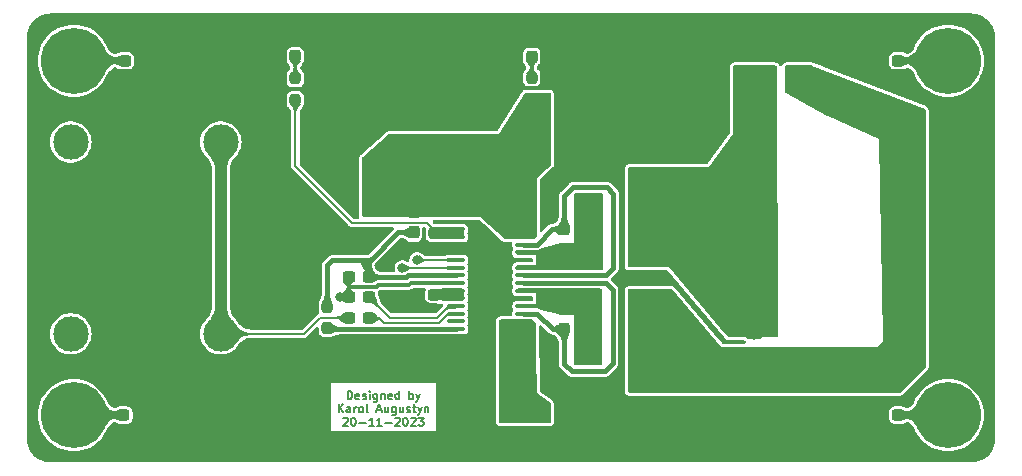
<source format=gtl>
G04 #@! TF.GenerationSoftware,KiCad,Pcbnew,7.0.2*
G04 #@! TF.CreationDate,2023-11-21T13:08:24+01:00*
G04 #@! TF.ProjectId,ZDG_ELEKTRONIKA_D-class_AMP,5a44475f-454c-4454-9b54-524f4e494b41,rev?*
G04 #@! TF.SameCoordinates,Original*
G04 #@! TF.FileFunction,Copper,L1,Top*
G04 #@! TF.FilePolarity,Positive*
%FSLAX46Y46*%
G04 Gerber Fmt 4.6, Leading zero omitted, Abs format (unit mm)*
G04 Created by KiCad (PCBNEW 7.0.2) date 2023-11-21 13:08:24*
%MOMM*%
%LPD*%
G01*
G04 APERTURE LIST*
G04 Aperture macros list*
%AMRoundRect*
0 Rectangle with rounded corners*
0 $1 Rounding radius*
0 $2 $3 $4 $5 $6 $7 $8 $9 X,Y pos of 4 corners*
0 Add a 4 corners polygon primitive as box body*
4,1,4,$2,$3,$4,$5,$6,$7,$8,$9,$2,$3,0*
0 Add four circle primitives for the rounded corners*
1,1,$1+$1,$2,$3*
1,1,$1+$1,$4,$5*
1,1,$1+$1,$6,$7*
1,1,$1+$1,$8,$9*
0 Add four rect primitives between the rounded corners*
20,1,$1+$1,$2,$3,$4,$5,0*
20,1,$1+$1,$4,$5,$6,$7,0*
20,1,$1+$1,$6,$7,$8,$9,0*
20,1,$1+$1,$8,$9,$2,$3,0*%
%AMOutline4P*
0 Free polygon, 4 corners , with rotation*
0 The origin of the aperture is its center*
0 number of corners: always 4*
0 $1 to $8 corner X, Y*
0 $9 Rotation angle, in degrees counterclockwise*
0 create outline with 4 corners*
4,1,4,$1,$2,$3,$4,$5,$6,$7,$8,$1,$2,$9*%
G04 Aperture macros list end*
%ADD10C,0.175000*%
G04 #@! TA.AperFunction,NonConductor*
%ADD11C,0.175000*%
G04 #@! TD*
G04 #@! TA.AperFunction,ComponentPad*
%ADD12C,5.600000*%
G04 #@! TD*
G04 #@! TA.AperFunction,SMDPad,CuDef*
%ADD13RoundRect,0.250000X-1.050000X-0.550000X1.050000X-0.550000X1.050000X0.550000X-1.050000X0.550000X0*%
G04 #@! TD*
G04 #@! TA.AperFunction,ComponentPad*
%ADD14R,4.600000X2.000000*%
G04 #@! TD*
G04 #@! TA.AperFunction,ComponentPad*
%ADD15O,4.200000X2.000000*%
G04 #@! TD*
G04 #@! TA.AperFunction,ComponentPad*
%ADD16O,2.000000X4.200000*%
G04 #@! TD*
G04 #@! TA.AperFunction,ComponentPad*
%ADD17C,3.000000*%
G04 #@! TD*
G04 #@! TA.AperFunction,SMDPad,CuDef*
%ADD18RoundRect,0.475000X-0.475000X-2.075000X0.475000X-2.075000X0.475000X2.075000X-0.475000X2.075000X0*%
G04 #@! TD*
G04 #@! TA.AperFunction,SMDPad,CuDef*
%ADD19Outline4P,-1.800000X-1.150000X1.800000X-0.550000X1.800000X0.550000X-1.800000X1.150000X270.000000*%
G04 #@! TD*
G04 #@! TA.AperFunction,SMDPad,CuDef*
%ADD20Outline4P,-1.800000X-1.150000X1.800000X-0.550000X1.800000X0.550000X-1.800000X1.150000X90.000000*%
G04 #@! TD*
G04 #@! TA.AperFunction,SMDPad,CuDef*
%ADD21RoundRect,0.237500X0.300000X0.237500X-0.300000X0.237500X-0.300000X-0.237500X0.300000X-0.237500X0*%
G04 #@! TD*
G04 #@! TA.AperFunction,SMDPad,CuDef*
%ADD22RoundRect,0.237500X-0.237500X0.300000X-0.237500X-0.300000X0.237500X-0.300000X0.237500X0.300000X0*%
G04 #@! TD*
G04 #@! TA.AperFunction,SMDPad,CuDef*
%ADD23RoundRect,0.237500X-0.237500X0.250000X-0.237500X-0.250000X0.237500X-0.250000X0.237500X0.250000X0*%
G04 #@! TD*
G04 #@! TA.AperFunction,ComponentPad*
%ADD24C,2.000000*%
G04 #@! TD*
G04 #@! TA.AperFunction,SMDPad,CuDef*
%ADD25RoundRect,0.237500X-0.300000X-0.237500X0.300000X-0.237500X0.300000X0.237500X-0.300000X0.237500X0*%
G04 #@! TD*
G04 #@! TA.AperFunction,SMDPad,CuDef*
%ADD26RoundRect,0.237500X-0.237500X0.287500X-0.237500X-0.287500X0.237500X-0.287500X0.237500X0.287500X0*%
G04 #@! TD*
G04 #@! TA.AperFunction,SMDPad,CuDef*
%ADD27RoundRect,0.237500X0.237500X-0.300000X0.237500X0.300000X-0.237500X0.300000X-0.237500X-0.300000X0*%
G04 #@! TD*
G04 #@! TA.AperFunction,SMDPad,CuDef*
%ADD28RoundRect,0.100000X-0.637500X-0.100000X0.637500X-0.100000X0.637500X0.100000X-0.637500X0.100000X0*%
G04 #@! TD*
G04 #@! TA.AperFunction,SMDPad,CuDef*
%ADD29R,2.850000X5.400000*%
G04 #@! TD*
G04 #@! TA.AperFunction,ViaPad*
%ADD30C,0.800000*%
G04 #@! TD*
G04 #@! TA.AperFunction,Conductor*
%ADD31C,0.400000*%
G04 #@! TD*
G04 #@! TA.AperFunction,Conductor*
%ADD32C,0.500000*%
G04 #@! TD*
G04 #@! TA.AperFunction,Conductor*
%ADD33C,0.300000*%
G04 #@! TD*
G04 #@! TA.AperFunction,Conductor*
%ADD34C,0.200000*%
G04 #@! TD*
G04 #@! TA.AperFunction,Conductor*
%ADD35C,1.000000*%
G04 #@! TD*
G04 APERTURE END LIST*
D10*
D11*
X27166667Y-32646333D02*
X27166667Y-31946333D01*
X27166667Y-31946333D02*
X27333334Y-31946333D01*
X27333334Y-31946333D02*
X27433334Y-31979666D01*
X27433334Y-31979666D02*
X27500001Y-32046333D01*
X27500001Y-32046333D02*
X27533334Y-32113000D01*
X27533334Y-32113000D02*
X27566667Y-32246333D01*
X27566667Y-32246333D02*
X27566667Y-32346333D01*
X27566667Y-32346333D02*
X27533334Y-32479666D01*
X27533334Y-32479666D02*
X27500001Y-32546333D01*
X27500001Y-32546333D02*
X27433334Y-32613000D01*
X27433334Y-32613000D02*
X27333334Y-32646333D01*
X27333334Y-32646333D02*
X27166667Y-32646333D01*
X28133334Y-32613000D02*
X28066667Y-32646333D01*
X28066667Y-32646333D02*
X27933334Y-32646333D01*
X27933334Y-32646333D02*
X27866667Y-32613000D01*
X27866667Y-32613000D02*
X27833334Y-32546333D01*
X27833334Y-32546333D02*
X27833334Y-32279666D01*
X27833334Y-32279666D02*
X27866667Y-32213000D01*
X27866667Y-32213000D02*
X27933334Y-32179666D01*
X27933334Y-32179666D02*
X28066667Y-32179666D01*
X28066667Y-32179666D02*
X28133334Y-32213000D01*
X28133334Y-32213000D02*
X28166667Y-32279666D01*
X28166667Y-32279666D02*
X28166667Y-32346333D01*
X28166667Y-32346333D02*
X27833334Y-32413000D01*
X28433334Y-32613000D02*
X28500001Y-32646333D01*
X28500001Y-32646333D02*
X28633334Y-32646333D01*
X28633334Y-32646333D02*
X28700001Y-32613000D01*
X28700001Y-32613000D02*
X28733334Y-32546333D01*
X28733334Y-32546333D02*
X28733334Y-32513000D01*
X28733334Y-32513000D02*
X28700001Y-32446333D01*
X28700001Y-32446333D02*
X28633334Y-32413000D01*
X28633334Y-32413000D02*
X28533334Y-32413000D01*
X28533334Y-32413000D02*
X28466667Y-32379666D01*
X28466667Y-32379666D02*
X28433334Y-32313000D01*
X28433334Y-32313000D02*
X28433334Y-32279666D01*
X28433334Y-32279666D02*
X28466667Y-32213000D01*
X28466667Y-32213000D02*
X28533334Y-32179666D01*
X28533334Y-32179666D02*
X28633334Y-32179666D01*
X28633334Y-32179666D02*
X28700001Y-32213000D01*
X29033334Y-32646333D02*
X29033334Y-32179666D01*
X29033334Y-31946333D02*
X29000001Y-31979666D01*
X29000001Y-31979666D02*
X29033334Y-32013000D01*
X29033334Y-32013000D02*
X29066668Y-31979666D01*
X29066668Y-31979666D02*
X29033334Y-31946333D01*
X29033334Y-31946333D02*
X29033334Y-32013000D01*
X29666667Y-32179666D02*
X29666667Y-32746333D01*
X29666667Y-32746333D02*
X29633334Y-32813000D01*
X29633334Y-32813000D02*
X29600001Y-32846333D01*
X29600001Y-32846333D02*
X29533334Y-32879666D01*
X29533334Y-32879666D02*
X29433334Y-32879666D01*
X29433334Y-32879666D02*
X29366667Y-32846333D01*
X29666667Y-32613000D02*
X29600001Y-32646333D01*
X29600001Y-32646333D02*
X29466667Y-32646333D01*
X29466667Y-32646333D02*
X29400001Y-32613000D01*
X29400001Y-32613000D02*
X29366667Y-32579666D01*
X29366667Y-32579666D02*
X29333334Y-32513000D01*
X29333334Y-32513000D02*
X29333334Y-32313000D01*
X29333334Y-32313000D02*
X29366667Y-32246333D01*
X29366667Y-32246333D02*
X29400001Y-32213000D01*
X29400001Y-32213000D02*
X29466667Y-32179666D01*
X29466667Y-32179666D02*
X29600001Y-32179666D01*
X29600001Y-32179666D02*
X29666667Y-32213000D01*
X30000000Y-32179666D02*
X30000000Y-32646333D01*
X30000000Y-32246333D02*
X30033334Y-32213000D01*
X30033334Y-32213000D02*
X30100000Y-32179666D01*
X30100000Y-32179666D02*
X30200000Y-32179666D01*
X30200000Y-32179666D02*
X30266667Y-32213000D01*
X30266667Y-32213000D02*
X30300000Y-32279666D01*
X30300000Y-32279666D02*
X30300000Y-32646333D01*
X30900000Y-32613000D02*
X30833333Y-32646333D01*
X30833333Y-32646333D02*
X30700000Y-32646333D01*
X30700000Y-32646333D02*
X30633333Y-32613000D01*
X30633333Y-32613000D02*
X30600000Y-32546333D01*
X30600000Y-32546333D02*
X30600000Y-32279666D01*
X30600000Y-32279666D02*
X30633333Y-32213000D01*
X30633333Y-32213000D02*
X30700000Y-32179666D01*
X30700000Y-32179666D02*
X30833333Y-32179666D01*
X30833333Y-32179666D02*
X30900000Y-32213000D01*
X30900000Y-32213000D02*
X30933333Y-32279666D01*
X30933333Y-32279666D02*
X30933333Y-32346333D01*
X30933333Y-32346333D02*
X30600000Y-32413000D01*
X31533333Y-32646333D02*
X31533333Y-31946333D01*
X31533333Y-32613000D02*
X31466667Y-32646333D01*
X31466667Y-32646333D02*
X31333333Y-32646333D01*
X31333333Y-32646333D02*
X31266667Y-32613000D01*
X31266667Y-32613000D02*
X31233333Y-32579666D01*
X31233333Y-32579666D02*
X31200000Y-32513000D01*
X31200000Y-32513000D02*
X31200000Y-32313000D01*
X31200000Y-32313000D02*
X31233333Y-32246333D01*
X31233333Y-32246333D02*
X31266667Y-32213000D01*
X31266667Y-32213000D02*
X31333333Y-32179666D01*
X31333333Y-32179666D02*
X31466667Y-32179666D01*
X31466667Y-32179666D02*
X31533333Y-32213000D01*
X32399999Y-32646333D02*
X32399999Y-31946333D01*
X32399999Y-32213000D02*
X32466666Y-32179666D01*
X32466666Y-32179666D02*
X32599999Y-32179666D01*
X32599999Y-32179666D02*
X32666666Y-32213000D01*
X32666666Y-32213000D02*
X32699999Y-32246333D01*
X32699999Y-32246333D02*
X32733333Y-32313000D01*
X32733333Y-32313000D02*
X32733333Y-32513000D01*
X32733333Y-32513000D02*
X32699999Y-32579666D01*
X32699999Y-32579666D02*
X32666666Y-32613000D01*
X32666666Y-32613000D02*
X32599999Y-32646333D01*
X32599999Y-32646333D02*
X32466666Y-32646333D01*
X32466666Y-32646333D02*
X32399999Y-32613000D01*
X32966666Y-32179666D02*
X33133332Y-32646333D01*
X33299999Y-32179666D02*
X33133332Y-32646333D01*
X33133332Y-32646333D02*
X33066666Y-32813000D01*
X33066666Y-32813000D02*
X33033332Y-32846333D01*
X33033332Y-32846333D02*
X32966666Y-32879666D01*
X26400001Y-33780333D02*
X26400001Y-33080333D01*
X26800001Y-33780333D02*
X26500001Y-33380333D01*
X26800001Y-33080333D02*
X26400001Y-33480333D01*
X27400001Y-33780333D02*
X27400001Y-33413666D01*
X27400001Y-33413666D02*
X27366668Y-33347000D01*
X27366668Y-33347000D02*
X27300001Y-33313666D01*
X27300001Y-33313666D02*
X27166668Y-33313666D01*
X27166668Y-33313666D02*
X27100001Y-33347000D01*
X27400001Y-33747000D02*
X27333335Y-33780333D01*
X27333335Y-33780333D02*
X27166668Y-33780333D01*
X27166668Y-33780333D02*
X27100001Y-33747000D01*
X27100001Y-33747000D02*
X27066668Y-33680333D01*
X27066668Y-33680333D02*
X27066668Y-33613666D01*
X27066668Y-33613666D02*
X27100001Y-33547000D01*
X27100001Y-33547000D02*
X27166668Y-33513666D01*
X27166668Y-33513666D02*
X27333335Y-33513666D01*
X27333335Y-33513666D02*
X27400001Y-33480333D01*
X27733334Y-33780333D02*
X27733334Y-33313666D01*
X27733334Y-33447000D02*
X27766668Y-33380333D01*
X27766668Y-33380333D02*
X27800001Y-33347000D01*
X27800001Y-33347000D02*
X27866668Y-33313666D01*
X27866668Y-33313666D02*
X27933334Y-33313666D01*
X28266667Y-33780333D02*
X28200001Y-33747000D01*
X28200001Y-33747000D02*
X28166667Y-33713666D01*
X28166667Y-33713666D02*
X28133334Y-33647000D01*
X28133334Y-33647000D02*
X28133334Y-33447000D01*
X28133334Y-33447000D02*
X28166667Y-33380333D01*
X28166667Y-33380333D02*
X28200001Y-33347000D01*
X28200001Y-33347000D02*
X28266667Y-33313666D01*
X28266667Y-33313666D02*
X28366667Y-33313666D01*
X28366667Y-33313666D02*
X28433334Y-33347000D01*
X28433334Y-33347000D02*
X28466667Y-33380333D01*
X28466667Y-33380333D02*
X28500001Y-33447000D01*
X28500001Y-33447000D02*
X28500001Y-33647000D01*
X28500001Y-33647000D02*
X28466667Y-33713666D01*
X28466667Y-33713666D02*
X28433334Y-33747000D01*
X28433334Y-33747000D02*
X28366667Y-33780333D01*
X28366667Y-33780333D02*
X28266667Y-33780333D01*
X28900000Y-33780333D02*
X28833334Y-33747000D01*
X28833334Y-33747000D02*
X28800000Y-33680333D01*
X28800000Y-33680333D02*
X28800000Y-33080333D01*
X29666667Y-33580333D02*
X30000000Y-33580333D01*
X29600000Y-33780333D02*
X29833334Y-33080333D01*
X29833334Y-33080333D02*
X30066667Y-33780333D01*
X30600000Y-33313666D02*
X30600000Y-33780333D01*
X30300000Y-33313666D02*
X30300000Y-33680333D01*
X30300000Y-33680333D02*
X30333334Y-33747000D01*
X30333334Y-33747000D02*
X30400000Y-33780333D01*
X30400000Y-33780333D02*
X30500000Y-33780333D01*
X30500000Y-33780333D02*
X30566667Y-33747000D01*
X30566667Y-33747000D02*
X30600000Y-33713666D01*
X31233333Y-33313666D02*
X31233333Y-33880333D01*
X31233333Y-33880333D02*
X31200000Y-33947000D01*
X31200000Y-33947000D02*
X31166667Y-33980333D01*
X31166667Y-33980333D02*
X31100000Y-34013666D01*
X31100000Y-34013666D02*
X31000000Y-34013666D01*
X31000000Y-34013666D02*
X30933333Y-33980333D01*
X31233333Y-33747000D02*
X31166667Y-33780333D01*
X31166667Y-33780333D02*
X31033333Y-33780333D01*
X31033333Y-33780333D02*
X30966667Y-33747000D01*
X30966667Y-33747000D02*
X30933333Y-33713666D01*
X30933333Y-33713666D02*
X30900000Y-33647000D01*
X30900000Y-33647000D02*
X30900000Y-33447000D01*
X30900000Y-33447000D02*
X30933333Y-33380333D01*
X30933333Y-33380333D02*
X30966667Y-33347000D01*
X30966667Y-33347000D02*
X31033333Y-33313666D01*
X31033333Y-33313666D02*
X31166667Y-33313666D01*
X31166667Y-33313666D02*
X31233333Y-33347000D01*
X31866666Y-33313666D02*
X31866666Y-33780333D01*
X31566666Y-33313666D02*
X31566666Y-33680333D01*
X31566666Y-33680333D02*
X31600000Y-33747000D01*
X31600000Y-33747000D02*
X31666666Y-33780333D01*
X31666666Y-33780333D02*
X31766666Y-33780333D01*
X31766666Y-33780333D02*
X31833333Y-33747000D01*
X31833333Y-33747000D02*
X31866666Y-33713666D01*
X32166666Y-33747000D02*
X32233333Y-33780333D01*
X32233333Y-33780333D02*
X32366666Y-33780333D01*
X32366666Y-33780333D02*
X32433333Y-33747000D01*
X32433333Y-33747000D02*
X32466666Y-33680333D01*
X32466666Y-33680333D02*
X32466666Y-33647000D01*
X32466666Y-33647000D02*
X32433333Y-33580333D01*
X32433333Y-33580333D02*
X32366666Y-33547000D01*
X32366666Y-33547000D02*
X32266666Y-33547000D01*
X32266666Y-33547000D02*
X32199999Y-33513666D01*
X32199999Y-33513666D02*
X32166666Y-33447000D01*
X32166666Y-33447000D02*
X32166666Y-33413666D01*
X32166666Y-33413666D02*
X32199999Y-33347000D01*
X32199999Y-33347000D02*
X32266666Y-33313666D01*
X32266666Y-33313666D02*
X32366666Y-33313666D01*
X32366666Y-33313666D02*
X32433333Y-33347000D01*
X32666666Y-33313666D02*
X32933333Y-33313666D01*
X32766666Y-33080333D02*
X32766666Y-33680333D01*
X32766666Y-33680333D02*
X32800000Y-33747000D01*
X32800000Y-33747000D02*
X32866666Y-33780333D01*
X32866666Y-33780333D02*
X32933333Y-33780333D01*
X33100000Y-33313666D02*
X33266666Y-33780333D01*
X33433333Y-33313666D02*
X33266666Y-33780333D01*
X33266666Y-33780333D02*
X33200000Y-33947000D01*
X33200000Y-33947000D02*
X33166666Y-33980333D01*
X33166666Y-33980333D02*
X33100000Y-34013666D01*
X33699999Y-33313666D02*
X33699999Y-33780333D01*
X33699999Y-33380333D02*
X33733333Y-33347000D01*
X33733333Y-33347000D02*
X33799999Y-33313666D01*
X33799999Y-33313666D02*
X33899999Y-33313666D01*
X33899999Y-33313666D02*
X33966666Y-33347000D01*
X33966666Y-33347000D02*
X33999999Y-33413666D01*
X33999999Y-33413666D02*
X33999999Y-33780333D01*
X26799998Y-34281000D02*
X26833331Y-34247666D01*
X26833331Y-34247666D02*
X26899998Y-34214333D01*
X26899998Y-34214333D02*
X27066665Y-34214333D01*
X27066665Y-34214333D02*
X27133331Y-34247666D01*
X27133331Y-34247666D02*
X27166665Y-34281000D01*
X27166665Y-34281000D02*
X27199998Y-34347666D01*
X27199998Y-34347666D02*
X27199998Y-34414333D01*
X27199998Y-34414333D02*
X27166665Y-34514333D01*
X27166665Y-34514333D02*
X26766665Y-34914333D01*
X26766665Y-34914333D02*
X27199998Y-34914333D01*
X27633332Y-34214333D02*
X27699998Y-34214333D01*
X27699998Y-34214333D02*
X27766665Y-34247666D01*
X27766665Y-34247666D02*
X27799998Y-34281000D01*
X27799998Y-34281000D02*
X27833332Y-34347666D01*
X27833332Y-34347666D02*
X27866665Y-34481000D01*
X27866665Y-34481000D02*
X27866665Y-34647666D01*
X27866665Y-34647666D02*
X27833332Y-34781000D01*
X27833332Y-34781000D02*
X27799998Y-34847666D01*
X27799998Y-34847666D02*
X27766665Y-34881000D01*
X27766665Y-34881000D02*
X27699998Y-34914333D01*
X27699998Y-34914333D02*
X27633332Y-34914333D01*
X27633332Y-34914333D02*
X27566665Y-34881000D01*
X27566665Y-34881000D02*
X27533332Y-34847666D01*
X27533332Y-34847666D02*
X27499998Y-34781000D01*
X27499998Y-34781000D02*
X27466665Y-34647666D01*
X27466665Y-34647666D02*
X27466665Y-34481000D01*
X27466665Y-34481000D02*
X27499998Y-34347666D01*
X27499998Y-34347666D02*
X27533332Y-34281000D01*
X27533332Y-34281000D02*
X27566665Y-34247666D01*
X27566665Y-34247666D02*
X27633332Y-34214333D01*
X28166665Y-34647666D02*
X28699999Y-34647666D01*
X29399999Y-34914333D02*
X28999999Y-34914333D01*
X29199999Y-34914333D02*
X29199999Y-34214333D01*
X29199999Y-34214333D02*
X29133332Y-34314333D01*
X29133332Y-34314333D02*
X29066666Y-34381000D01*
X29066666Y-34381000D02*
X28999999Y-34414333D01*
X30066666Y-34914333D02*
X29666666Y-34914333D01*
X29866666Y-34914333D02*
X29866666Y-34214333D01*
X29866666Y-34214333D02*
X29799999Y-34314333D01*
X29799999Y-34314333D02*
X29733333Y-34381000D01*
X29733333Y-34381000D02*
X29666666Y-34414333D01*
X30366666Y-34647666D02*
X30900000Y-34647666D01*
X31200000Y-34281000D02*
X31233333Y-34247666D01*
X31233333Y-34247666D02*
X31300000Y-34214333D01*
X31300000Y-34214333D02*
X31466667Y-34214333D01*
X31466667Y-34214333D02*
X31533333Y-34247666D01*
X31533333Y-34247666D02*
X31566667Y-34281000D01*
X31566667Y-34281000D02*
X31600000Y-34347666D01*
X31600000Y-34347666D02*
X31600000Y-34414333D01*
X31600000Y-34414333D02*
X31566667Y-34514333D01*
X31566667Y-34514333D02*
X31166667Y-34914333D01*
X31166667Y-34914333D02*
X31600000Y-34914333D01*
X32033334Y-34214333D02*
X32100000Y-34214333D01*
X32100000Y-34214333D02*
X32166667Y-34247666D01*
X32166667Y-34247666D02*
X32200000Y-34281000D01*
X32200000Y-34281000D02*
X32233334Y-34347666D01*
X32233334Y-34347666D02*
X32266667Y-34481000D01*
X32266667Y-34481000D02*
X32266667Y-34647666D01*
X32266667Y-34647666D02*
X32233334Y-34781000D01*
X32233334Y-34781000D02*
X32200000Y-34847666D01*
X32200000Y-34847666D02*
X32166667Y-34881000D01*
X32166667Y-34881000D02*
X32100000Y-34914333D01*
X32100000Y-34914333D02*
X32033334Y-34914333D01*
X32033334Y-34914333D02*
X31966667Y-34881000D01*
X31966667Y-34881000D02*
X31933334Y-34847666D01*
X31933334Y-34847666D02*
X31900000Y-34781000D01*
X31900000Y-34781000D02*
X31866667Y-34647666D01*
X31866667Y-34647666D02*
X31866667Y-34481000D01*
X31866667Y-34481000D02*
X31900000Y-34347666D01*
X31900000Y-34347666D02*
X31933334Y-34281000D01*
X31933334Y-34281000D02*
X31966667Y-34247666D01*
X31966667Y-34247666D02*
X32033334Y-34214333D01*
X32533334Y-34281000D02*
X32566667Y-34247666D01*
X32566667Y-34247666D02*
X32633334Y-34214333D01*
X32633334Y-34214333D02*
X32800001Y-34214333D01*
X32800001Y-34214333D02*
X32866667Y-34247666D01*
X32866667Y-34247666D02*
X32900001Y-34281000D01*
X32900001Y-34281000D02*
X32933334Y-34347666D01*
X32933334Y-34347666D02*
X32933334Y-34414333D01*
X32933334Y-34414333D02*
X32900001Y-34514333D01*
X32900001Y-34514333D02*
X32500001Y-34914333D01*
X32500001Y-34914333D02*
X32933334Y-34914333D01*
X33166668Y-34214333D02*
X33600001Y-34214333D01*
X33600001Y-34214333D02*
X33366668Y-34481000D01*
X33366668Y-34481000D02*
X33466668Y-34481000D01*
X33466668Y-34481000D02*
X33533334Y-34514333D01*
X33533334Y-34514333D02*
X33566668Y-34547666D01*
X33566668Y-34547666D02*
X33600001Y-34614333D01*
X33600001Y-34614333D02*
X33600001Y-34781000D01*
X33600001Y-34781000D02*
X33566668Y-34847666D01*
X33566668Y-34847666D02*
X33533334Y-34881000D01*
X33533334Y-34881000D02*
X33466668Y-34914333D01*
X33466668Y-34914333D02*
X33266668Y-34914333D01*
X33266668Y-34914333D02*
X33200001Y-34881000D01*
X33200001Y-34881000D02*
X33166668Y-34847666D01*
D12*
X78000000Y-34000000D03*
D13*
X43012500Y-11475000D03*
X46612500Y-11475000D03*
D14*
X30650000Y-14350000D03*
D15*
X30650000Y-8050000D03*
D16*
X25850000Y-11450000D03*
D17*
X74265000Y-9885000D03*
X74265000Y-26115000D03*
X61565000Y-9885000D03*
X61565000Y-26115000D03*
D18*
X47750000Y-27250000D03*
X51950000Y-27250000D03*
D19*
X38500000Y-7850000D03*
D20*
X38500000Y-13650000D03*
D21*
X34525000Y-23800000D03*
X32800000Y-23800000D03*
D22*
X52000000Y-31525000D03*
X52000000Y-33250000D03*
D23*
X42750000Y-5425000D03*
X42750000Y-7250000D03*
D22*
X52000000Y-11775000D03*
X52000000Y-13500000D03*
D24*
X61500000Y-5850000D03*
D21*
X28975000Y-22300000D03*
X27250000Y-22300000D03*
D22*
X45500000Y-25000000D03*
X45500000Y-26725000D03*
D12*
X78000000Y-4000000D03*
X4000000Y-4000000D03*
D25*
X42362500Y-30500000D03*
X44087500Y-30500000D03*
D17*
X3735000Y-27115000D03*
X3735000Y-10885000D03*
X16435000Y-27115000D03*
X16435000Y-10885000D03*
D25*
X27250000Y-25750000D03*
X28975000Y-25750000D03*
D26*
X32750000Y-16787500D03*
X32750000Y-18537500D03*
D25*
X42362500Y-16475000D03*
X44087500Y-16475000D03*
D23*
X34500000Y-16750000D03*
X34500000Y-18575000D03*
D13*
X42950000Y-33750000D03*
X46550000Y-33750000D03*
D26*
X42750000Y-1925000D03*
X42750000Y-3675000D03*
D24*
X65625000Y-5850000D03*
D25*
X8300000Y-4000000D03*
X10025000Y-4000000D03*
D27*
X45500000Y-20000000D03*
X45500000Y-18275000D03*
D23*
X25450000Y-24825000D03*
X25450000Y-26650000D03*
X22750000Y-5500000D03*
X22750000Y-7325000D03*
D21*
X9900000Y-34000000D03*
X8175000Y-34000000D03*
D26*
X22750000Y-1875000D03*
X22750000Y-3625000D03*
D28*
X36387500Y-18275000D03*
X36387500Y-18925000D03*
X36387500Y-19575000D03*
X36387500Y-20225000D03*
X36387500Y-20875000D03*
X36387500Y-21525000D03*
X36387500Y-22175000D03*
X36387500Y-22825000D03*
X36387500Y-23475000D03*
X36387500Y-24125000D03*
X36387500Y-24775000D03*
X36387500Y-25425000D03*
X36387500Y-26075000D03*
X36387500Y-26725000D03*
X42112500Y-26725000D03*
X42112500Y-26075000D03*
X42112500Y-25425000D03*
X42112500Y-24775000D03*
X42112500Y-24125000D03*
X42112500Y-23475000D03*
X42112500Y-22825000D03*
X42112500Y-22175000D03*
X42112500Y-21525000D03*
X42112500Y-20875000D03*
X42112500Y-20225000D03*
X42112500Y-19575000D03*
X42112500Y-18925000D03*
X42112500Y-18275000D03*
D29*
X39250000Y-22500000D03*
D25*
X27250000Y-24000000D03*
X28975000Y-24000000D03*
D18*
X47750000Y-17750000D03*
X51950000Y-17750000D03*
D25*
X72075000Y-4000000D03*
X73800000Y-4000000D03*
X42362500Y-14725000D03*
X44087500Y-14725000D03*
D12*
X4000000Y-34000000D03*
D25*
X42362500Y-28750000D03*
X44087500Y-28750000D03*
X72075000Y-34000000D03*
X73800000Y-34000000D03*
D30*
X40750000Y-33750000D03*
X40750000Y-32500000D03*
X40750000Y-30000000D03*
X40750000Y-14750000D03*
X40750000Y-16000000D03*
X40750000Y-13500000D03*
X40750000Y-28750000D03*
X40750000Y-17250000D03*
X40750000Y-18500000D03*
X40750000Y-31250000D03*
X32800000Y-24900000D03*
X28750000Y-21250000D03*
X26500000Y-24000000D03*
X33050000Y-20850000D03*
X31800000Y-21550000D03*
D31*
X29025000Y-22350000D02*
X28975000Y-22300000D01*
D32*
X28750000Y-21225000D02*
X28975000Y-21000000D01*
D31*
X28875000Y-20900000D02*
X28975000Y-21000000D01*
X25875000Y-20900000D02*
X28875000Y-20900000D01*
X28975000Y-22300000D02*
X28975000Y-21000000D01*
D32*
X28750000Y-21250000D02*
X28750000Y-21225000D01*
D31*
X32306371Y-22175000D02*
X32131371Y-22350000D01*
X25450000Y-24825000D02*
X25450000Y-21325000D01*
X28975000Y-21000000D02*
X31437500Y-18537500D01*
X31437500Y-18537500D02*
X32750000Y-18537500D01*
X32131371Y-22350000D02*
X29025000Y-22350000D01*
X25450000Y-21325000D02*
X25875000Y-20900000D01*
X36387500Y-22175000D02*
X32306371Y-22175000D01*
D33*
X29625000Y-23125000D02*
X27325000Y-23125000D01*
X27250000Y-23200000D02*
X27325000Y-23125000D01*
X27325000Y-23125000D02*
X27250000Y-23050000D01*
X32400000Y-22975000D02*
X29775000Y-22975000D01*
X27250000Y-24000000D02*
X27250000Y-23200000D01*
X29775000Y-22975000D02*
X29625000Y-23125000D01*
D32*
X26500000Y-24000000D02*
X27250000Y-24000000D01*
D33*
X36387500Y-22825000D02*
X32550000Y-22825000D01*
X32550000Y-22825000D02*
X32400000Y-22975000D01*
X27250000Y-23050000D02*
X27250000Y-22300000D01*
D34*
X30725000Y-25750000D02*
X28975000Y-24000000D01*
X35731544Y-24775000D02*
X34756544Y-25750000D01*
X36387500Y-24775000D02*
X35731544Y-24775000D01*
X34756544Y-25750000D02*
X30725000Y-25750000D01*
X24850000Y-25750000D02*
X27250000Y-25750000D01*
X16435000Y-27115000D02*
X23485000Y-27115000D01*
X23485000Y-27115000D02*
X24850000Y-25750000D01*
D35*
X16435000Y-27115000D02*
X16435000Y-10885000D01*
D34*
X30250000Y-26200000D02*
X34872230Y-26200000D01*
X28975000Y-25750000D02*
X29800000Y-25750000D01*
X29800000Y-25750000D02*
X30250000Y-26200000D01*
X35647230Y-25425000D02*
X36387500Y-25425000D01*
X34872230Y-26200000D02*
X35647230Y-25425000D01*
D31*
X49650000Y-29625000D02*
X49650000Y-23425000D01*
X42112500Y-25425000D02*
X43225000Y-25425000D01*
X49650000Y-23425000D02*
X49050000Y-22825000D01*
X44525000Y-26725000D02*
X45500000Y-26725000D01*
X48975000Y-30300000D02*
X49650000Y-29625000D01*
X46150000Y-30300000D02*
X48975000Y-30300000D01*
X45500000Y-29650000D02*
X46150000Y-30300000D01*
X49050000Y-22825000D02*
X42112500Y-22825000D01*
X43225000Y-25425000D02*
X44525000Y-26725000D01*
X45500000Y-26725000D02*
X45500000Y-29650000D01*
X49675000Y-15250000D02*
X49675000Y-21575000D01*
X49675000Y-21575000D02*
X49075000Y-22175000D01*
X49075000Y-22175000D02*
X42112500Y-22175000D01*
X44475000Y-18275000D02*
X45500000Y-18275000D01*
X45500000Y-15450000D02*
X46250000Y-14700000D01*
X49125000Y-14700000D02*
X49675000Y-15250000D01*
X46250000Y-14700000D02*
X49125000Y-14700000D01*
X45500000Y-18275000D02*
X45500000Y-15450000D01*
X42112500Y-19575000D02*
X43175000Y-19575000D01*
X43175000Y-19575000D02*
X44475000Y-18275000D01*
D32*
X73800000Y-4000000D02*
X78000000Y-4000000D01*
X8175000Y-34000000D02*
X4000000Y-34000000D01*
X73800000Y-34000000D02*
X78000000Y-34000000D01*
X4000000Y-4000000D02*
X8300000Y-4000000D01*
D34*
X22750000Y-5500000D02*
X22750000Y-3625000D01*
X42750000Y-3675000D02*
X42750000Y-5425000D01*
X36387500Y-20875000D02*
X33075000Y-20875000D01*
X33075000Y-20875000D02*
X33050000Y-20850000D01*
X36362500Y-21550000D02*
X31800000Y-21550000D01*
X36387500Y-21525000D02*
X36362500Y-21550000D01*
X33912500Y-17712500D02*
X27512500Y-17712500D01*
X22750000Y-12950000D02*
X22750000Y-7325000D01*
X34500000Y-18300000D02*
X33912500Y-17712500D01*
X27512500Y-17712500D02*
X22750000Y-12950000D01*
X34500000Y-18575000D02*
X34500000Y-18300000D01*
D31*
X36387500Y-26725000D02*
X25525000Y-26725000D01*
X25525000Y-26725000D02*
X25450000Y-26650000D01*
G04 #@! TA.AperFunction,Conductor*
G36*
X25649786Y-23865927D02*
G01*
X25652635Y-23870567D01*
X25701384Y-24019822D01*
X25701445Y-24019992D01*
X25743769Y-24135984D01*
X25752768Y-24160645D01*
X25804152Y-24284967D01*
X25804215Y-24285099D01*
X25855450Y-24392611D01*
X25855458Y-24392626D01*
X25855536Y-24392790D01*
X25855629Y-24392956D01*
X25855631Y-24392959D01*
X25901884Y-24475161D01*
X25902954Y-24484051D01*
X25898696Y-24490266D01*
X25457009Y-24820755D01*
X25448332Y-24822968D01*
X25442991Y-24820755D01*
X25001303Y-24490266D01*
X24996731Y-24482566D01*
X24998114Y-24475163D01*
X25044463Y-24392790D01*
X25095847Y-24284967D01*
X25147231Y-24160645D01*
X25198615Y-24019822D01*
X25198685Y-24019615D01*
X25247365Y-23870567D01*
X25253191Y-23863767D01*
X25258487Y-23862500D01*
X25641513Y-23862500D01*
X25649786Y-23865927D01*
G37*
G04 #@! TD.AperFunction*
G04 #@! TA.AperFunction,Conductor*
G36*
X75415915Y-33003635D02*
G01*
X77972675Y-33989083D01*
X77979162Y-33995256D01*
X77979384Y-34004208D01*
X77973211Y-34010695D01*
X77972675Y-34010917D01*
X75415915Y-34996365D01*
X75406963Y-34996143D01*
X75401517Y-34991197D01*
X75320547Y-34847693D01*
X75154135Y-34652405D01*
X75016382Y-34542845D01*
X74910040Y-34458267D01*
X74591067Y-34309423D01*
X74209942Y-34251510D01*
X74202278Y-34246879D01*
X74200000Y-34239943D01*
X74200000Y-33760056D01*
X74203427Y-33751783D01*
X74209941Y-33748489D01*
X74591066Y-33690576D01*
X74741164Y-33620534D01*
X74910040Y-33541731D01*
X74910043Y-33541729D01*
X75154135Y-33347594D01*
X75320547Y-33152305D01*
X75401517Y-33008801D01*
X75408567Y-33003281D01*
X75415915Y-33003635D01*
G37*
G04 #@! TD.AperFunction*
G04 #@! TA.AperFunction,Conductor*
G36*
X33213466Y-20485921D02*
G01*
X33214377Y-20486347D01*
X33360407Y-20562552D01*
X33361962Y-20563527D01*
X33468281Y-20642512D01*
X33560463Y-20710239D01*
X33673975Y-20757340D01*
X33834529Y-20773916D01*
X33842406Y-20778174D01*
X33845027Y-20785554D01*
X33845027Y-20964157D01*
X33841600Y-20972430D01*
X33834216Y-20975823D01*
X33676832Y-20987813D01*
X33562066Y-21023225D01*
X33467297Y-21076633D01*
X33467273Y-21076647D01*
X33467206Y-21076685D01*
X33467120Y-21076737D01*
X33467014Y-21076801D01*
X33359215Y-21143336D01*
X33358199Y-21143896D01*
X33214225Y-21214112D01*
X33205287Y-21214658D01*
X33198580Y-21208725D01*
X33198305Y-21208115D01*
X33050875Y-20854499D01*
X33050855Y-20845550D01*
X33198166Y-20492216D01*
X33204512Y-20485900D01*
X33213466Y-20485921D01*
G37*
G04 #@! TD.AperFunction*
G04 #@! TA.AperFunction,Conductor*
G36*
X22757473Y-3630205D02*
G01*
X23197667Y-3995703D01*
X23201843Y-4003625D01*
X23199195Y-4012179D01*
X23198986Y-4012424D01*
X23135752Y-4084453D01*
X23135738Y-4084470D01*
X23135536Y-4084701D01*
X23135352Y-4084965D01*
X23135345Y-4084975D01*
X23064298Y-4187309D01*
X23064152Y-4187520D01*
X23064033Y-4187726D01*
X23064023Y-4187743D01*
X22992860Y-4311681D01*
X22992847Y-4311704D01*
X22992768Y-4311843D01*
X22992700Y-4311981D01*
X22992684Y-4312012D01*
X22921450Y-4457532D01*
X22921434Y-4457565D01*
X22921384Y-4457669D01*
X22921339Y-4457772D01*
X22921330Y-4457794D01*
X22853033Y-4617891D01*
X22846634Y-4624156D01*
X22842271Y-4625000D01*
X22657729Y-4625000D01*
X22649456Y-4621573D01*
X22646967Y-4617891D01*
X22578668Y-4457794D01*
X22578615Y-4457669D01*
X22507231Y-4311843D01*
X22435847Y-4187520D01*
X22364463Y-4084701D01*
X22364251Y-4084460D01*
X22364246Y-4084453D01*
X22301013Y-4012424D01*
X22298131Y-4003946D01*
X22302087Y-3995912D01*
X22302282Y-3995745D01*
X22742528Y-3630204D01*
X22751079Y-3627557D01*
X22757473Y-3630205D01*
G37*
G04 #@! TD.AperFunction*
G04 #@! TA.AperFunction,Conductor*
G36*
X16442885Y-10892716D02*
G01*
X16443637Y-10893468D01*
X17053426Y-11561920D01*
X17427772Y-11972280D01*
X17430816Y-11980701D01*
X17427734Y-11988091D01*
X17278482Y-12150157D01*
X17141417Y-12367329D01*
X17032611Y-12640000D01*
X16960870Y-12976461D01*
X16935694Y-13374039D01*
X16931751Y-13382079D01*
X16924017Y-13385000D01*
X15945983Y-13385000D01*
X15937710Y-13381573D01*
X15934306Y-13374039D01*
X15931569Y-13330830D01*
X15909129Y-12976462D01*
X15837387Y-12640002D01*
X15728581Y-12367330D01*
X15591517Y-12150159D01*
X15591516Y-12150157D01*
X15442264Y-11988091D01*
X15439180Y-11979684D01*
X15442224Y-11972283D01*
X16426356Y-10893474D01*
X16434464Y-10889672D01*
X16442885Y-10892716D01*
G37*
G04 #@! TD.AperFunction*
G04 #@! TA.AperFunction,Conductor*
G36*
X27396668Y-23503427D02*
G01*
X27400095Y-23511604D01*
X27400844Y-23602762D01*
X27400844Y-23602781D01*
X27400846Y-23602936D01*
X27400855Y-23603084D01*
X27400857Y-23603113D01*
X27405751Y-23676155D01*
X27405752Y-23676165D01*
X27405777Y-23676533D01*
X27405850Y-23676898D01*
X27405851Y-23676901D01*
X27405853Y-23676913D01*
X27418382Y-23739095D01*
X27418503Y-23739450D01*
X27418505Y-23739456D01*
X27442191Y-23808755D01*
X27442197Y-23808771D01*
X27442250Y-23808926D01*
X27442317Y-23809091D01*
X27476617Y-23893604D01*
X27476553Y-23902559D01*
X27470293Y-23908797D01*
X27254517Y-23999109D01*
X27245563Y-23999142D01*
X27245483Y-23999109D01*
X27029706Y-23908797D01*
X27023397Y-23902441D01*
X27023382Y-23893605D01*
X27057748Y-23808926D01*
X27081616Y-23739095D01*
X27094222Y-23676533D01*
X27099153Y-23602936D01*
X27099905Y-23511604D01*
X27103400Y-23503359D01*
X27111605Y-23500000D01*
X27388395Y-23500000D01*
X27396668Y-23503427D01*
G37*
G04 #@! TD.AperFunction*
G04 #@! TA.AperFunction,Conductor*
G36*
X74199217Y-3547661D02*
G01*
X74315209Y-3611463D01*
X74401716Y-3649652D01*
X74439264Y-3666229D01*
X74439269Y-3666231D01*
X74439532Y-3666347D01*
X74563854Y-3707731D01*
X74688177Y-3735615D01*
X74802146Y-3748802D01*
X74809969Y-3753156D01*
X74812500Y-3760423D01*
X74812500Y-4239576D01*
X74809073Y-4247849D01*
X74802145Y-4251198D01*
X74688496Y-4264347D01*
X74688494Y-4264347D01*
X74688177Y-4264384D01*
X74687867Y-4264453D01*
X74687864Y-4264454D01*
X74564140Y-4292203D01*
X74564124Y-4292207D01*
X74563854Y-4292268D01*
X74563590Y-4292355D01*
X74563575Y-4292360D01*
X74439806Y-4333560D01*
X74439790Y-4333565D01*
X74439532Y-4333652D01*
X74439287Y-4333759D01*
X74439264Y-4333769D01*
X74315453Y-4388428D01*
X74315447Y-4388430D01*
X74315209Y-4388536D01*
X74314987Y-4388657D01*
X74314975Y-4388664D01*
X74199217Y-4452338D01*
X74190316Y-4453323D01*
X74184697Y-4449704D01*
X74132235Y-4388536D01*
X73805531Y-4007615D01*
X73802747Y-3999106D01*
X73805531Y-3992384D01*
X74184698Y-3550294D01*
X74192684Y-3546246D01*
X74199217Y-3547661D01*
G37*
G04 #@! TD.AperFunction*
G04 #@! TA.AperFunction,Conductor*
G36*
X48643039Y-23295185D02*
G01*
X48688794Y-23347989D01*
X48700000Y-23399500D01*
X48700000Y-29676000D01*
X48680315Y-29743039D01*
X48627511Y-29788794D01*
X48576000Y-29800000D01*
X46473273Y-29800000D01*
X46406234Y-29780315D01*
X46360479Y-29727511D01*
X46349275Y-29676729D01*
X46349271Y-29676000D01*
X46325058Y-25559941D01*
X46325000Y-25550000D01*
X46315060Y-25550000D01*
X45266478Y-25550000D01*
X45234093Y-25545695D01*
X44666788Y-25392189D01*
X43542611Y-25088000D01*
X43505145Y-25070757D01*
X43487639Y-25058821D01*
X43483860Y-25056139D01*
X43433038Y-25018631D01*
X43428424Y-25016302D01*
X43368049Y-24997679D01*
X43363644Y-24996230D01*
X43329912Y-24984427D01*
X43309699Y-24977354D01*
X43309698Y-24977353D01*
X43304023Y-24975368D01*
X43298914Y-24974500D01*
X43292902Y-24974500D01*
X43235738Y-24974500D01*
X43231101Y-24974413D01*
X43167970Y-24972050D01*
X43149365Y-24974500D01*
X41599000Y-24974500D01*
X41531961Y-24954815D01*
X41486206Y-24902011D01*
X41475000Y-24850500D01*
X41475000Y-24699500D01*
X41494685Y-24632461D01*
X41547489Y-24586706D01*
X41599000Y-24575500D01*
X42788778Y-24575500D01*
X42795678Y-24575000D01*
X43115000Y-24575000D01*
X43125000Y-24575000D01*
X43125000Y-23675000D01*
X43115000Y-23675000D01*
X42795678Y-23675000D01*
X42788778Y-23674500D01*
X42783260Y-23674500D01*
X41599000Y-23674500D01*
X41531961Y-23654815D01*
X41486206Y-23602011D01*
X41475000Y-23550500D01*
X41475000Y-23399500D01*
X41494685Y-23332461D01*
X41547489Y-23286706D01*
X41599000Y-23275500D01*
X42044598Y-23275500D01*
X48576000Y-23275500D01*
X48643039Y-23295185D01*
G37*
G04 #@! TD.AperFunction*
G04 #@! TA.AperFunction,Conductor*
G36*
X6593036Y-3003856D02*
G01*
X6598482Y-3008801D01*
X6679454Y-3152309D01*
X6845860Y-3347591D01*
X6845863Y-3347594D01*
X6992318Y-3464075D01*
X7089958Y-3541731D01*
X7390153Y-3681812D01*
X7408933Y-3690576D01*
X7790057Y-3748489D01*
X7797721Y-3753120D01*
X7799999Y-3760056D01*
X7799999Y-4239943D01*
X7796572Y-4248216D01*
X7790057Y-4251510D01*
X7408931Y-4309423D01*
X7089958Y-4458267D01*
X6845863Y-4652405D01*
X6679453Y-4847691D01*
X6598482Y-4991197D01*
X6591432Y-4996718D01*
X6584084Y-4996364D01*
X4027324Y-4010917D01*
X4020837Y-4004744D01*
X4020615Y-3995792D01*
X4026788Y-3989305D01*
X4027324Y-3989083D01*
X6584087Y-3003634D01*
X6593036Y-3003856D01*
G37*
G04 #@! TD.AperFunction*
G04 #@! TA.AperFunction,Conductor*
G36*
X32380992Y-18071509D02*
G01*
X32745223Y-18530224D01*
X32747684Y-18538834D01*
X32745223Y-18544774D01*
X32380992Y-19003490D01*
X32373164Y-19007839D01*
X32364710Y-19005500D01*
X32259292Y-18924668D01*
X32259285Y-18924663D01*
X32259071Y-18924499D01*
X32229374Y-18905997D01*
X32144575Y-18853168D01*
X32144568Y-18853164D01*
X32144303Y-18852999D01*
X32144007Y-18852857D01*
X32029855Y-18798153D01*
X32029850Y-18798151D01*
X32029535Y-18798000D01*
X32029202Y-18797888D01*
X32029194Y-18797885D01*
X31915147Y-18759627D01*
X31915140Y-18759625D01*
X31914767Y-18759500D01*
X31914384Y-18759426D01*
X31914378Y-18759425D01*
X31809497Y-18739320D01*
X31802017Y-18734397D01*
X31800000Y-18727829D01*
X31800000Y-18347170D01*
X31803427Y-18338897D01*
X31809495Y-18335679D01*
X31914767Y-18315499D01*
X32029535Y-18276999D01*
X32144303Y-18222000D01*
X32259071Y-18150500D01*
X32364711Y-18069498D01*
X32373360Y-18067185D01*
X32380992Y-18071509D01*
G37*
G04 #@! TD.AperFunction*
G04 #@! TA.AperFunction,Conductor*
G36*
X45112439Y-26258769D02*
G01*
X45494756Y-26717509D01*
X45497420Y-26726059D01*
X45494756Y-26732491D01*
X45112439Y-27191230D01*
X45104510Y-27195391D01*
X45096183Y-27192908D01*
X44994323Y-27112172D01*
X44994315Y-27112166D01*
X44994104Y-27111999D01*
X44883078Y-27040499D01*
X44882787Y-27040354D01*
X44882782Y-27040352D01*
X44772387Y-26985666D01*
X44772052Y-26985500D01*
X44756538Y-26980120D01*
X44661415Y-26947134D01*
X44661403Y-26947130D01*
X44661026Y-26947000D01*
X44660628Y-26946921D01*
X44660624Y-26946920D01*
X44559426Y-26926867D01*
X44551977Y-26921897D01*
X44550000Y-26915390D01*
X44550000Y-26534609D01*
X44553427Y-26526336D01*
X44559425Y-26523132D01*
X44661026Y-26502999D01*
X44772052Y-26464499D01*
X44883078Y-26409500D01*
X44994104Y-26338000D01*
X45096185Y-26257090D01*
X45104796Y-26254638D01*
X45112439Y-26258769D01*
G37*
G04 #@! TD.AperFunction*
G04 #@! TA.AperFunction,Conductor*
G36*
X35655634Y-25339947D02*
G01*
X36378421Y-25423166D01*
X36386248Y-25427516D01*
X36388764Y-25434127D01*
X36398843Y-25611861D01*
X36395890Y-25620314D01*
X36387824Y-25624204D01*
X36386453Y-25624202D01*
X36235367Y-25615034D01*
X36235156Y-25615027D01*
X36071145Y-25611069D01*
X36070945Y-25611070D01*
X35906922Y-25613103D01*
X35906706Y-25613112D01*
X35742700Y-25621138D01*
X35742475Y-25621155D01*
X35583899Y-25634709D01*
X35575364Y-25631999D01*
X35574630Y-25631324D01*
X35449111Y-25505805D01*
X35445684Y-25497532D01*
X35449111Y-25489259D01*
X35452635Y-25486840D01*
X35479645Y-25474860D01*
X35522234Y-25449970D01*
X35564822Y-25419079D01*
X35607411Y-25382189D01*
X35646001Y-25343326D01*
X35654260Y-25339871D01*
X35655634Y-25339947D01*
G37*
G04 #@! TD.AperFunction*
G04 #@! TA.AperFunction,Conductor*
G36*
X66521524Y-4408295D02*
G01*
X76020596Y-8069396D01*
X76076069Y-8111872D01*
X76099773Y-8177598D01*
X76100000Y-8185099D01*
X76100000Y-29948637D01*
X76080315Y-30015676D01*
X76063681Y-30036318D01*
X74036319Y-32063681D01*
X73974996Y-32097166D01*
X73948638Y-32100000D01*
X51024000Y-32100000D01*
X50956961Y-32080315D01*
X50911206Y-32027511D01*
X50900000Y-31976000D01*
X50900000Y-23424000D01*
X50919685Y-23356961D01*
X50972489Y-23311206D01*
X51024000Y-23300000D01*
X54542968Y-23300000D01*
X54610007Y-23319685D01*
X54637115Y-23343301D01*
X58800000Y-28200000D01*
X71995855Y-28200000D01*
X71995858Y-28200000D01*
X72000000Y-28200000D01*
X72500000Y-27700000D01*
X72422982Y-23310000D01*
X72200113Y-10606448D01*
X72200000Y-10600000D01*
X72194081Y-10597443D01*
X72194080Y-10597443D01*
X67805669Y-8702447D01*
X67794607Y-8697003D01*
X64263780Y-6735433D01*
X64214737Y-6685668D01*
X64200000Y-6627037D01*
X64200000Y-4524000D01*
X64219685Y-4456961D01*
X64272489Y-4411206D01*
X64324000Y-4400000D01*
X66476931Y-4400000D01*
X66521524Y-4408295D01*
G37*
G04 #@! TD.AperFunction*
G04 #@! TA.AperFunction,Conductor*
G36*
X44343039Y-6719685D02*
G01*
X44388794Y-6772489D01*
X44400000Y-6824000D01*
X44400000Y-12745452D01*
X44380315Y-12812491D01*
X44359792Y-12836856D01*
X44017273Y-13150831D01*
X43203244Y-13897025D01*
X43203241Y-13897028D01*
X43200000Y-13900000D01*
X43200000Y-13904398D01*
X43200000Y-13904399D01*
X43200000Y-13904401D01*
X43200000Y-18762456D01*
X43180315Y-18829495D01*
X43179174Y-18831239D01*
X43036812Y-19044783D01*
X42983247Y-19089644D01*
X42933638Y-19100000D01*
X40547769Y-19100000D01*
X40480730Y-19080315D01*
X40464576Y-19067950D01*
X40438970Y-19044783D01*
X39857046Y-18518280D01*
X38402858Y-17202585D01*
X38402854Y-17202583D01*
X38400000Y-17200000D01*
X38396149Y-17200000D01*
X28524000Y-17200000D01*
X28456961Y-17180315D01*
X28411206Y-17127511D01*
X28400000Y-17076000D01*
X28400000Y-12256497D01*
X28419685Y-12189458D01*
X28442632Y-12162928D01*
X30665006Y-10230429D01*
X30728512Y-10201293D01*
X30746373Y-10200000D01*
X39994475Y-10200000D01*
X40000000Y-10200000D01*
X40002939Y-10195323D01*
X40002941Y-10195322D01*
X42163536Y-6758009D01*
X42215877Y-6711728D01*
X42268518Y-6700000D01*
X44276000Y-6700000D01*
X44343039Y-6719685D01*
G37*
G04 #@! TD.AperFunction*
G04 #@! TA.AperFunction,Conductor*
G36*
X35753233Y-22626012D02*
G01*
X35944567Y-22685945D01*
X36352855Y-22813835D01*
X36359726Y-22819578D01*
X36360523Y-22828497D01*
X36354780Y-22835368D01*
X36352855Y-22836165D01*
X35753236Y-23023986D01*
X35746724Y-23024126D01*
X35690145Y-23009037D01*
X35690118Y-23009030D01*
X35690000Y-23008999D01*
X35689877Y-23008972D01*
X35689859Y-23008968D01*
X35630114Y-22996023D01*
X35630087Y-22996017D01*
X35630000Y-22995999D01*
X35629905Y-22995983D01*
X35629878Y-22995978D01*
X35570131Y-22986021D01*
X35570098Y-22986016D01*
X35570000Y-22986000D01*
X35569898Y-22985988D01*
X35569862Y-22985983D01*
X35510143Y-22979016D01*
X35510116Y-22979013D01*
X35510000Y-22979000D01*
X35509872Y-22978991D01*
X35509856Y-22978990D01*
X35460922Y-22975728D01*
X35452895Y-22971758D01*
X35450000Y-22964054D01*
X35450000Y-22685945D01*
X35453427Y-22677672D01*
X35460920Y-22674271D01*
X35510000Y-22670999D01*
X35570000Y-22663999D01*
X35630000Y-22654000D01*
X35690000Y-22641000D01*
X35746726Y-22625873D01*
X35753233Y-22626012D01*
G37*
G04 #@! TD.AperFunction*
G04 #@! TA.AperFunction,Conductor*
G36*
X45699786Y-17265927D02*
G01*
X45702635Y-17270567D01*
X45751384Y-17419822D01*
X45751445Y-17419992D01*
X45793769Y-17535984D01*
X45802768Y-17560645D01*
X45854152Y-17684967D01*
X45854215Y-17685099D01*
X45905450Y-17792611D01*
X45905458Y-17792626D01*
X45905536Y-17792790D01*
X45905629Y-17792956D01*
X45905631Y-17792959D01*
X45952212Y-17875745D01*
X45953282Y-17884635D01*
X45949632Y-17890363D01*
X45507617Y-18269467D01*
X45499106Y-18272252D01*
X45492383Y-18269467D01*
X45050366Y-17890363D01*
X45046317Y-17882376D01*
X45047785Y-17875748D01*
X45094463Y-17792790D01*
X45145847Y-17684967D01*
X45197231Y-17560645D01*
X45248615Y-17419822D01*
X45248685Y-17419615D01*
X45297365Y-17270567D01*
X45303191Y-17263767D01*
X45308487Y-17262500D01*
X45691513Y-17262500D01*
X45699786Y-17265927D01*
G37*
G04 #@! TD.AperFunction*
G04 #@! TA.AperFunction,Conductor*
G36*
X74199217Y-33547661D02*
G01*
X74315209Y-33611463D01*
X74401716Y-33649652D01*
X74439264Y-33666229D01*
X74439269Y-33666231D01*
X74439532Y-33666347D01*
X74563854Y-33707731D01*
X74688177Y-33735615D01*
X74802146Y-33748802D01*
X74809969Y-33753156D01*
X74812500Y-33760423D01*
X74812500Y-34239576D01*
X74809073Y-34247849D01*
X74802145Y-34251198D01*
X74688496Y-34264347D01*
X74688494Y-34264347D01*
X74688177Y-34264384D01*
X74687867Y-34264453D01*
X74687864Y-34264454D01*
X74564140Y-34292203D01*
X74564124Y-34292207D01*
X74563854Y-34292268D01*
X74563590Y-34292355D01*
X74563575Y-34292360D01*
X74439806Y-34333560D01*
X74439790Y-34333565D01*
X74439532Y-34333652D01*
X74439287Y-34333759D01*
X74439264Y-34333769D01*
X74315453Y-34388428D01*
X74315447Y-34388430D01*
X74315209Y-34388536D01*
X74314987Y-34388657D01*
X74314975Y-34388664D01*
X74199217Y-34452338D01*
X74190316Y-34453323D01*
X74184697Y-34449704D01*
X74132142Y-34388428D01*
X73805531Y-34007615D01*
X73802747Y-33999105D01*
X73805530Y-33992385D01*
X74184698Y-33550294D01*
X74192684Y-33546246D01*
X74199217Y-33547661D01*
G37*
G04 #@! TD.AperFunction*
G04 #@! TA.AperFunction,Conductor*
G36*
X42850544Y-4465927D02*
G01*
X42853032Y-4469607D01*
X42921384Y-4629830D01*
X42921441Y-4629947D01*
X42921450Y-4629966D01*
X42992684Y-4775486D01*
X42992693Y-4775504D01*
X42992768Y-4775656D01*
X43064152Y-4899979D01*
X43135536Y-5002798D01*
X43135752Y-5003044D01*
X43198574Y-5074605D01*
X43201456Y-5083083D01*
X43197500Y-5091117D01*
X43196790Y-5091692D01*
X42757009Y-5420755D01*
X42748332Y-5422968D01*
X42742991Y-5420755D01*
X42303209Y-5091692D01*
X42298637Y-5083992D01*
X42300850Y-5075315D01*
X42301415Y-5074616D01*
X42364463Y-5002798D01*
X42435847Y-4899979D01*
X42507231Y-4775656D01*
X42578615Y-4629830D01*
X42646967Y-4469608D01*
X42653366Y-4463344D01*
X42657729Y-4462500D01*
X42842271Y-4462500D01*
X42850544Y-4465927D01*
G37*
G04 #@! TD.AperFunction*
G04 #@! TA.AperFunction,Conductor*
G36*
X29138497Y-21249971D02*
G01*
X29146762Y-21253419D01*
X29150167Y-21261501D01*
X29152600Y-21428992D01*
X29152608Y-21429184D01*
X29158800Y-21555943D01*
X29166200Y-21665547D01*
X29172389Y-21792290D01*
X29172402Y-21792690D01*
X29174828Y-21959622D01*
X29171521Y-21967944D01*
X29163299Y-21971491D01*
X29163129Y-21971492D01*
X28785525Y-21971492D01*
X28777252Y-21968065D01*
X28773890Y-21961027D01*
X28770577Y-21929810D01*
X28761173Y-21841169D01*
X28721205Y-21755901D01*
X28657367Y-21691928D01*
X28657077Y-21691703D01*
X28657072Y-21691698D01*
X28572228Y-21625728D01*
X28571659Y-21625256D01*
X28476460Y-21541068D01*
X28472533Y-21533021D01*
X28475447Y-21524553D01*
X28475907Y-21524061D01*
X28746559Y-21252452D01*
X28754824Y-21249012D01*
X29138497Y-21249971D01*
G37*
G04 #@! TD.AperFunction*
G04 #@! TA.AperFunction,Conductor*
G36*
X36377999Y-24774035D02*
G01*
X36386183Y-24777669D01*
X36389332Y-24784442D01*
X36409074Y-24962528D01*
X36406579Y-24971128D01*
X36398734Y-24975446D01*
X36397919Y-24975507D01*
X36244223Y-24981735D01*
X36243996Y-24981750D01*
X36077990Y-24994470D01*
X36077800Y-24994490D01*
X35911756Y-25013205D01*
X35911527Y-25013236D01*
X35836694Y-25024373D01*
X35834972Y-25024500D01*
X35705466Y-25024500D01*
X35705449Y-25024500D01*
X35705136Y-25024501D01*
X35704809Y-25024538D01*
X35704807Y-25024539D01*
X35680009Y-25027415D01*
X35593052Y-25065808D01*
X35590454Y-25066610D01*
X35585339Y-25067556D01*
X35576580Y-25065691D01*
X35574938Y-25064324D01*
X35449099Y-24938485D01*
X35445672Y-24930212D01*
X35449099Y-24921939D01*
X35451924Y-24919858D01*
X35480294Y-24904931D01*
X35522720Y-24876608D01*
X35565147Y-24842285D01*
X35607573Y-24801962D01*
X35646403Y-24759565D01*
X35654516Y-24755780D01*
X35655308Y-24755773D01*
X36377999Y-24774035D01*
G37*
G04 #@! TD.AperFunction*
G04 #@! TA.AperFunction,Conductor*
G36*
X27227320Y-23027995D02*
G01*
X27229998Y-23029998D01*
X27429957Y-23229957D01*
X27431844Y-23232429D01*
X27470768Y-23300598D01*
X27488440Y-23331548D01*
X27545814Y-23418139D01*
X27603189Y-23490838D01*
X27603408Y-23491062D01*
X27603412Y-23491067D01*
X27616187Y-23504161D01*
X27660563Y-23549646D01*
X27660864Y-23549881D01*
X27660870Y-23549887D01*
X27684873Y-23568677D01*
X27706755Y-23585807D01*
X27711157Y-23593605D01*
X27708756Y-23602232D01*
X27707206Y-23603862D01*
X27257375Y-23993702D01*
X27248878Y-23996530D01*
X27241592Y-23993283D01*
X26818320Y-23585220D01*
X26814742Y-23577011D01*
X26818017Y-23568677D01*
X26818677Y-23568042D01*
X26891146Y-23503929D01*
X26973093Y-23411930D01*
X27055040Y-23300431D01*
X27136987Y-23169432D01*
X27211453Y-23032672D01*
X27218415Y-23027049D01*
X27227320Y-23027995D01*
G37*
G04 #@! TD.AperFunction*
G04 #@! TA.AperFunction,Conductor*
G36*
X29167369Y-20540970D02*
G01*
X29434197Y-20807798D01*
X29437624Y-20816071D01*
X29434546Y-20823980D01*
X29329904Y-20938066D01*
X29263154Y-21035667D01*
X29220355Y-21130607D01*
X29220347Y-21130624D01*
X29220254Y-21130833D01*
X29220174Y-21131056D01*
X29220172Y-21131064D01*
X29179640Y-21245724D01*
X29179539Y-21245999D01*
X29123834Y-21391859D01*
X29117681Y-21398365D01*
X29108730Y-21398615D01*
X29108452Y-21398505D01*
X28753804Y-21252563D01*
X28747457Y-21246245D01*
X28747436Y-21246195D01*
X28601399Y-20891315D01*
X28601420Y-20882362D01*
X28607766Y-20876044D01*
X28750240Y-20818164D01*
X28750360Y-20818113D01*
X28810928Y-20791836D01*
X28859485Y-20770772D01*
X28948308Y-20719764D01*
X29040357Y-20646635D01*
X29151011Y-20540786D01*
X29159356Y-20537546D01*
X29167369Y-20540970D01*
G37*
G04 #@! TD.AperFunction*
G04 #@! TA.AperFunction,Conductor*
G36*
X26866729Y-25301970D02*
G01*
X26867000Y-25302275D01*
X27244467Y-25742383D01*
X27247252Y-25750894D01*
X27244467Y-25757617D01*
X26867000Y-26197724D01*
X26859013Y-26201773D01*
X26850502Y-26198988D01*
X26850197Y-26198717D01*
X26735013Y-26092734D01*
X26735010Y-26092732D01*
X26734790Y-26092529D01*
X26610467Y-25999641D01*
X26610168Y-25999469D01*
X26610163Y-25999466D01*
X26486505Y-25928463D01*
X26486497Y-25928459D01*
X26486145Y-25928257D01*
X26361822Y-25878376D01*
X26287511Y-25861414D01*
X26246596Y-25852076D01*
X26239293Y-25846894D01*
X26237500Y-25840669D01*
X26237500Y-25659330D01*
X26240927Y-25651057D01*
X26246593Y-25647924D01*
X26361822Y-25621623D01*
X26486145Y-25571742D01*
X26610467Y-25500358D01*
X26734790Y-25407470D01*
X26850198Y-25301281D01*
X26858605Y-25298202D01*
X26866729Y-25301970D01*
G37*
G04 #@! TD.AperFunction*
G04 #@! TA.AperFunction,Conductor*
G36*
X29175217Y-21353427D02*
G01*
X29177873Y-21357525D01*
X29230000Y-21494026D01*
X29285000Y-21621552D01*
X29339999Y-21732578D01*
X29394999Y-21827104D01*
X29395146Y-21827312D01*
X29443782Y-21896310D01*
X29445748Y-21905047D01*
X29441710Y-21912039D01*
X28982490Y-22294756D01*
X28973940Y-22297420D01*
X28967508Y-22294756D01*
X28508289Y-21912039D01*
X28504128Y-21904110D01*
X28506216Y-21896311D01*
X28555000Y-21827104D01*
X28610000Y-21732578D01*
X28664999Y-21621552D01*
X28719999Y-21494026D01*
X28772125Y-21357526D01*
X28778279Y-21351020D01*
X28783056Y-21350000D01*
X29166944Y-21350000D01*
X29175217Y-21353427D01*
G37*
G04 #@! TD.AperFunction*
G04 #@! TA.AperFunction,Conductor*
G36*
X7915302Y-3550296D02*
G01*
X7967851Y-3611565D01*
X8294467Y-3992383D01*
X8297252Y-4000893D01*
X8294467Y-4007616D01*
X7915302Y-4449704D01*
X7907315Y-4453753D01*
X7900782Y-4452338D01*
X7785023Y-4388664D01*
X7785020Y-4388662D01*
X7784790Y-4388536D01*
X7765483Y-4380012D01*
X7660734Y-4333769D01*
X7660718Y-4333762D01*
X7660467Y-4333652D01*
X7660200Y-4333563D01*
X7660192Y-4333560D01*
X7536423Y-4292360D01*
X7536413Y-4292357D01*
X7536145Y-4292268D01*
X7535869Y-4292206D01*
X7535858Y-4292203D01*
X7412134Y-4264454D01*
X7411822Y-4264384D01*
X7382267Y-4260964D01*
X7297855Y-4251198D01*
X7290031Y-4246843D01*
X7287500Y-4239576D01*
X7287500Y-3760423D01*
X7290927Y-3752150D01*
X7297852Y-3748802D01*
X7411822Y-3735615D01*
X7536145Y-3707731D01*
X7660467Y-3666347D01*
X7784790Y-3611463D01*
X7785010Y-3611341D01*
X7785020Y-3611337D01*
X7900782Y-3547662D01*
X7909683Y-3546677D01*
X7915302Y-3550296D01*
G37*
G04 #@! TD.AperFunction*
G04 #@! TA.AperFunction,Conductor*
G36*
X42757472Y-3680204D02*
G01*
X43197667Y-4045703D01*
X43201843Y-4053625D01*
X43199195Y-4062179D01*
X43198986Y-4062424D01*
X43135752Y-4134453D01*
X43135738Y-4134470D01*
X43135536Y-4134701D01*
X43135352Y-4134965D01*
X43135345Y-4134975D01*
X43064298Y-4237309D01*
X43064152Y-4237520D01*
X43064033Y-4237726D01*
X43064023Y-4237743D01*
X42992860Y-4361681D01*
X42992847Y-4361704D01*
X42992768Y-4361843D01*
X42992700Y-4361981D01*
X42992684Y-4362012D01*
X42921450Y-4507532D01*
X42921434Y-4507565D01*
X42921384Y-4507669D01*
X42921339Y-4507772D01*
X42921330Y-4507794D01*
X42853033Y-4667891D01*
X42846634Y-4674156D01*
X42842271Y-4675000D01*
X42657729Y-4675000D01*
X42649456Y-4671573D01*
X42646967Y-4667891D01*
X42578668Y-4507794D01*
X42578615Y-4507669D01*
X42507231Y-4361843D01*
X42435847Y-4237520D01*
X42364463Y-4134701D01*
X42364251Y-4134460D01*
X42364246Y-4134453D01*
X42301013Y-4062424D01*
X42298131Y-4053946D01*
X42302087Y-4045912D01*
X42302282Y-4045745D01*
X42742527Y-3680204D01*
X42751080Y-3677557D01*
X42757472Y-3680204D01*
G37*
G04 #@! TD.AperFunction*
G04 #@! TA.AperFunction,Conductor*
G36*
X35700730Y-21344729D02*
G01*
X36139322Y-21459688D01*
X36347067Y-21514140D01*
X36354201Y-21519553D01*
X36355419Y-21528424D01*
X36350006Y-21535558D01*
X36347300Y-21536712D01*
X35716031Y-21716165D01*
X35707712Y-21715431D01*
X35659653Y-21692040D01*
X35659645Y-21692036D01*
X35659385Y-21691910D01*
X35659114Y-21691809D01*
X35659102Y-21691804D01*
X35607322Y-21672537D01*
X35607316Y-21672535D01*
X35607039Y-21672432D01*
X35606770Y-21672362D01*
X35606755Y-21672358D01*
X35554994Y-21659032D01*
X35554981Y-21659029D01*
X35554692Y-21658955D01*
X35554391Y-21658912D01*
X35554376Y-21658909D01*
X35502686Y-21651525D01*
X35502676Y-21651524D01*
X35502346Y-21651477D01*
X35502005Y-21651467D01*
X35502001Y-21651467D01*
X35461370Y-21650320D01*
X35453197Y-21646661D01*
X35450000Y-21638625D01*
X35450000Y-21459688D01*
X35453427Y-21451415D01*
X35459516Y-21448193D01*
X35499121Y-21440677D01*
X35548242Y-21425354D01*
X35597363Y-21404031D01*
X35646484Y-21376708D01*
X35691210Y-21346367D01*
X35699979Y-21344559D01*
X35700730Y-21344729D01*
G37*
G04 #@! TD.AperFunction*
G04 #@! TA.AperFunction,Conductor*
G36*
X45112439Y-17808769D02*
G01*
X45494756Y-18267509D01*
X45497420Y-18276059D01*
X45494756Y-18282491D01*
X45112439Y-18741230D01*
X45104510Y-18745391D01*
X45096183Y-18742908D01*
X44994323Y-18662172D01*
X44994315Y-18662166D01*
X44994104Y-18661999D01*
X44883078Y-18590499D01*
X44882787Y-18590354D01*
X44882782Y-18590352D01*
X44772387Y-18535666D01*
X44772052Y-18535500D01*
X44756538Y-18530120D01*
X44661415Y-18497134D01*
X44661403Y-18497130D01*
X44661026Y-18497000D01*
X44660628Y-18496921D01*
X44660624Y-18496920D01*
X44559426Y-18476867D01*
X44551977Y-18471897D01*
X44550000Y-18465390D01*
X44550000Y-18084609D01*
X44553427Y-18076336D01*
X44559425Y-18073132D01*
X44661026Y-18052999D01*
X44772052Y-18014499D01*
X44883078Y-17959500D01*
X44994104Y-17888000D01*
X45096185Y-17807090D01*
X45104796Y-17804638D01*
X45112439Y-17808769D01*
G37*
G04 #@! TD.AperFunction*
G04 #@! TA.AperFunction,Conductor*
G36*
X45507615Y-26730531D02*
G01*
X45777898Y-26962345D01*
X45949632Y-27109636D01*
X45953681Y-27117623D01*
X45952212Y-27124254D01*
X45905631Y-27207039D01*
X45905622Y-27207054D01*
X45905536Y-27207209D01*
X45905464Y-27207360D01*
X45905450Y-27207387D01*
X45854215Y-27314899D01*
X45854152Y-27315032D01*
X45854108Y-27315137D01*
X45854097Y-27315163D01*
X45802805Y-27439263D01*
X45802796Y-27439284D01*
X45802768Y-27439354D01*
X45802733Y-27439447D01*
X45802731Y-27439455D01*
X45751384Y-27580177D01*
X45751314Y-27580384D01*
X45702635Y-27729433D01*
X45696809Y-27736233D01*
X45691513Y-27737500D01*
X45308487Y-27737500D01*
X45300214Y-27734073D01*
X45297365Y-27729433D01*
X45248615Y-27580177D01*
X45248554Y-27580007D01*
X45220501Y-27503127D01*
X45197231Y-27439354D01*
X45145847Y-27315032D01*
X45094463Y-27207209D01*
X45047787Y-27124254D01*
X45046717Y-27115364D01*
X45050367Y-27109636D01*
X45492384Y-26730531D01*
X45500894Y-26727747D01*
X45507615Y-26730531D01*
G37*
G04 #@! TD.AperFunction*
G04 #@! TA.AperFunction,Conductor*
G36*
X42815677Y-25919685D02*
G01*
X42836319Y-25936319D01*
X43064549Y-26164549D01*
X43098034Y-26225872D01*
X43100849Y-26250120D01*
X43144879Y-28847887D01*
X43199916Y-32095105D01*
X43199917Y-32095109D01*
X43200000Y-32100000D01*
X43203916Y-32102937D01*
X43203917Y-32102938D01*
X44350400Y-32962800D01*
X44392221Y-33018771D01*
X44400000Y-33062000D01*
X44400000Y-34576000D01*
X44380315Y-34643039D01*
X44327511Y-34688794D01*
X44276000Y-34700000D01*
X40124000Y-34700000D01*
X40056961Y-34680315D01*
X40011206Y-34627511D01*
X40000000Y-34576000D01*
X40000000Y-26024000D01*
X40019685Y-25956961D01*
X40072489Y-25911206D01*
X40124000Y-25900000D01*
X42748638Y-25900000D01*
X42815677Y-25919685D01*
G37*
G04 #@! TD.AperFunction*
G04 #@! TA.AperFunction,Conductor*
G36*
X27257407Y-22306325D02*
G01*
X27503233Y-22519367D01*
X27706177Y-22695246D01*
X27710184Y-22703254D01*
X27707356Y-22711751D01*
X27704879Y-22713905D01*
X27660563Y-22742641D01*
X27660256Y-22742907D01*
X27660251Y-22742912D01*
X27603437Y-22792375D01*
X27603426Y-22792384D01*
X27603189Y-22792592D01*
X27602971Y-22792829D01*
X27602965Y-22792836D01*
X27545999Y-22855088D01*
X27545990Y-22855097D01*
X27545814Y-22855291D01*
X27545660Y-22855492D01*
X27545647Y-22855509D01*
X27488566Y-22930572D01*
X27488440Y-22930738D01*
X27488342Y-22930887D01*
X27488324Y-22930914D01*
X27431734Y-23017906D01*
X27430200Y-23019799D01*
X27229681Y-23220318D01*
X27221408Y-23223745D01*
X27213135Y-23220318D01*
X27211294Y-23217926D01*
X27137516Y-23091041D01*
X27137413Y-23090863D01*
X27055893Y-22970155D01*
X26974372Y-22868941D01*
X26892852Y-22787221D01*
X26892538Y-22786981D01*
X26822117Y-22733227D01*
X26817620Y-22725483D01*
X26819916Y-22716828D01*
X26821052Y-22715546D01*
X27241593Y-22306777D01*
X27249912Y-22303469D01*
X27257407Y-22306325D01*
G37*
G04 #@! TD.AperFunction*
G04 #@! TA.AperFunction,Conductor*
G36*
X22757007Y-7329243D02*
G01*
X22974771Y-7492183D01*
X23196790Y-7658307D01*
X23201362Y-7666007D01*
X23199149Y-7674684D01*
X23198574Y-7675394D01*
X23135752Y-7746954D01*
X23135745Y-7746962D01*
X23135536Y-7747201D01*
X23135351Y-7747466D01*
X23135345Y-7747475D01*
X23064298Y-7849809D01*
X23064152Y-7850020D01*
X23064033Y-7850226D01*
X23064023Y-7850243D01*
X22992860Y-7974181D01*
X22992847Y-7974204D01*
X22992768Y-7974343D01*
X22992700Y-7974481D01*
X22992684Y-7974512D01*
X22921450Y-8120032D01*
X22921434Y-8120065D01*
X22921384Y-8120169D01*
X22921339Y-8120272D01*
X22921330Y-8120294D01*
X22853033Y-8280391D01*
X22846634Y-8286656D01*
X22842271Y-8287500D01*
X22657729Y-8287500D01*
X22649456Y-8284073D01*
X22646967Y-8280391D01*
X22578668Y-8120294D01*
X22578615Y-8120169D01*
X22507231Y-7974343D01*
X22435847Y-7850020D01*
X22364463Y-7747201D01*
X22301424Y-7675393D01*
X22298543Y-7666916D01*
X22302499Y-7658882D01*
X22303209Y-7658307D01*
X22742991Y-7329243D01*
X22751668Y-7327031D01*
X22757007Y-7329243D01*
G37*
G04 #@! TD.AperFunction*
G04 #@! TA.AperFunction,Conductor*
G36*
X29375740Y-21850461D02*
G01*
X29491084Y-21938047D01*
X29615188Y-22015785D01*
X29739292Y-22077023D01*
X29863396Y-22121761D01*
X29978396Y-22147928D01*
X29985703Y-22153105D01*
X29987500Y-22159336D01*
X29987500Y-22539062D01*
X29984073Y-22547335D01*
X29976587Y-22550735D01*
X29863571Y-22558357D01*
X29863564Y-22558357D01*
X29863177Y-22558384D01*
X29862798Y-22558459D01*
X29862789Y-22558461D01*
X29739214Y-22583195D01*
X29739199Y-22583198D01*
X29738854Y-22583268D01*
X29738514Y-22583380D01*
X29738507Y-22583383D01*
X29614854Y-22624544D01*
X29614841Y-22624549D01*
X29614532Y-22624652D01*
X29614241Y-22624787D01*
X29614227Y-22624793D01*
X29490479Y-22682409D01*
X29490459Y-22682419D01*
X29490209Y-22682536D01*
X29489964Y-22682682D01*
X29489950Y-22682690D01*
X29374352Y-22751855D01*
X29365493Y-22753162D01*
X29359464Y-22749432D01*
X29216950Y-22583268D01*
X28980545Y-22307631D01*
X28977761Y-22299122D01*
X28980561Y-22292382D01*
X29359801Y-21852142D01*
X29367795Y-21848111D01*
X29375740Y-21850461D01*
G37*
G04 #@! TD.AperFunction*
G04 #@! TA.AperFunction,Conductor*
G36*
X29450338Y-25353630D02*
G01*
X29450532Y-25353862D01*
X29555009Y-25481802D01*
X29667080Y-25597153D01*
X29779151Y-25690614D01*
X29891222Y-25762187D01*
X29987705Y-25804960D01*
X29993878Y-25811445D01*
X29993658Y-25820397D01*
X29991235Y-25823928D01*
X29864488Y-25950675D01*
X29858225Y-25953928D01*
X29762671Y-25970594D01*
X29663479Y-26004606D01*
X29564609Y-26055164D01*
X29564599Y-26055169D01*
X29564280Y-26055333D01*
X29563985Y-26055533D01*
X29563974Y-26055540D01*
X29465329Y-26122603D01*
X29465319Y-26122610D01*
X29465083Y-26122771D01*
X29464868Y-26122953D01*
X29464854Y-26122964D01*
X29374771Y-26199384D01*
X29366245Y-26202123D01*
X29358312Y-26198069D01*
X29294044Y-26122964D01*
X28981864Y-25758141D01*
X28979090Y-25749628D01*
X28983108Y-25741680D01*
X29042516Y-25690374D01*
X29433837Y-25352421D01*
X29442337Y-25349608D01*
X29450338Y-25353630D01*
G37*
G04 #@! TD.AperFunction*
G04 #@! TA.AperFunction,Conductor*
G36*
X31963538Y-21185750D02*
G01*
X31964297Y-21186099D01*
X32110370Y-21259642D01*
X32111635Y-21260382D01*
X32219728Y-21333261D01*
X32219838Y-21333332D01*
X32314136Y-21393737D01*
X32314138Y-21393738D01*
X32429238Y-21434840D01*
X32589335Y-21449053D01*
X32597272Y-21453198D01*
X32600000Y-21460707D01*
X32600000Y-21639292D01*
X32596573Y-21647565D01*
X32589335Y-21650946D01*
X32429240Y-21665158D01*
X32314136Y-21706261D01*
X32219728Y-21766738D01*
X32219629Y-21766805D01*
X32189905Y-21786844D01*
X32185198Y-21788699D01*
X32181065Y-21789354D01*
X32153450Y-21803424D01*
X32151755Y-21804126D01*
X32122280Y-21813703D01*
X32097212Y-21831917D01*
X32095647Y-21832877D01*
X32068027Y-21846950D01*
X32043815Y-21871162D01*
X32039702Y-21875274D01*
X32036692Y-21877450D01*
X31964297Y-21913900D01*
X31955366Y-21914560D01*
X31948585Y-21908712D01*
X31948244Y-21907969D01*
X31800875Y-21554499D01*
X31800855Y-21545550D01*
X31948237Y-21192046D01*
X31954584Y-21185729D01*
X31963538Y-21185750D01*
G37*
G04 #@! TD.AperFunction*
G04 #@! TA.AperFunction,Conductor*
G36*
X6593036Y-33003856D02*
G01*
X6598482Y-33008801D01*
X6679454Y-33152309D01*
X6845860Y-33347591D01*
X6845863Y-33347594D01*
X6992318Y-33464074D01*
X7089958Y-33541731D01*
X7390153Y-33681812D01*
X7408933Y-33690576D01*
X7790057Y-33748489D01*
X7797721Y-33753120D01*
X7799999Y-33760056D01*
X7799999Y-34239943D01*
X7796572Y-34248216D01*
X7790057Y-34251510D01*
X7408931Y-34309423D01*
X7089958Y-34458267D01*
X6845863Y-34652405D01*
X6679453Y-34847691D01*
X6598482Y-34991197D01*
X6591432Y-34996718D01*
X6584084Y-34996364D01*
X4027324Y-34010917D01*
X4020837Y-34004744D01*
X4020615Y-33995792D01*
X4026788Y-33989305D01*
X4027324Y-33989083D01*
X6584087Y-33003634D01*
X6593036Y-33003856D01*
G37*
G04 #@! TD.AperFunction*
G04 #@! TA.AperFunction,Conductor*
G36*
X16932290Y-24618427D02*
G01*
X16935694Y-24625961D01*
X16960870Y-25023536D01*
X17032611Y-25359998D01*
X17141417Y-25632669D01*
X17278482Y-25849841D01*
X17427735Y-26011908D01*
X17430819Y-26020315D01*
X17427773Y-26027719D01*
X16443644Y-27106524D01*
X16435536Y-27110327D01*
X16427115Y-27107283D01*
X16426356Y-27106524D01*
X16096901Y-26745375D01*
X15442225Y-26027717D01*
X15439182Y-26019298D01*
X15442263Y-26011910D01*
X15591517Y-25849840D01*
X15728581Y-25632669D01*
X15837387Y-25359997D01*
X15909129Y-25023536D01*
X15934305Y-24625961D01*
X15938249Y-24617921D01*
X15945983Y-24615000D01*
X16924017Y-24615000D01*
X16932290Y-24618427D01*
G37*
G04 #@! TD.AperFunction*
G04 #@! TA.AperFunction,Conductor*
G36*
X35716493Y-20683965D02*
G01*
X36013940Y-20768522D01*
X36348911Y-20863746D01*
X36355932Y-20869304D01*
X36356966Y-20878199D01*
X36351408Y-20885220D01*
X36348911Y-20886254D01*
X35716518Y-21066027D01*
X35707623Y-21064993D01*
X35707432Y-21064884D01*
X35659609Y-21037040D01*
X35659602Y-21037036D01*
X35659385Y-21036910D01*
X35637619Y-21026732D01*
X35607307Y-21012557D01*
X35607301Y-21012554D01*
X35607039Y-21012432D01*
X35606773Y-21012338D01*
X35606763Y-21012334D01*
X35554984Y-20994058D01*
X35554982Y-20994057D01*
X35554692Y-20993955D01*
X35554402Y-20993885D01*
X35554389Y-20993882D01*
X35502655Y-20981550D01*
X35502643Y-20981547D01*
X35502346Y-20981477D01*
X35502036Y-20981438D01*
X35502027Y-20981437D01*
X35460263Y-20976269D01*
X35452473Y-20971852D01*
X35450000Y-20964658D01*
X35450000Y-20785340D01*
X35453427Y-20777067D01*
X35460260Y-20773730D01*
X35502346Y-20768522D01*
X35554692Y-20756044D01*
X35607039Y-20737567D01*
X35659385Y-20713089D01*
X35707433Y-20685114D01*
X35716305Y-20683914D01*
X35716493Y-20683965D01*
G37*
G04 #@! TD.AperFunction*
G04 #@! TA.AperFunction,Conductor*
G36*
X29510372Y-23869806D02*
G01*
X29515590Y-23876632D01*
X29572411Y-24076725D01*
X29572462Y-24076889D01*
X29632323Y-24265203D01*
X29632399Y-24265421D01*
X29692176Y-24431022D01*
X29692184Y-24431044D01*
X29692234Y-24431181D01*
X29692286Y-24431307D01*
X29692294Y-24431326D01*
X29742782Y-24552233D01*
X29752146Y-24574659D01*
X29752228Y-24574826D01*
X29752231Y-24574831D01*
X29808330Y-24688111D01*
X29808930Y-24697045D01*
X29806118Y-24701576D01*
X29677377Y-24830317D01*
X29669104Y-24833744D01*
X29662674Y-24831819D01*
X29492393Y-24719800D01*
X29492159Y-24719646D01*
X29491910Y-24719513D01*
X29491904Y-24719510D01*
X29313948Y-24624876D01*
X29313681Y-24624734D01*
X29313412Y-24624625D01*
X29313406Y-24624622D01*
X29135510Y-24552447D01*
X29135507Y-24552446D01*
X29135204Y-24552323D01*
X29134892Y-24552235D01*
X29134884Y-24552233D01*
X28957062Y-24502505D01*
X28956726Y-24502411D01*
X28938889Y-24499671D01*
X28792961Y-24477259D01*
X28785304Y-24472616D01*
X28783173Y-24463919D01*
X28783918Y-24461243D01*
X28972038Y-24004763D01*
X28978357Y-23998422D01*
X28980023Y-23997870D01*
X29501520Y-23868472D01*
X29510372Y-23869806D01*
G37*
G04 #@! TD.AperFunction*
G04 #@! TA.AperFunction,Conductor*
G36*
X48718039Y-15219685D02*
G01*
X48763794Y-15272489D01*
X48775000Y-15324000D01*
X48775000Y-21600500D01*
X48755315Y-21667539D01*
X48702511Y-21713294D01*
X48651000Y-21724500D01*
X41599000Y-21724500D01*
X41531961Y-21704815D01*
X41486206Y-21652011D01*
X41475000Y-21600500D01*
X41475000Y-21449500D01*
X41494685Y-21382461D01*
X41547489Y-21336706D01*
X41599000Y-21325500D01*
X42788778Y-21325500D01*
X42795678Y-21325000D01*
X43115000Y-21325000D01*
X43125000Y-21325000D01*
X43125000Y-20425000D01*
X43115000Y-20425000D01*
X42795678Y-20425000D01*
X42788778Y-20424500D01*
X42783260Y-20424500D01*
X41599000Y-20424500D01*
X41531961Y-20404815D01*
X41486206Y-20352011D01*
X41475000Y-20300500D01*
X41475000Y-20149500D01*
X41494685Y-20082461D01*
X41547489Y-20036706D01*
X41599000Y-20025500D01*
X42044598Y-20025500D01*
X43142738Y-20025500D01*
X43156622Y-20026280D01*
X43192033Y-20030270D01*
X43192033Y-20030269D01*
X43192035Y-20030270D01*
X43248228Y-20019636D01*
X43252726Y-20018872D01*
X43309287Y-20010348D01*
X43309288Y-20010347D01*
X43315268Y-20009446D01*
X43320128Y-20007846D01*
X43325467Y-20005023D01*
X43325472Y-20005023D01*
X43376045Y-19978292D01*
X43380136Y-19976227D01*
X43431642Y-19951425D01*
X43431642Y-19951424D01*
X43448483Y-19943315D01*
X43449171Y-19944744D01*
X43475471Y-19930166D01*
X43615976Y-19892147D01*
X45234090Y-19454305D01*
X45266478Y-19450000D01*
X46315000Y-19450000D01*
X46325000Y-19450000D01*
X46325000Y-15323999D01*
X46344685Y-15256961D01*
X46397489Y-15211206D01*
X46449000Y-15200000D01*
X48651000Y-15200000D01*
X48718039Y-15219685D01*
G37*
G04 #@! TD.AperFunction*
G04 #@! TA.AperFunction,Conductor*
G36*
X27395351Y-23780043D02*
G01*
X27398778Y-23788316D01*
X27398721Y-23789474D01*
X27383604Y-23941466D01*
X27382826Y-23944649D01*
X27339622Y-24052775D01*
X27338300Y-24055204D01*
X27275004Y-24144426D01*
X27199148Y-24249115D01*
X27124478Y-24393544D01*
X27117635Y-24399320D01*
X27109633Y-24398991D01*
X26754503Y-24252853D01*
X26748156Y-24246535D01*
X26748141Y-24246500D01*
X26705975Y-24144426D01*
X26602541Y-23894038D01*
X26602550Y-23885085D01*
X26608888Y-23878759D01*
X26611429Y-23878033D01*
X26738604Y-23856855D01*
X26742126Y-23856807D01*
X26876314Y-23875380D01*
X26876756Y-23875450D01*
X26991256Y-23895811D01*
X27070459Y-23876604D01*
X27096201Y-23789474D01*
X27097523Y-23785001D01*
X27103154Y-23778038D01*
X27108744Y-23776616D01*
X27387078Y-23776616D01*
X27395351Y-23780043D01*
G37*
G04 #@! TD.AperFunction*
G04 #@! TA.AperFunction,Conductor*
G36*
X75415915Y-3003635D02*
G01*
X77972675Y-3989083D01*
X77979162Y-3995256D01*
X77979384Y-4004208D01*
X77973211Y-4010695D01*
X77972675Y-4010917D01*
X75415915Y-4996365D01*
X75406963Y-4996143D01*
X75401517Y-4991197D01*
X75320547Y-4847693D01*
X75320546Y-4847693D01*
X75154135Y-4652405D01*
X75016382Y-4542845D01*
X74910040Y-4458267D01*
X74591067Y-4309423D01*
X74209942Y-4251510D01*
X74202278Y-4246879D01*
X74200000Y-4239943D01*
X74200000Y-3760056D01*
X74203427Y-3751783D01*
X74209941Y-3748489D01*
X74591066Y-3690576D01*
X74741164Y-3620534D01*
X74910040Y-3541731D01*
X74910043Y-3541729D01*
X75154135Y-3347594D01*
X75320547Y-3152305D01*
X75401517Y-3008801D01*
X75408567Y-3003281D01*
X75415915Y-3003635D01*
G37*
G04 #@! TD.AperFunction*
G04 #@! TA.AperFunction,Conductor*
G36*
X7790302Y-33550296D02*
G01*
X8169467Y-33992383D01*
X8172252Y-34000894D01*
X8169467Y-34007617D01*
X7790302Y-34449704D01*
X7782315Y-34453753D01*
X7775782Y-34452338D01*
X7660023Y-34388664D01*
X7660020Y-34388662D01*
X7659790Y-34388536D01*
X7640483Y-34380012D01*
X7535734Y-34333769D01*
X7535718Y-34333762D01*
X7535467Y-34333652D01*
X7535200Y-34333563D01*
X7535192Y-34333560D01*
X7411423Y-34292360D01*
X7411413Y-34292357D01*
X7411145Y-34292268D01*
X7410869Y-34292206D01*
X7410858Y-34292203D01*
X7287134Y-34264454D01*
X7286822Y-34264384D01*
X7257267Y-34260964D01*
X7172855Y-34251198D01*
X7165031Y-34246843D01*
X7162500Y-34239576D01*
X7162500Y-33760423D01*
X7165927Y-33752150D01*
X7172852Y-33748802D01*
X7286822Y-33735615D01*
X7411145Y-33707731D01*
X7535467Y-33666347D01*
X7659790Y-33611463D01*
X7660010Y-33611341D01*
X7660020Y-33611337D01*
X7775782Y-33547662D01*
X7784683Y-33546677D01*
X7790302Y-33550296D01*
G37*
G04 #@! TD.AperFunction*
G04 #@! TA.AperFunction,Conductor*
G36*
X36942464Y-18095000D02*
G01*
X36988509Y-18147551D01*
X37000000Y-18199683D01*
X37000000Y-19000500D01*
X36980315Y-19067539D01*
X36927511Y-19113294D01*
X36876000Y-19124500D01*
X35741397Y-19124500D01*
X35735938Y-19124380D01*
X34393541Y-19065223D01*
X34327433Y-19042606D01*
X34284047Y-18987839D01*
X34275000Y-18941343D01*
X34275000Y-18213318D01*
X34294685Y-18146279D01*
X34347489Y-18100524D01*
X34398312Y-18089320D01*
X36875320Y-18075685D01*
X36942464Y-18095000D01*
G37*
G04 #@! TD.AperFunction*
G04 #@! TA.AperFunction,Conductor*
G36*
X63443576Y-4419685D02*
G01*
X63489331Y-4472489D01*
X63500536Y-4523461D01*
X63599458Y-27275461D01*
X63580065Y-27342585D01*
X63527460Y-27388569D01*
X63475459Y-27400000D01*
X59457454Y-27400000D01*
X59390415Y-27380315D01*
X59362855Y-27356169D01*
X58718554Y-26595894D01*
X54402996Y-21503535D01*
X54402995Y-21503534D01*
X54400000Y-21500000D01*
X54395369Y-21500000D01*
X51024000Y-21500000D01*
X50956961Y-21480315D01*
X50911206Y-21427511D01*
X50900000Y-21376000D01*
X50900000Y-13124000D01*
X50919685Y-13056961D01*
X50972489Y-13011206D01*
X51024000Y-13000000D01*
X57794853Y-13000000D01*
X57794854Y-13000000D01*
X57800000Y-13000000D01*
X59800000Y-10200000D01*
X59800000Y-4523999D01*
X59819685Y-4456961D01*
X59872489Y-4411206D01*
X59924000Y-4400000D01*
X63376537Y-4400000D01*
X63443576Y-4419685D01*
G37*
G04 #@! TD.AperFunction*
G04 #@! TA.AperFunction,Conductor*
G36*
X17537692Y-26124005D02*
G01*
X17538036Y-26124400D01*
X17733502Y-26358952D01*
X17938886Y-26600944D01*
X18028526Y-26678031D01*
X18183105Y-26810964D01*
X18502895Y-26958988D01*
X18924804Y-27013678D01*
X18932568Y-27018140D01*
X18935000Y-27025281D01*
X18935000Y-27204718D01*
X18931573Y-27212991D01*
X18924804Y-27216321D01*
X18502896Y-27271010D01*
X18183105Y-27419035D01*
X17938886Y-27629053D01*
X17733502Y-27871047D01*
X17538036Y-28105599D01*
X17530107Y-28109761D01*
X17521558Y-28107097D01*
X17521163Y-28106753D01*
X16767284Y-27419035D01*
X16443474Y-27123643D01*
X16439672Y-27115536D01*
X16442716Y-27107115D01*
X16443468Y-27106362D01*
X17521164Y-26123245D01*
X17529584Y-26120202D01*
X17537692Y-26124005D01*
G37*
G04 #@! TD.AperFunction*
G04 #@! TA.AperFunction,Conductor*
G36*
X22850544Y-4540927D02*
G01*
X22853032Y-4544607D01*
X22921384Y-4704830D01*
X22921441Y-4704947D01*
X22921450Y-4704966D01*
X22992684Y-4850486D01*
X22992693Y-4850504D01*
X22992768Y-4850656D01*
X23064152Y-4974979D01*
X23135536Y-5077798D01*
X23135752Y-5078044D01*
X23198574Y-5149605D01*
X23201456Y-5158083D01*
X23197500Y-5166117D01*
X23196790Y-5166692D01*
X22757009Y-5495755D01*
X22748332Y-5497968D01*
X22742991Y-5495755D01*
X22303209Y-5166692D01*
X22298637Y-5158992D01*
X22300850Y-5150315D01*
X22301415Y-5149616D01*
X22364463Y-5077798D01*
X22435847Y-4974979D01*
X22507231Y-4850656D01*
X22578615Y-4704830D01*
X22646967Y-4544608D01*
X22653366Y-4538344D01*
X22657729Y-4537500D01*
X22842271Y-4537500D01*
X22850544Y-4540927D01*
G37*
G04 #@! TD.AperFunction*
G04 #@! TA.AperFunction,Conductor*
G36*
X28179619Y-20700308D02*
G01*
X28355379Y-20704842D01*
X28356520Y-20704928D01*
X28488450Y-20721675D01*
X28490221Y-20722041D01*
X28601540Y-20754165D01*
X28602712Y-20754572D01*
X28728616Y-20806044D01*
X28728617Y-20806044D01*
X28892447Y-20875916D01*
X28898713Y-20882314D01*
X28898677Y-20891130D01*
X28751895Y-21247823D01*
X28749334Y-21251659D01*
X28477267Y-21522768D01*
X28468987Y-21526180D01*
X28460720Y-21522739D01*
X28459261Y-21520952D01*
X28390830Y-21417897D01*
X28389316Y-21414597D01*
X28357200Y-21300313D01*
X28357079Y-21299844D01*
X28333182Y-21198765D01*
X28333181Y-21198765D01*
X28282006Y-21127150D01*
X28176660Y-21102135D01*
X28169404Y-21096891D01*
X28167665Y-21090753D01*
X28167665Y-20712005D01*
X28171092Y-20703732D01*
X28179365Y-20700305D01*
X28179619Y-20700308D01*
G37*
G04 #@! TD.AperFunction*
G04 #@! TA.AperFunction,Conductor*
G36*
X36943039Y-23295185D02*
G01*
X36988794Y-23347989D01*
X37000000Y-23399500D01*
X37000000Y-24200500D01*
X36980315Y-24267539D01*
X36927511Y-24313294D01*
X36876000Y-24324500D01*
X35736759Y-24324500D01*
X35732721Y-24324433D01*
X34588210Y-24286908D01*
X34415761Y-24281254D01*
X34344937Y-24278932D01*
X34278578Y-24257062D01*
X34234578Y-24202787D01*
X34225000Y-24154999D01*
X34225000Y-23445000D01*
X34244685Y-23377961D01*
X34297489Y-23332206D01*
X34344934Y-23321067D01*
X34588210Y-23313091D01*
X35712419Y-23276231D01*
X35731261Y-23277049D01*
X35752216Y-23279567D01*
X35758728Y-23279427D01*
X35768721Y-23277788D01*
X35772714Y-23277134D01*
X35792777Y-23275500D01*
X36876000Y-23275500D01*
X36943039Y-23295185D01*
G37*
G04 #@! TD.AperFunction*
G04 #@! TA.AperFunction,Conductor*
G36*
X25819510Y-26209495D02*
G01*
X25928397Y-26299627D01*
X26046298Y-26380720D01*
X26164198Y-26445313D01*
X26230441Y-26472334D01*
X26281755Y-26493266D01*
X26281759Y-26493267D01*
X26282099Y-26493406D01*
X26391328Y-26522676D01*
X26398433Y-26528127D01*
X26400000Y-26533977D01*
X26400000Y-26913840D01*
X26396573Y-26922113D01*
X26388853Y-26925527D01*
X26276061Y-26930865D01*
X26276048Y-26930866D01*
X26275677Y-26930884D01*
X26275301Y-26930951D01*
X26275298Y-26930952D01*
X26151715Y-26953202D01*
X26151699Y-26953205D01*
X26151354Y-26953268D01*
X26151014Y-26953374D01*
X26151007Y-26953376D01*
X26027346Y-26992053D01*
X26027334Y-26992057D01*
X26027032Y-26992152D01*
X26026732Y-26992285D01*
X26026723Y-26992289D01*
X25902983Y-27047413D01*
X25902968Y-27047420D01*
X25902709Y-27047536D01*
X25902467Y-27047675D01*
X25902455Y-27047682D01*
X25787664Y-27114056D01*
X25778786Y-27115230D01*
X25772230Y-27110647D01*
X25454059Y-26657210D01*
X25452113Y-26648472D01*
X25454531Y-26643145D01*
X25803059Y-26211250D01*
X25810919Y-26206966D01*
X25819510Y-26209495D01*
G37*
G04 #@! TD.AperFunction*
G04 #@! TA.AperFunction,Conductor*
G36*
X33718300Y-23245185D02*
G01*
X33764055Y-23297989D01*
X33773999Y-23367147D01*
X33767443Y-23392833D01*
X33743249Y-23457698D01*
X33738983Y-23497383D01*
X33737000Y-23515826D01*
X33737000Y-24084174D01*
X33743249Y-24142299D01*
X33792288Y-24273778D01*
X33876384Y-24386116D01*
X33988722Y-24470212D01*
X34120201Y-24519251D01*
X34178326Y-24525500D01*
X34276071Y-24525500D01*
X34297729Y-24527406D01*
X34319235Y-24531220D01*
X34336564Y-24534295D01*
X35154532Y-24561093D01*
X35220890Y-24582963D01*
X35264892Y-24637237D01*
X35272565Y-24706684D01*
X35241475Y-24769255D01*
X35238152Y-24772708D01*
X34647681Y-25363181D01*
X34586358Y-25396666D01*
X34560000Y-25399500D01*
X30921543Y-25399500D01*
X30854504Y-25379815D01*
X30833862Y-25363181D01*
X30447074Y-24976393D01*
X30043732Y-24573050D01*
X30020295Y-24540403D01*
X29986518Y-24472197D01*
X29983225Y-24464972D01*
X29931567Y-24341261D01*
X29929392Y-24335668D01*
X29875267Y-24185771D01*
X29873727Y-24181230D01*
X29843920Y-24087460D01*
X29817690Y-24004945D01*
X29816586Y-24001275D01*
X29813878Y-23991740D01*
X29777660Y-23864197D01*
X29767716Y-23829177D01*
X29763000Y-23795304D01*
X29763000Y-23719135D01*
X29763000Y-23715826D01*
X29756751Y-23657701D01*
X29750534Y-23641035D01*
X29745549Y-23571344D01*
X29779033Y-23510020D01*
X29793829Y-23497383D01*
X29809087Y-23486296D01*
X29809090Y-23486296D01*
X29827022Y-23473266D01*
X29843598Y-23463109D01*
X29863342Y-23453050D01*
X29871674Y-23444717D01*
X29871680Y-23444713D01*
X29904575Y-23411819D01*
X29965898Y-23378334D01*
X29992256Y-23375500D01*
X32463433Y-23375500D01*
X32484499Y-23368655D01*
X32503414Y-23364112D01*
X32525304Y-23360646D01*
X32545042Y-23350587D01*
X32563016Y-23343142D01*
X32584090Y-23336296D01*
X32602021Y-23323267D01*
X32618598Y-23313109D01*
X32638342Y-23303050D01*
X32646674Y-23294717D01*
X32646680Y-23294713D01*
X32679575Y-23261819D01*
X32740898Y-23228334D01*
X32767256Y-23225500D01*
X33651261Y-23225500D01*
X33718300Y-23245185D01*
G37*
G04 #@! TD.AperFunction*
G04 #@! TA.AperFunction,Conductor*
G36*
X80004043Y-765D02*
G01*
X80083817Y-5993D01*
X80261572Y-18707D01*
X80276905Y-20772D01*
X80389432Y-43155D01*
X80530263Y-73791D01*
X80543693Y-77519D01*
X80657788Y-116249D01*
X80661105Y-117431D01*
X80701667Y-132560D01*
X80788802Y-165061D01*
X80800300Y-170024D01*
X80910687Y-224461D01*
X80915186Y-226798D01*
X81029023Y-288957D01*
X81032478Y-290844D01*
X81041942Y-296574D01*
X81145269Y-365615D01*
X81150685Y-369448D01*
X81256727Y-448830D01*
X81264145Y-454844D01*
X81357976Y-537131D01*
X81363898Y-542678D01*
X81457320Y-636100D01*
X81462867Y-642022D01*
X81545150Y-735848D01*
X81551174Y-743278D01*
X81588298Y-792870D01*
X81630548Y-849310D01*
X81634383Y-854729D01*
X81703424Y-958056D01*
X81709154Y-967520D01*
X81773183Y-1084779D01*
X81775564Y-1089363D01*
X81829969Y-1199687D01*
X81834937Y-1211196D01*
X81882559Y-1338873D01*
X81883776Y-1342289D01*
X81917553Y-1441792D01*
X81922469Y-1456273D01*
X81926215Y-1469772D01*
X81956847Y-1610580D01*
X81979228Y-1723099D01*
X81981290Y-1738421D01*
X81994013Y-1916296D01*
X81996278Y-1950845D01*
X81999235Y-1995956D01*
X81999500Y-2004051D01*
X81999500Y-35995946D01*
X81999234Y-36004057D01*
X81994013Y-36083702D01*
X81981291Y-36261568D01*
X81979225Y-36276909D01*
X81956847Y-36389419D01*
X81926215Y-36530234D01*
X81922472Y-36543717D01*
X81883798Y-36657649D01*
X81882559Y-36661125D01*
X81834937Y-36788802D01*
X81829969Y-36800311D01*
X81775564Y-36910635D01*
X81773183Y-36915219D01*
X81709154Y-37032478D01*
X81703424Y-37041942D01*
X81634383Y-37145269D01*
X81630548Y-37150688D01*
X81551181Y-37256711D01*
X81545142Y-37264160D01*
X81462867Y-37357976D01*
X81457320Y-37363898D01*
X81363898Y-37457320D01*
X81357976Y-37462867D01*
X81264160Y-37545142D01*
X81256711Y-37551181D01*
X81150688Y-37630548D01*
X81145269Y-37634383D01*
X81041942Y-37703424D01*
X81032478Y-37709154D01*
X80915219Y-37773183D01*
X80910635Y-37775564D01*
X80800311Y-37829969D01*
X80788802Y-37834937D01*
X80661125Y-37882559D01*
X80657668Y-37883790D01*
X80624725Y-37894973D01*
X80543725Y-37922469D01*
X80530226Y-37926215D01*
X80389419Y-37956847D01*
X80276899Y-37979228D01*
X80261577Y-37981290D01*
X80083703Y-37994013D01*
X80046123Y-37996476D01*
X80004029Y-37999235D01*
X79995948Y-37999500D01*
X2004053Y-37999500D01*
X1995942Y-37999234D01*
X1916297Y-37994013D01*
X1738431Y-37981291D01*
X1723089Y-37979225D01*
X1610580Y-37956847D01*
X1559321Y-37945696D01*
X1469755Y-37926212D01*
X1456281Y-37922472D01*
X1342289Y-37883776D01*
X1338873Y-37882559D01*
X1211196Y-37834937D01*
X1199687Y-37829969D01*
X1134947Y-37798043D01*
X1089348Y-37775556D01*
X1084779Y-37773183D01*
X967520Y-37709154D01*
X958056Y-37703424D01*
X854729Y-37634383D01*
X849310Y-37630548D01*
X792870Y-37588298D01*
X743278Y-37551174D01*
X735848Y-37545150D01*
X642022Y-37462867D01*
X636100Y-37457320D01*
X542678Y-37363898D01*
X537131Y-37357976D01*
X505450Y-37321851D01*
X454844Y-37264145D01*
X448830Y-37256727D01*
X369450Y-37150688D01*
X365615Y-37145269D01*
X296574Y-37041942D01*
X290844Y-37032478D01*
X288957Y-37029023D01*
X226798Y-36915186D01*
X224461Y-36910687D01*
X170024Y-36800300D01*
X165061Y-36788802D01*
X117439Y-36661125D01*
X116249Y-36657786D01*
X77523Y-36543706D01*
X73783Y-36530225D01*
X43152Y-36389420D01*
X20767Y-36276880D01*
X18708Y-36261576D01*
X5993Y-36083817D01*
X765Y-36004041D01*
X500Y-35995935D01*
X500Y-34000000D01*
X944693Y-34000000D01*
X963904Y-34342086D01*
X964483Y-34345496D01*
X964485Y-34345510D01*
X1020712Y-34676436D01*
X1020714Y-34676445D01*
X1021296Y-34679870D01*
X1022257Y-34683207D01*
X1022259Y-34683214D01*
X1115183Y-35005760D01*
X1115186Y-35005769D01*
X1116147Y-35009104D01*
X1117476Y-35012312D01*
X1117479Y-35012321D01*
X1245932Y-35322433D01*
X1247264Y-35325648D01*
X1248946Y-35328691D01*
X1411319Y-35622484D01*
X1411323Y-35622490D01*
X1412998Y-35625521D01*
X1611265Y-35904953D01*
X1613579Y-35907543D01*
X1613582Y-35907546D01*
X1696204Y-36000000D01*
X1839572Y-36160428D01*
X2095047Y-36388735D01*
X2374479Y-36587002D01*
X2674352Y-36752736D01*
X2990896Y-36883853D01*
X3320130Y-36978704D01*
X3657914Y-37036096D01*
X4000000Y-37055307D01*
X4342086Y-37036096D01*
X4679870Y-36978704D01*
X5009104Y-36883853D01*
X5325648Y-36752736D01*
X5625521Y-36587002D01*
X5904953Y-36388735D01*
X6160428Y-36160428D01*
X6388735Y-35904953D01*
X6587002Y-35625521D01*
X6752736Y-35325648D01*
X6882291Y-35012873D01*
X6902468Y-34979906D01*
X7016484Y-34846105D01*
X7033678Y-34829484D01*
X7213898Y-34686148D01*
X7238635Y-34670837D01*
X7395678Y-34597554D01*
X7464750Y-34587044D01*
X7498190Y-34596485D01*
X7541473Y-34615593D01*
X7551138Y-34620373D01*
X7622751Y-34659764D01*
X7637290Y-34669140D01*
X7638722Y-34670212D01*
X7639622Y-34670547D01*
X7648929Y-34674816D01*
X7652638Y-34676204D01*
X7652642Y-34676206D01*
X7721697Y-34702048D01*
X7721703Y-34702049D01*
X7724583Y-34703127D01*
X7735742Y-34706398D01*
X7770201Y-34719251D01*
X7828326Y-34725500D01*
X7831636Y-34725500D01*
X8518364Y-34725500D01*
X8521674Y-34725500D01*
X8579799Y-34719251D01*
X8711278Y-34670212D01*
X8823616Y-34586116D01*
X8907712Y-34473778D01*
X8956751Y-34342299D01*
X8963000Y-34284174D01*
X8963000Y-33715826D01*
X8956751Y-33657701D01*
X8907712Y-33526222D01*
X8823616Y-33413884D01*
X8711278Y-33329788D01*
X8579799Y-33280749D01*
X8579799Y-33280748D01*
X8524960Y-33274853D01*
X8524954Y-33274852D01*
X8521674Y-33274500D01*
X7828326Y-33274500D01*
X7825045Y-33274852D01*
X7825021Y-33274854D01*
X7770201Y-33280748D01*
X7669783Y-33318201D01*
X7663876Y-33320236D01*
X7650462Y-33324482D01*
X7639636Y-33329447D01*
X7638721Y-33329788D01*
X7637291Y-33330859D01*
X7622750Y-33340234D01*
X7551144Y-33379620D01*
X7541464Y-33384408D01*
X7498194Y-33403511D01*
X7428915Y-33412579D01*
X7395678Y-33402442D01*
X7357031Y-33384408D01*
X7242268Y-33330855D01*
X7238640Y-33329162D01*
X7213890Y-33313842D01*
X7033684Y-33170519D01*
X7016488Y-33153896D01*
X6902468Y-33020091D01*
X6882289Y-32987121D01*
X6752736Y-32674352D01*
X6587002Y-32374479D01*
X6388735Y-32095047D01*
X6160428Y-31839572D01*
X5904953Y-31611265D01*
X5625521Y-31412998D01*
X5622490Y-31411323D01*
X5622484Y-31411319D01*
X5328691Y-31248946D01*
X5325648Y-31247264D01*
X5322437Y-31245934D01*
X5322433Y-31245932D01*
X5317769Y-31244000D01*
X25734085Y-31244000D01*
X25734085Y-35350500D01*
X34665916Y-35350500D01*
X34665916Y-31244000D01*
X25734085Y-31244000D01*
X5317769Y-31244000D01*
X5012321Y-31117479D01*
X5012312Y-31117476D01*
X5009104Y-31116147D01*
X5005769Y-31115186D01*
X5005760Y-31115183D01*
X4683214Y-31022259D01*
X4683207Y-31022257D01*
X4679870Y-31021296D01*
X4676445Y-31020714D01*
X4676436Y-31020712D01*
X4345510Y-30964485D01*
X4345496Y-30964483D01*
X4342086Y-30963904D01*
X4338622Y-30963709D01*
X4338618Y-30963709D01*
X4003472Y-30944888D01*
X4000000Y-30944693D01*
X3996528Y-30944888D01*
X3661381Y-30963709D01*
X3661375Y-30963709D01*
X3657914Y-30963904D01*
X3654505Y-30964483D01*
X3654489Y-30964485D01*
X3323563Y-31020712D01*
X3323550Y-31020714D01*
X3320130Y-31021296D01*
X3316796Y-31022256D01*
X3316785Y-31022259D01*
X2994239Y-31115183D01*
X2994224Y-31115188D01*
X2990896Y-31116147D01*
X2987692Y-31117473D01*
X2987678Y-31117479D01*
X2677566Y-31245932D01*
X2677555Y-31245937D01*
X2674352Y-31247264D01*
X2671313Y-31248943D01*
X2671308Y-31248946D01*
X2377515Y-31411319D01*
X2377500Y-31411327D01*
X2374479Y-31412998D01*
X2371653Y-31415002D01*
X2371650Y-31415005D01*
X2097884Y-31609251D01*
X2097872Y-31609260D01*
X2095047Y-31611265D01*
X2092464Y-31613572D01*
X2092453Y-31613582D01*
X1842157Y-31837261D01*
X1842148Y-31837269D01*
X1839572Y-31839572D01*
X1837269Y-31842148D01*
X1837261Y-31842157D01*
X1613582Y-32092453D01*
X1613572Y-32092464D01*
X1611265Y-32095047D01*
X1609260Y-32097872D01*
X1609251Y-32097884D01*
X1429514Y-32351202D01*
X1412998Y-32374479D01*
X1411327Y-32377500D01*
X1411319Y-32377515D01*
X1248946Y-32671308D01*
X1247264Y-32674352D01*
X1245937Y-32677555D01*
X1245932Y-32677566D01*
X1117479Y-32987678D01*
X1117473Y-32987692D01*
X1116147Y-32990896D01*
X1115188Y-32994224D01*
X1115183Y-32994239D01*
X1022259Y-33316785D01*
X1022256Y-33316796D01*
X1021296Y-33320130D01*
X1020714Y-33323550D01*
X1020712Y-33323563D01*
X964485Y-33654489D01*
X964483Y-33654505D01*
X963904Y-33657914D01*
X963709Y-33661375D01*
X963709Y-33661381D01*
X960466Y-33719135D01*
X944693Y-34000000D01*
X500Y-34000000D01*
X500Y-27114999D01*
X1979591Y-27114999D01*
X1999197Y-27376627D01*
X2057580Y-27632418D01*
X2151614Y-27872011D01*
X2153432Y-27876643D01*
X2181244Y-27924815D01*
X2249851Y-28043647D01*
X2284614Y-28103857D01*
X2448195Y-28308981D01*
X2448197Y-28308983D01*
X2448198Y-28308984D01*
X2640514Y-28487428D01*
X2640520Y-28487432D01*
X2640521Y-28487433D01*
X2857296Y-28635228D01*
X3093677Y-28749063D01*
X3344385Y-28826396D01*
X3603818Y-28865500D01*
X3866182Y-28865500D01*
X4125615Y-28826396D01*
X4376323Y-28749063D01*
X4612704Y-28635228D01*
X4829479Y-28487433D01*
X4829482Y-28487429D01*
X4829485Y-28487428D01*
X4914792Y-28408273D01*
X5021805Y-28308981D01*
X5185386Y-28103857D01*
X5316568Y-27876643D01*
X5412420Y-27632416D01*
X5470802Y-27376630D01*
X5490408Y-27115000D01*
X14679591Y-27115000D01*
X14699197Y-27376627D01*
X14757580Y-27632418D01*
X14851614Y-27872011D01*
X14853432Y-27876643D01*
X14881244Y-27924815D01*
X14949851Y-28043647D01*
X14984614Y-28103857D01*
X15148195Y-28308981D01*
X15148197Y-28308983D01*
X15148198Y-28308984D01*
X15340514Y-28487428D01*
X15340520Y-28487432D01*
X15340521Y-28487433D01*
X15557296Y-28635228D01*
X15793677Y-28749063D01*
X16044385Y-28826396D01*
X16303818Y-28865500D01*
X16566182Y-28865500D01*
X16825615Y-28826396D01*
X17076323Y-28749063D01*
X17312704Y-28635228D01*
X17529479Y-28487433D01*
X17529482Y-28487429D01*
X17529485Y-28487428D01*
X17614792Y-28408273D01*
X17721805Y-28308981D01*
X17885386Y-28103857D01*
X17910111Y-28061031D01*
X17922237Y-28043652D01*
X17928301Y-28036376D01*
X18008683Y-27941666D01*
X18114397Y-27817108D01*
X18128085Y-27803330D01*
X18139544Y-27793476D01*
X18309629Y-27647209D01*
X18338385Y-27628702D01*
X18557362Y-27527341D01*
X18593504Y-27516901D01*
X18824344Y-27486979D01*
X18967764Y-27468390D01*
X18967811Y-27468755D01*
X18989871Y-27465500D01*
X23435788Y-27465500D01*
X23461234Y-27468139D01*
X23462432Y-27468390D01*
X23470315Y-27470043D01*
X23496364Y-27466795D01*
X23499123Y-27466452D01*
X23513795Y-27465541D01*
X23533013Y-27462334D01*
X23538069Y-27461596D01*
X23586393Y-27455573D01*
X23586394Y-27455572D01*
X23593808Y-27454648D01*
X23600378Y-27451092D01*
X23600381Y-27451092D01*
X23643201Y-27427918D01*
X23647747Y-27425577D01*
X23691484Y-27404198D01*
X23691486Y-27404195D01*
X23698195Y-27400916D01*
X23703254Y-27395419D01*
X23703258Y-27395418D01*
X23736254Y-27359572D01*
X23739756Y-27355924D01*
X24512820Y-26582861D01*
X24574142Y-26549377D01*
X24643834Y-26554361D01*
X24699767Y-26596233D01*
X24724184Y-26661697D01*
X24724500Y-26670543D01*
X24724500Y-26946674D01*
X24730749Y-27004799D01*
X24779788Y-27136278D01*
X24863884Y-27248616D01*
X24976222Y-27332712D01*
X25107701Y-27381751D01*
X25165826Y-27388000D01*
X25169136Y-27388000D01*
X25730864Y-27388000D01*
X25734174Y-27388000D01*
X25792299Y-27381751D01*
X25923778Y-27332712D01*
X25930953Y-27327340D01*
X25943169Y-27319276D01*
X26013327Y-27278710D01*
X26024893Y-27272810D01*
X26110894Y-27234498D01*
X26124310Y-27229431D01*
X26204972Y-27204203D01*
X26219984Y-27200519D01*
X26296500Y-27186742D01*
X26312591Y-27184922D01*
X26400933Y-27180741D01*
X26406572Y-27179409D01*
X26409084Y-27178817D01*
X26437573Y-27175500D01*
X37058263Y-27175500D01*
X37092326Y-27170536D01*
X37126393Y-27165573D01*
X37231483Y-27114198D01*
X37314198Y-27031483D01*
X37365573Y-26926393D01*
X37375500Y-26858260D01*
X37375500Y-26591740D01*
X37375500Y-26591736D01*
X37365573Y-26523609D01*
X37365573Y-26523607D01*
X37331768Y-26454458D01*
X37320010Y-26385587D01*
X37331769Y-26345540D01*
X37365573Y-26276393D01*
X37370820Y-26240383D01*
X37375500Y-26208263D01*
X37375500Y-25941736D01*
X37365573Y-25873609D01*
X37365573Y-25873607D01*
X37331769Y-25804459D01*
X37320011Y-25735586D01*
X37331770Y-25695538D01*
X37332602Y-25693836D01*
X37365573Y-25626393D01*
X37371417Y-25586283D01*
X37375500Y-25558263D01*
X37375500Y-25291736D01*
X37365573Y-25223609D01*
X37365573Y-25223607D01*
X37331768Y-25154458D01*
X37320010Y-25085587D01*
X37331769Y-25045540D01*
X37339000Y-25030749D01*
X37365573Y-24976393D01*
X37375500Y-24908260D01*
X37375500Y-24641740D01*
X37375500Y-24641736D01*
X37367812Y-24588977D01*
X37365573Y-24573607D01*
X37331768Y-24504458D01*
X37320010Y-24435587D01*
X37331769Y-24395540D01*
X37336376Y-24386116D01*
X37365573Y-24326393D01*
X37375500Y-24258260D01*
X37375500Y-23991740D01*
X37375500Y-23991736D01*
X37367660Y-23937933D01*
X37365573Y-23923607D01*
X37331768Y-23854458D01*
X37320010Y-23785587D01*
X37331769Y-23745540D01*
X37365573Y-23676393D01*
X37375500Y-23608260D01*
X37375500Y-23341740D01*
X37375500Y-23341736D01*
X37367196Y-23284744D01*
X37365573Y-23273607D01*
X37331769Y-23204459D01*
X37320011Y-23135586D01*
X37331770Y-23095538D01*
X37365573Y-23026393D01*
X37375500Y-22958260D01*
X37375500Y-22691740D01*
X37375500Y-22691736D01*
X37365573Y-22623609D01*
X37365573Y-22623607D01*
X37331768Y-22554458D01*
X37320010Y-22485587D01*
X37331769Y-22445540D01*
X37365573Y-22376393D01*
X37375500Y-22308260D01*
X37375500Y-22041740D01*
X37375500Y-22041736D01*
X37365573Y-21973609D01*
X37365573Y-21973607D01*
X37331768Y-21904458D01*
X37320010Y-21835587D01*
X37331769Y-21795540D01*
X37365573Y-21726393D01*
X37371022Y-21688997D01*
X37375500Y-21658263D01*
X37375500Y-21391736D01*
X37365573Y-21323609D01*
X37365573Y-21323607D01*
X37331768Y-21254458D01*
X37320010Y-21185587D01*
X37331769Y-21145540D01*
X37365573Y-21076393D01*
X37373057Y-21025027D01*
X37375500Y-21008263D01*
X37375500Y-20741736D01*
X37366504Y-20680000D01*
X37365573Y-20673607D01*
X37314198Y-20568517D01*
X37314197Y-20568516D01*
X37314197Y-20568515D01*
X37231484Y-20485802D01*
X37169208Y-20455358D01*
X37126393Y-20434427D01*
X37126391Y-20434426D01*
X37126390Y-20434426D01*
X37058263Y-20424500D01*
X37058260Y-20424500D01*
X35716740Y-20424500D01*
X35716737Y-20424500D01*
X35648608Y-20434426D01*
X35614700Y-20451002D01*
X35600533Y-20456872D01*
X35578876Y-20464312D01*
X35545576Y-20483701D01*
X35535706Y-20488868D01*
X35515686Y-20498229D01*
X35504436Y-20502832D01*
X35488505Y-20508455D01*
X35475992Y-20512144D01*
X35463594Y-20515100D01*
X35450064Y-20517542D01*
X35418670Y-20521427D01*
X35418647Y-20521245D01*
X35396256Y-20524500D01*
X33894801Y-20524500D01*
X33869126Y-20520629D01*
X33755421Y-20508890D01*
X33720631Y-20500077D01*
X33716177Y-20498229D01*
X33700701Y-20491807D01*
X33674811Y-20477207D01*
X33620648Y-20437416D01*
X33603262Y-20424500D01*
X33514329Y-20358431D01*
X33514302Y-20358412D01*
X33512326Y-20357033D01*
X33497689Y-20347059D01*
X33495617Y-20345730D01*
X33496134Y-20346084D01*
X33494020Y-20344844D01*
X33478611Y-20336039D01*
X33476455Y-20334887D01*
X33332581Y-20259834D01*
X33331386Y-20259235D01*
X33322605Y-20254902D01*
X33321357Y-20254310D01*
X33321694Y-20254476D01*
X33320494Y-20253937D01*
X33299417Y-20244629D01*
X33299545Y-20244338D01*
X33287880Y-20240197D01*
X33282367Y-20237304D01*
X33128985Y-20199500D01*
X32971015Y-20199500D01*
X32817635Y-20237303D01*
X32677761Y-20310716D01*
X32559515Y-20415471D01*
X32469780Y-20545476D01*
X32413763Y-20693181D01*
X32394721Y-20850000D01*
X32401317Y-20904318D01*
X32389856Y-20973241D01*
X32342952Y-21025027D01*
X32275497Y-21043234D01*
X32222460Y-21030019D01*
X32079194Y-20957890D01*
X32071159Y-20954021D01*
X32071141Y-20954013D01*
X32071037Y-20953963D01*
X32070278Y-20953614D01*
X32061867Y-20949929D01*
X32061816Y-20949918D01*
X32049566Y-20944540D01*
X32049677Y-20944287D01*
X32037300Y-20939894D01*
X32032365Y-20937304D01*
X32032362Y-20937303D01*
X31878985Y-20899500D01*
X31721015Y-20899500D01*
X31567635Y-20937303D01*
X31427761Y-21010716D01*
X31309515Y-21115471D01*
X31219780Y-21245476D01*
X31163763Y-21393181D01*
X31144721Y-21550000D01*
X31156734Y-21648930D01*
X31163763Y-21706818D01*
X31173135Y-21731530D01*
X31178502Y-21801191D01*
X31145355Y-21862698D01*
X31084217Y-21896519D01*
X31057193Y-21899500D01*
X30052105Y-21899500D01*
X30024593Y-21896409D01*
X29942732Y-21877782D01*
X29928193Y-21873525D01*
X29902913Y-21864412D01*
X29862934Y-21850000D01*
X29846024Y-21843904D01*
X29833205Y-21838451D01*
X29745487Y-21795167D01*
X29734533Y-21789054D01*
X29659418Y-21742003D01*
X29623889Y-21708355D01*
X29622804Y-21706816D01*
X29613353Y-21693407D01*
X29607530Y-21684331D01*
X29567237Y-21615082D01*
X29563300Y-21607763D01*
X29556892Y-21594828D01*
X29518384Y-21517092D01*
X29515636Y-21511156D01*
X29467793Y-21400224D01*
X29465832Y-21395399D01*
X29446725Y-21345365D01*
X29441199Y-21275717D01*
X29445657Y-21259802D01*
X29447546Y-21254460D01*
X29455852Y-21230961D01*
X29459706Y-21221356D01*
X29482298Y-21171239D01*
X29492977Y-21152223D01*
X29525528Y-21104627D01*
X29536487Y-21090825D01*
X29622837Y-20996684D01*
X29627536Y-20989131D01*
X29645127Y-20966975D01*
X31587784Y-19024319D01*
X31649107Y-18990834D01*
X31675465Y-18988000D01*
X31737875Y-18988000D01*
X31761221Y-18990217D01*
X31761390Y-18990249D01*
X31761394Y-18990251D01*
X31841607Y-19005627D01*
X31857692Y-19009847D01*
X31888336Y-19020126D01*
X31926090Y-19032791D01*
X31940225Y-19038523D01*
X32014997Y-19074355D01*
X32026968Y-19080926D01*
X32108344Y-19131623D01*
X32118212Y-19138457D01*
X32150116Y-19162920D01*
X32151599Y-19164419D01*
X32171558Y-19179361D01*
X32214999Y-19212670D01*
X32220959Y-19216343D01*
X32274684Y-19256561D01*
X32276222Y-19257712D01*
X32407701Y-19306751D01*
X32465826Y-19313000D01*
X32469136Y-19313000D01*
X33030864Y-19313000D01*
X33034174Y-19313000D01*
X33092299Y-19306751D01*
X33223778Y-19257712D01*
X33336116Y-19173616D01*
X33420212Y-19061278D01*
X33469251Y-18929799D01*
X33475500Y-18871674D01*
X33475500Y-18203326D01*
X33475146Y-18200039D01*
X33474968Y-18196704D01*
X33475227Y-18199929D01*
X33487579Y-18131490D01*
X33535192Y-18080355D01*
X33598460Y-18063000D01*
X33660788Y-18063000D01*
X33727827Y-18082685D01*
X33773582Y-18135489D01*
X33783526Y-18204647D01*
X33781615Y-18212131D01*
X33774854Y-18275021D01*
X33774852Y-18275045D01*
X33774500Y-18278326D01*
X33774500Y-18871674D01*
X33780749Y-18929799D01*
X33829788Y-19061278D01*
X33913884Y-19173616D01*
X34026222Y-19257712D01*
X34157701Y-19306751D01*
X34215826Y-19313000D01*
X34331133Y-19313000D01*
X34354164Y-19315157D01*
X34382292Y-19320475D01*
X35724689Y-19379631D01*
X35724689Y-19379632D01*
X35730444Y-19379822D01*
X35735254Y-19379926D01*
X35735782Y-19379938D01*
X35735795Y-19379938D01*
X35735927Y-19379941D01*
X35740326Y-19379988D01*
X35741397Y-19380000D01*
X35741429Y-19380000D01*
X35741522Y-19380001D01*
X36872689Y-19380000D01*
X36876000Y-19380000D01*
X36911253Y-19376210D01*
X36924508Y-19375500D01*
X37058263Y-19375500D01*
X37092326Y-19370536D01*
X37126393Y-19365573D01*
X37231483Y-19314198D01*
X37314198Y-19231483D01*
X37365573Y-19126393D01*
X37373155Y-19074355D01*
X37375500Y-19058263D01*
X37375500Y-18791736D01*
X37365573Y-18723609D01*
X37365573Y-18723607D01*
X37331769Y-18654459D01*
X37320011Y-18585586D01*
X37331770Y-18545538D01*
X37365573Y-18476393D01*
X37375500Y-18408260D01*
X37375500Y-18141740D01*
X37375500Y-18141736D01*
X37367196Y-18084748D01*
X37365573Y-18073607D01*
X37314198Y-17968517D01*
X37314197Y-17968516D01*
X37314197Y-17968515D01*
X37231484Y-17885802D01*
X37147971Y-17844976D01*
X37126393Y-17834427D01*
X37126391Y-17834426D01*
X37126390Y-17834426D01*
X37058263Y-17824500D01*
X37058260Y-17824500D01*
X36913640Y-17824500D01*
X36896668Y-17823333D01*
X36873912Y-17820188D01*
X36090754Y-17824500D01*
X35716740Y-17824500D01*
X35710601Y-17825394D01*
X35693415Y-17826686D01*
X34580542Y-17832813D01*
X34513395Y-17813498D01*
X34492178Y-17796496D01*
X34395363Y-17699681D01*
X34361878Y-17638358D01*
X34366862Y-17568666D01*
X34408734Y-17512733D01*
X34474198Y-17488316D01*
X34483044Y-17488000D01*
X34780864Y-17488000D01*
X34784174Y-17488000D01*
X34787474Y-17487645D01*
X34787478Y-17487645D01*
X34842294Y-17481752D01*
X34842295Y-17481751D01*
X34842299Y-17481751D01*
X34891720Y-17463317D01*
X34935053Y-17455500D01*
X38253802Y-17455500D01*
X38320841Y-17475185D01*
X38336992Y-17487548D01*
X39124361Y-18199929D01*
X40269225Y-19235759D01*
X40293158Y-19257412D01*
X40309278Y-19270836D01*
X40325432Y-19283201D01*
X40408745Y-19325465D01*
X40475784Y-19345150D01*
X40547769Y-19355500D01*
X41000500Y-19355500D01*
X41067539Y-19375185D01*
X41113294Y-19427989D01*
X41124500Y-19479500D01*
X41124500Y-19708263D01*
X41134426Y-19776392D01*
X41168230Y-19845541D01*
X41179988Y-19914414D01*
X41168230Y-19954459D01*
X41134426Y-20023607D01*
X41124500Y-20091736D01*
X41124500Y-20358263D01*
X41134426Y-20426390D01*
X41134426Y-20426391D01*
X41134427Y-20426393D01*
X41149327Y-20456872D01*
X41185802Y-20531484D01*
X41268515Y-20614197D01*
X41268516Y-20614197D01*
X41268517Y-20614198D01*
X41373607Y-20665573D01*
X41400860Y-20669543D01*
X41441737Y-20675500D01*
X41441740Y-20675500D01*
X41558832Y-20675500D01*
X41576479Y-20676762D01*
X41599000Y-20680000D01*
X42745500Y-20680000D01*
X42812539Y-20699685D01*
X42858294Y-20752489D01*
X42869500Y-20804000D01*
X42869500Y-20946000D01*
X42849815Y-21013039D01*
X42797011Y-21058794D01*
X42745500Y-21070000D01*
X41599000Y-21070000D01*
X41595720Y-21070352D01*
X41595712Y-21070353D01*
X41563746Y-21073790D01*
X41550492Y-21074500D01*
X41441737Y-21074500D01*
X41373609Y-21084426D01*
X41268515Y-21135802D01*
X41185802Y-21218515D01*
X41134426Y-21323609D01*
X41124500Y-21391736D01*
X41124500Y-21658263D01*
X41134426Y-21726390D01*
X41134426Y-21726391D01*
X41134427Y-21726393D01*
X41150120Y-21758493D01*
X41168230Y-21795539D01*
X41179988Y-21864412D01*
X41168230Y-21904458D01*
X41134426Y-21973607D01*
X41124500Y-22041736D01*
X41124500Y-22308263D01*
X41134426Y-22376392D01*
X41168230Y-22445541D01*
X41179988Y-22514414D01*
X41168230Y-22554459D01*
X41134426Y-22623607D01*
X41124500Y-22691736D01*
X41124500Y-22958263D01*
X41134426Y-23026392D01*
X41168230Y-23095541D01*
X41179988Y-23164414D01*
X41168230Y-23204459D01*
X41134426Y-23273607D01*
X41124500Y-23341736D01*
X41124500Y-23608263D01*
X41134426Y-23676390D01*
X41134426Y-23676391D01*
X41134427Y-23676393D01*
X41155322Y-23719135D01*
X41185802Y-23781484D01*
X41268515Y-23864197D01*
X41268516Y-23864197D01*
X41268517Y-23864198D01*
X41373607Y-23915573D01*
X41400860Y-23919543D01*
X41441737Y-23925500D01*
X41441740Y-23925500D01*
X41558832Y-23925500D01*
X41576479Y-23926762D01*
X41599000Y-23930000D01*
X42745500Y-23930000D01*
X42812539Y-23949685D01*
X42858294Y-24002489D01*
X42869500Y-24054000D01*
X42869500Y-24196000D01*
X42849815Y-24263039D01*
X42797011Y-24308794D01*
X42745500Y-24320000D01*
X41599000Y-24320000D01*
X41595720Y-24320352D01*
X41595712Y-24320353D01*
X41563746Y-24323790D01*
X41550492Y-24324500D01*
X41441737Y-24324500D01*
X41373609Y-24334426D01*
X41268515Y-24385802D01*
X41185802Y-24468515D01*
X41134426Y-24573609D01*
X41124500Y-24641736D01*
X41124500Y-24908263D01*
X41134426Y-24976392D01*
X41168230Y-25045541D01*
X41179988Y-25114414D01*
X41168230Y-25154459D01*
X41134426Y-25223607D01*
X41124500Y-25291736D01*
X41124500Y-25520500D01*
X41104815Y-25587539D01*
X41052011Y-25633294D01*
X41000500Y-25644500D01*
X40124000Y-25644500D01*
X40120720Y-25644852D01*
X40120712Y-25644853D01*
X40072987Y-25649984D01*
X40072982Y-25649984D01*
X40069687Y-25650339D01*
X40066446Y-25651043D01*
X40066440Y-25651045D01*
X40019781Y-25661195D01*
X40019751Y-25661202D01*
X40018176Y-25661545D01*
X40016613Y-25661973D01*
X40016600Y-25661977D01*
X39999496Y-25666669D01*
X39991802Y-25668781D01*
X39991801Y-25668781D01*
X39991799Y-25668782D01*
X39905174Y-25718109D01*
X39854459Y-25762054D01*
X39854445Y-25762067D01*
X39852368Y-25763867D01*
X39827260Y-25789887D01*
X39820742Y-25796642D01*
X39774535Y-25884975D01*
X39754849Y-25952015D01*
X39744500Y-26024000D01*
X39744500Y-34576000D01*
X39744852Y-34579280D01*
X39744853Y-34579287D01*
X39748991Y-34617773D01*
X39750339Y-34630313D01*
X39751044Y-34633556D01*
X39751045Y-34633559D01*
X39761195Y-34680218D01*
X39761200Y-34680239D01*
X39761545Y-34681824D01*
X39761975Y-34683394D01*
X39761977Y-34683399D01*
X39768782Y-34708200D01*
X39818109Y-34794825D01*
X39852182Y-34834147D01*
X39863867Y-34847632D01*
X39896641Y-34879257D01*
X39984976Y-34925465D01*
X40052015Y-34945150D01*
X40124000Y-34955500D01*
X44272690Y-34955500D01*
X44276000Y-34955500D01*
X44330313Y-34949661D01*
X44381824Y-34938455D01*
X44408198Y-34931219D01*
X44472907Y-34894370D01*
X44494825Y-34881890D01*
X44494825Y-34881889D01*
X44494828Y-34881888D01*
X44547632Y-34836133D01*
X44579257Y-34803359D01*
X44625465Y-34715024D01*
X44645150Y-34647985D01*
X44655500Y-34576000D01*
X44655500Y-34284174D01*
X73012000Y-34284174D01*
X73018249Y-34342299D01*
X73067288Y-34473778D01*
X73151384Y-34586116D01*
X73263722Y-34670212D01*
X73395201Y-34719251D01*
X73453326Y-34725500D01*
X73456636Y-34725500D01*
X74143364Y-34725500D01*
X74146674Y-34725500D01*
X74204799Y-34719251D01*
X74294250Y-34685886D01*
X74305221Y-34681795D01*
X74311117Y-34679763D01*
X74322357Y-34676206D01*
X74322361Y-34676203D01*
X74324568Y-34675505D01*
X74335383Y-34670545D01*
X74336278Y-34670212D01*
X74337714Y-34669136D01*
X74352249Y-34659763D01*
X74423869Y-34620367D01*
X74433523Y-34615593D01*
X74474385Y-34597555D01*
X74489655Y-34590814D01*
X74558934Y-34581748D01*
X74592166Y-34591883D01*
X74761357Y-34670835D01*
X74786102Y-34686151D01*
X74835577Y-34725500D01*
X74966318Y-34829484D01*
X74983512Y-34846105D01*
X75097534Y-34979913D01*
X75117711Y-35012881D01*
X75247264Y-35325648D01*
X75248946Y-35328691D01*
X75411319Y-35622484D01*
X75411323Y-35622490D01*
X75412998Y-35625521D01*
X75611265Y-35904953D01*
X75613579Y-35907543D01*
X75613582Y-35907546D01*
X75696204Y-36000000D01*
X75839572Y-36160428D01*
X76095047Y-36388735D01*
X76374479Y-36587002D01*
X76674352Y-36752736D01*
X76990896Y-36883853D01*
X77320130Y-36978704D01*
X77657914Y-37036096D01*
X78000000Y-37055307D01*
X78342086Y-37036096D01*
X78679870Y-36978704D01*
X79009104Y-36883853D01*
X79325648Y-36752736D01*
X79625521Y-36587002D01*
X79904953Y-36388735D01*
X80160428Y-36160428D01*
X80388735Y-35904953D01*
X80587002Y-35625521D01*
X80752736Y-35325648D01*
X80883853Y-35009104D01*
X80978704Y-34679870D01*
X81036096Y-34342086D01*
X81055307Y-34000000D01*
X81036096Y-33657914D01*
X80978704Y-33320130D01*
X80883853Y-32990896D01*
X80752736Y-32674352D01*
X80587002Y-32374479D01*
X80388735Y-32095047D01*
X80160428Y-31839572D01*
X79904953Y-31611265D01*
X79625521Y-31412998D01*
X79622490Y-31411323D01*
X79622484Y-31411319D01*
X79328691Y-31248946D01*
X79325648Y-31247264D01*
X79322437Y-31245934D01*
X79322433Y-31245932D01*
X79012321Y-31117479D01*
X79012312Y-31117476D01*
X79009104Y-31116147D01*
X79005769Y-31115186D01*
X79005760Y-31115183D01*
X78683214Y-31022259D01*
X78683207Y-31022257D01*
X78679870Y-31021296D01*
X78676445Y-31020714D01*
X78676436Y-31020712D01*
X78345510Y-30964485D01*
X78345496Y-30964483D01*
X78342086Y-30963904D01*
X78338622Y-30963709D01*
X78338618Y-30963709D01*
X78003472Y-30944888D01*
X78000000Y-30944693D01*
X77996528Y-30944888D01*
X77661381Y-30963709D01*
X77661375Y-30963709D01*
X77657914Y-30963904D01*
X77654505Y-30964483D01*
X77654489Y-30964485D01*
X77323563Y-31020712D01*
X77323550Y-31020714D01*
X77320130Y-31021296D01*
X77316796Y-31022256D01*
X77316785Y-31022259D01*
X76994239Y-31115183D01*
X76994224Y-31115188D01*
X76990896Y-31116147D01*
X76987692Y-31117473D01*
X76987678Y-31117479D01*
X76677566Y-31245932D01*
X76677555Y-31245937D01*
X76674352Y-31247264D01*
X76671313Y-31248943D01*
X76671308Y-31248946D01*
X76377515Y-31411319D01*
X76377500Y-31411327D01*
X76374479Y-31412998D01*
X76371653Y-31415002D01*
X76371650Y-31415005D01*
X76097884Y-31609251D01*
X76097872Y-31609260D01*
X76095047Y-31611265D01*
X76092464Y-31613572D01*
X76092453Y-31613582D01*
X75842157Y-31837261D01*
X75842148Y-31837269D01*
X75839572Y-31839572D01*
X75837269Y-31842148D01*
X75837261Y-31842157D01*
X75613582Y-32092453D01*
X75613572Y-32092464D01*
X75611265Y-32095047D01*
X75609260Y-32097872D01*
X75609251Y-32097884D01*
X75429514Y-32351202D01*
X75412998Y-32374479D01*
X75411327Y-32377500D01*
X75411319Y-32377515D01*
X75248946Y-32671308D01*
X75247264Y-32674352D01*
X75245937Y-32677555D01*
X75245932Y-32677566D01*
X75117715Y-32987110D01*
X75097535Y-33020083D01*
X74983509Y-33153894D01*
X74966314Y-33170516D01*
X74786106Y-33313843D01*
X74761354Y-33329163D01*
X74592164Y-33408112D01*
X74523090Y-33418622D01*
X74489653Y-33409182D01*
X74433531Y-33384407D01*
X74423851Y-33379620D01*
X74352247Y-33340234D01*
X74337712Y-33330861D01*
X74336278Y-33329788D01*
X74336275Y-33329787D01*
X74336274Y-33329786D01*
X74335365Y-33329447D01*
X74326034Y-33325168D01*
X74250440Y-33296879D01*
X74239257Y-33293601D01*
X74204801Y-33280749D01*
X74149960Y-33274853D01*
X74149954Y-33274852D01*
X74146674Y-33274500D01*
X73453326Y-33274500D01*
X73450046Y-33274852D01*
X73450039Y-33274853D01*
X73395200Y-33280749D01*
X73280412Y-33323563D01*
X73263722Y-33329788D01*
X73151384Y-33413884D01*
X73067288Y-33526222D01*
X73018249Y-33657701D01*
X73012000Y-33715826D01*
X73012000Y-34284174D01*
X44655500Y-34284174D01*
X44655500Y-33062000D01*
X44651461Y-33016750D01*
X44643682Y-32973521D01*
X44643237Y-32971380D01*
X44639857Y-32955839D01*
X44596898Y-32865841D01*
X44596897Y-32865839D01*
X44555076Y-32809868D01*
X44503700Y-32758400D01*
X43501895Y-32007046D01*
X43476224Y-31972689D01*
X50644499Y-31972689D01*
X50644500Y-31972707D01*
X50644500Y-31976000D01*
X50650339Y-32030313D01*
X50651044Y-32033556D01*
X50651045Y-32033559D01*
X50661195Y-32080218D01*
X50661200Y-32080239D01*
X50661545Y-32081824D01*
X50661975Y-32083394D01*
X50661977Y-32083399D01*
X50668782Y-32108200D01*
X50718109Y-32194825D01*
X50762054Y-32245540D01*
X50763867Y-32247632D01*
X50796641Y-32279257D01*
X50884976Y-32325465D01*
X50952015Y-32345150D01*
X51024000Y-32355500D01*
X73946992Y-32355500D01*
X73948638Y-32355500D01*
X73975952Y-32354036D01*
X74002310Y-32351202D01*
X74002312Y-32351201D01*
X74002314Y-32351201D01*
X74044780Y-32337903D01*
X74097444Y-32321413D01*
X74158767Y-32287928D01*
X74216985Y-32244347D01*
X76244347Y-30216984D01*
X76262626Y-30196634D01*
X76279260Y-30175992D01*
X76325465Y-30087661D01*
X76345150Y-30020622D01*
X76355500Y-29948637D01*
X76355500Y-8185099D01*
X76355381Y-8177184D01*
X76355158Y-8169884D01*
X76355156Y-8169874D01*
X76355156Y-8169869D01*
X76340120Y-8090917D01*
X76316416Y-8025191D01*
X76297208Y-7983896D01*
X76231400Y-7909011D01*
X76175927Y-7866535D01*
X76175926Y-7866534D01*
X76175923Y-7866532D01*
X76112485Y-7830991D01*
X67920634Y-4673715D01*
X66909933Y-4284174D01*
X73012000Y-4284174D01*
X73012352Y-4287454D01*
X73012353Y-4287460D01*
X73016911Y-4329852D01*
X73018249Y-4342299D01*
X73067288Y-4473778D01*
X73151384Y-4586116D01*
X73263722Y-4670212D01*
X73395201Y-4719251D01*
X73453326Y-4725500D01*
X73456636Y-4725500D01*
X74143364Y-4725500D01*
X74146674Y-4725500D01*
X74204799Y-4719251D01*
X74294250Y-4685886D01*
X74305221Y-4681795D01*
X74311117Y-4679763D01*
X74322357Y-4676206D01*
X74322361Y-4676203D01*
X74324568Y-4675505D01*
X74335383Y-4670545D01*
X74336278Y-4670212D01*
X74337714Y-4669136D01*
X74352249Y-4659763D01*
X74423869Y-4620367D01*
X74433523Y-4615593D01*
X74466998Y-4600815D01*
X74489655Y-4590814D01*
X74558934Y-4581748D01*
X74592166Y-4591883D01*
X74761357Y-4670835D01*
X74786102Y-4686151D01*
X74842164Y-4730739D01*
X74966314Y-4829481D01*
X74983508Y-4846102D01*
X75030613Y-4901381D01*
X75097532Y-4979911D01*
X75117712Y-5012884D01*
X75172520Y-5145201D01*
X75247264Y-5325648D01*
X75248946Y-5328691D01*
X75411319Y-5622484D01*
X75411323Y-5622490D01*
X75412998Y-5625521D01*
X75611265Y-5904953D01*
X75613579Y-5907543D01*
X75613582Y-5907546D01*
X75717308Y-6023615D01*
X75839572Y-6160428D01*
X76095047Y-6388735D01*
X76374479Y-6587002D01*
X76674352Y-6752736D01*
X76990896Y-6883853D01*
X77320130Y-6978704D01*
X77657914Y-7036096D01*
X78000000Y-7055307D01*
X78342086Y-7036096D01*
X78679870Y-6978704D01*
X79009104Y-6883853D01*
X79325648Y-6752736D01*
X79625521Y-6587002D01*
X79904953Y-6388735D01*
X80160428Y-6160428D01*
X80388735Y-5904953D01*
X80587002Y-5625521D01*
X80752736Y-5325648D01*
X80883853Y-5009104D01*
X80978704Y-4679870D01*
X81036096Y-4342086D01*
X81055307Y-4000000D01*
X81036096Y-3657914D01*
X80978704Y-3320130D01*
X80883853Y-2990896D01*
X80752736Y-2674352D01*
X80587002Y-2374479D01*
X80388735Y-2095047D01*
X80160428Y-1839572D01*
X79904953Y-1611265D01*
X79901597Y-1608884D01*
X79782176Y-1524150D01*
X79625521Y-1412998D01*
X79622490Y-1411323D01*
X79622484Y-1411319D01*
X79328691Y-1248946D01*
X79325648Y-1247264D01*
X79322437Y-1245934D01*
X79322433Y-1245932D01*
X79012321Y-1117479D01*
X79012312Y-1117476D01*
X79009104Y-1116147D01*
X79005769Y-1115186D01*
X79005760Y-1115183D01*
X78683214Y-1022259D01*
X78683207Y-1022257D01*
X78679870Y-1021296D01*
X78676445Y-1020714D01*
X78676436Y-1020712D01*
X78345510Y-964485D01*
X78345496Y-964483D01*
X78342086Y-963904D01*
X78338622Y-963709D01*
X78338618Y-963709D01*
X78003472Y-944888D01*
X78000000Y-944693D01*
X77996528Y-944888D01*
X77661381Y-963709D01*
X77661375Y-963709D01*
X77657914Y-963904D01*
X77654505Y-964483D01*
X77654489Y-964485D01*
X77323563Y-1020712D01*
X77323550Y-1020714D01*
X77320130Y-1021296D01*
X77316796Y-1022256D01*
X77316785Y-1022259D01*
X76994239Y-1115183D01*
X76994224Y-1115188D01*
X76990896Y-1116147D01*
X76987692Y-1117473D01*
X76987678Y-1117479D01*
X76677566Y-1245932D01*
X76677555Y-1245937D01*
X76674352Y-1247264D01*
X76671313Y-1248943D01*
X76671308Y-1248946D01*
X76377515Y-1411319D01*
X76377500Y-1411327D01*
X76374479Y-1412998D01*
X76371653Y-1415002D01*
X76371650Y-1415005D01*
X76097884Y-1609251D01*
X76097872Y-1609260D01*
X76095047Y-1611265D01*
X76092464Y-1613572D01*
X76092453Y-1613582D01*
X75842157Y-1837261D01*
X75842148Y-1837269D01*
X75839572Y-1839572D01*
X75837269Y-1842148D01*
X75837261Y-1842157D01*
X75613582Y-2092453D01*
X75613572Y-2092464D01*
X75611265Y-2095047D01*
X75609260Y-2097872D01*
X75609251Y-2097884D01*
X75415005Y-2371650D01*
X75412998Y-2374479D01*
X75411327Y-2377500D01*
X75411319Y-2377515D01*
X75248946Y-2671308D01*
X75247264Y-2674352D01*
X75245937Y-2677555D01*
X75245932Y-2677566D01*
X75117715Y-2987110D01*
X75097535Y-3020083D01*
X74983509Y-3153894D01*
X74966314Y-3170516D01*
X74786106Y-3313843D01*
X74761354Y-3329163D01*
X74592164Y-3408112D01*
X74523090Y-3418622D01*
X74489653Y-3409182D01*
X74433531Y-3384407D01*
X74423847Y-3379618D01*
X74352247Y-3340234D01*
X74337712Y-3330861D01*
X74336278Y-3329788D01*
X74336275Y-3329787D01*
X74336274Y-3329786D01*
X74335365Y-3329447D01*
X74326034Y-3325168D01*
X74250440Y-3296879D01*
X74239257Y-3293601D01*
X74204801Y-3280749D01*
X74149960Y-3274853D01*
X74149954Y-3274852D01*
X74146674Y-3274500D01*
X73453326Y-3274500D01*
X73450046Y-3274852D01*
X73450039Y-3274853D01*
X73395200Y-3280749D01*
X73280412Y-3323563D01*
X73263722Y-3329788D01*
X73151384Y-3413884D01*
X73067288Y-3526222D01*
X73018249Y-3657701D01*
X73012000Y-3715826D01*
X73012000Y-4284174D01*
X66909933Y-4284174D01*
X66613410Y-4169889D01*
X66610689Y-4169118D01*
X66610675Y-4169114D01*
X66570991Y-4157880D01*
X66568250Y-4157104D01*
X66565453Y-4156583D01*
X66565450Y-4156583D01*
X66526464Y-4149331D01*
X66526460Y-4149330D01*
X66523657Y-4148809D01*
X66520819Y-4148547D01*
X66520810Y-4148546D01*
X66479772Y-4144762D01*
X66476931Y-4144500D01*
X64324000Y-4144500D01*
X64320720Y-4144852D01*
X64320712Y-4144853D01*
X64272987Y-4149984D01*
X64272982Y-4149984D01*
X64269687Y-4150339D01*
X64266446Y-4151043D01*
X64266440Y-4151045D01*
X64219781Y-4161195D01*
X64219751Y-4161202D01*
X64218176Y-4161545D01*
X64216613Y-4161973D01*
X64216600Y-4161977D01*
X64199496Y-4166669D01*
X64191802Y-4168781D01*
X64191801Y-4168781D01*
X64191799Y-4168782D01*
X64105174Y-4218109D01*
X64054459Y-4262054D01*
X64054445Y-4262067D01*
X64052368Y-4263867D01*
X64035967Y-4280864D01*
X64020742Y-4296642D01*
X63974534Y-4384976D01*
X63971083Y-4396730D01*
X63933305Y-4455507D01*
X63869748Y-4484529D01*
X63800590Y-4474582D01*
X63747788Y-4428825D01*
X63732562Y-4394727D01*
X63731756Y-4391802D01*
X63727869Y-4384976D01*
X63682426Y-4305173D01*
X63638482Y-4254459D01*
X63638480Y-4254457D01*
X63636670Y-4252368D01*
X63603896Y-4220743D01*
X63515561Y-4174535D01*
X63499739Y-4169889D01*
X63448521Y-4154849D01*
X63376537Y-4144500D01*
X59924000Y-4144500D01*
X59920720Y-4144852D01*
X59920712Y-4144853D01*
X59872987Y-4149984D01*
X59872982Y-4149984D01*
X59869687Y-4150339D01*
X59866446Y-4151043D01*
X59866440Y-4151045D01*
X59819781Y-4161195D01*
X59819751Y-4161202D01*
X59818176Y-4161545D01*
X59816613Y-4161973D01*
X59816600Y-4161977D01*
X59799496Y-4166669D01*
X59791802Y-4168781D01*
X59791801Y-4168781D01*
X59791799Y-4168782D01*
X59705174Y-4218109D01*
X59654459Y-4262054D01*
X59654445Y-4262067D01*
X59652368Y-4263867D01*
X59635967Y-4280864D01*
X59620744Y-4296640D01*
X59574534Y-4384976D01*
X59554849Y-4452013D01*
X59544500Y-4523999D01*
X59544500Y-10078382D01*
X59524815Y-10145421D01*
X59521403Y-10150456D01*
X57705605Y-12692574D01*
X57650621Y-12735684D01*
X57604702Y-12744500D01*
X52435053Y-12744500D01*
X52391720Y-12736682D01*
X52342299Y-12718249D01*
X52342294Y-12718247D01*
X52287478Y-12712354D01*
X52287455Y-12712352D01*
X52284174Y-12712000D01*
X51715826Y-12712000D01*
X51712545Y-12712352D01*
X51712521Y-12712354D01*
X51657705Y-12718247D01*
X51629537Y-12728753D01*
X51608279Y-12736682D01*
X51564947Y-12744500D01*
X51024000Y-12744500D01*
X51020720Y-12744852D01*
X51020712Y-12744853D01*
X50972987Y-12749984D01*
X50972982Y-12749984D01*
X50969687Y-12750339D01*
X50966446Y-12751043D01*
X50966440Y-12751045D01*
X50919781Y-12761195D01*
X50919751Y-12761202D01*
X50918176Y-12761545D01*
X50916613Y-12761973D01*
X50916600Y-12761977D01*
X50899496Y-12766669D01*
X50891802Y-12768781D01*
X50891801Y-12768781D01*
X50891799Y-12768782D01*
X50805174Y-12818109D01*
X50754459Y-12862054D01*
X50754445Y-12862067D01*
X50752368Y-12863867D01*
X50750453Y-12865852D01*
X50720742Y-12896642D01*
X50674535Y-12984975D01*
X50654849Y-13052015D01*
X50644500Y-13124000D01*
X50644499Y-21372689D01*
X50644500Y-21372707D01*
X50644500Y-21376000D01*
X50644852Y-21379280D01*
X50644853Y-21379287D01*
X50649984Y-21427012D01*
X50650339Y-21430313D01*
X50651044Y-21433556D01*
X50651045Y-21433559D01*
X50661195Y-21480218D01*
X50661200Y-21480239D01*
X50661545Y-21481824D01*
X50661975Y-21483394D01*
X50661977Y-21483399D01*
X50668782Y-21508200D01*
X50718109Y-21594825D01*
X50718112Y-21594828D01*
X50763867Y-21647632D01*
X50796641Y-21679257D01*
X50884976Y-21725465D01*
X50952015Y-21745150D01*
X51024000Y-21755500D01*
X54224163Y-21755500D01*
X54291202Y-21775185D01*
X54318761Y-21799330D01*
X57098810Y-25079788D01*
X59049626Y-27381751D01*
X59167935Y-27521355D01*
X59194485Y-27548345D01*
X59196212Y-27549858D01*
X59196213Y-27549859D01*
X59222045Y-27572491D01*
X59222984Y-27573288D01*
X59230082Y-27579251D01*
X59318426Y-27625463D01*
X59318430Y-27625465D01*
X59385469Y-27645150D01*
X59457454Y-27655500D01*
X60701090Y-27655500D01*
X60754889Y-27667779D01*
X60840029Y-27708780D01*
X60891888Y-27755603D01*
X60910201Y-27823030D01*
X60889153Y-27889654D01*
X60835427Y-27934322D01*
X60786227Y-27944500D01*
X58974545Y-27944500D01*
X58907506Y-27924815D01*
X58880397Y-27901198D01*
X58205825Y-27114197D01*
X54831105Y-23177024D01*
X54804946Y-23150654D01*
X54777838Y-23127038D01*
X54770327Y-23120743D01*
X54681992Y-23074535D01*
X54614952Y-23054849D01*
X54542968Y-23044500D01*
X51024000Y-23044500D01*
X51020720Y-23044852D01*
X51020712Y-23044853D01*
X50972987Y-23049984D01*
X50972982Y-23049984D01*
X50969687Y-23050339D01*
X50966446Y-23051043D01*
X50966440Y-23051045D01*
X50919781Y-23061195D01*
X50919751Y-23061202D01*
X50918176Y-23061545D01*
X50916613Y-23061973D01*
X50916600Y-23061977D01*
X50907376Y-23064508D01*
X50891802Y-23068781D01*
X50891801Y-23068781D01*
X50891799Y-23068782D01*
X50805174Y-23118109D01*
X50754459Y-23162054D01*
X50754445Y-23162067D01*
X50752368Y-23163867D01*
X50738014Y-23178743D01*
X50720742Y-23196642D01*
X50674535Y-23284975D01*
X50654849Y-23352015D01*
X50644500Y-23424000D01*
X50644499Y-31972689D01*
X43476224Y-31972689D01*
X43460075Y-31951076D01*
X43452314Y-31909948D01*
X43451121Y-31839572D01*
X43360606Y-26499152D01*
X43379151Y-26431791D01*
X43431172Y-26385148D01*
X43500153Y-26374034D01*
X43564191Y-26401977D01*
X43572269Y-26409372D01*
X44183630Y-27020733D01*
X44192896Y-27031101D01*
X44215120Y-27058969D01*
X44262364Y-27091180D01*
X44266145Y-27093863D01*
X44316973Y-27131376D01*
X44321568Y-27133695D01*
X44327325Y-27135470D01*
X44327327Y-27135472D01*
X44352351Y-27143190D01*
X44381980Y-27152330D01*
X44386371Y-27153774D01*
X44440301Y-27172646D01*
X44440303Y-27172646D01*
X44445990Y-27174636D01*
X44451071Y-27175500D01*
X44457098Y-27175500D01*
X44487532Y-27175500D01*
X44511633Y-27177864D01*
X44585611Y-27192524D01*
X44602127Y-27197001D01*
X44661472Y-27217580D01*
X44665697Y-27219045D01*
X44680113Y-27225087D01*
X44750571Y-27259989D01*
X44762656Y-27266845D01*
X44776027Y-27275456D01*
X44840100Y-27316719D01*
X44849973Y-27323784D01*
X44854761Y-27327578D01*
X44889689Y-27371421D01*
X44910894Y-27415918D01*
X44913547Y-27421884D01*
X44932919Y-27468755D01*
X44958043Y-27529541D01*
X44959932Y-27534400D01*
X45006377Y-27661685D01*
X45007762Y-27665690D01*
X45043372Y-27774714D01*
X45049500Y-27813214D01*
X45049500Y-29617738D01*
X45048720Y-29631622D01*
X45044729Y-29667034D01*
X45055356Y-29723194D01*
X45056133Y-29727766D01*
X45065550Y-29790248D01*
X45067163Y-29795148D01*
X45096687Y-29851010D01*
X45098777Y-29855150D01*
X45126184Y-29912060D01*
X45129183Y-29916287D01*
X45173846Y-29960950D01*
X45177063Y-29964289D01*
X45220043Y-30010611D01*
X45234930Y-30022034D01*
X45808630Y-30595733D01*
X45817896Y-30606101D01*
X45840120Y-30633969D01*
X45887364Y-30666180D01*
X45891141Y-30668860D01*
X45936344Y-30702222D01*
X45941973Y-30706376D01*
X45946568Y-30708695D01*
X45952325Y-30710470D01*
X45952327Y-30710472D01*
X45977351Y-30718190D01*
X46006980Y-30727330D01*
X46011371Y-30728774D01*
X46065301Y-30747646D01*
X46065303Y-30747646D01*
X46070990Y-30749636D01*
X46076071Y-30750500D01*
X46082098Y-30750500D01*
X46139246Y-30750500D01*
X46143883Y-30750586D01*
X46201010Y-30752725D01*
X46201010Y-30752724D01*
X46207026Y-30752950D01*
X46225638Y-30750500D01*
X48942738Y-30750500D01*
X48956622Y-30751280D01*
X48992033Y-30755270D01*
X48992033Y-30755269D01*
X48992035Y-30755270D01*
X49048228Y-30744636D01*
X49052726Y-30743872D01*
X49109287Y-30735348D01*
X49109288Y-30735347D01*
X49115268Y-30734446D01*
X49120128Y-30732846D01*
X49125467Y-30730023D01*
X49125472Y-30730023D01*
X49176045Y-30703292D01*
X49180136Y-30701227D01*
X49231642Y-30676425D01*
X49231644Y-30676422D01*
X49237078Y-30673806D01*
X49241271Y-30670831D01*
X49245533Y-30666568D01*
X49245538Y-30666566D01*
X49286001Y-30626101D01*
X49289259Y-30622962D01*
X49331194Y-30584055D01*
X49331195Y-30584053D01*
X49335613Y-30579954D01*
X49347033Y-30565069D01*
X49945744Y-29966357D01*
X49956093Y-29957109D01*
X49983970Y-29934879D01*
X50016191Y-29887618D01*
X50018859Y-29883859D01*
X50052793Y-29837882D01*
X50052794Y-29837877D01*
X50056381Y-29833018D01*
X50058692Y-29828441D01*
X50060470Y-29822675D01*
X50060472Y-29822673D01*
X50077330Y-29768014D01*
X50078775Y-29763626D01*
X50091324Y-29727766D01*
X50097646Y-29709699D01*
X50097646Y-29709697D01*
X50099637Y-29704008D01*
X50100500Y-29698930D01*
X50100500Y-29635738D01*
X50100587Y-29631101D01*
X50102949Y-29567971D01*
X50100500Y-29549365D01*
X50100500Y-23457261D01*
X50101280Y-23443377D01*
X50105270Y-23407966D01*
X50103668Y-23399500D01*
X50094635Y-23351761D01*
X50093864Y-23347220D01*
X50093038Y-23341740D01*
X50085348Y-23290713D01*
X50085347Y-23290711D01*
X50084448Y-23284744D01*
X50082842Y-23279861D01*
X50073306Y-23261819D01*
X50053296Y-23223961D01*
X50051241Y-23219892D01*
X50026425Y-23168358D01*
X50026423Y-23168356D01*
X50023807Y-23162923D01*
X50020827Y-23158723D01*
X49976165Y-23114062D01*
X49972946Y-23110721D01*
X49958858Y-23095538D01*
X49934055Y-23068806D01*
X49934053Y-23068805D01*
X49929958Y-23064391D01*
X49915067Y-23052964D01*
X49462283Y-22600180D01*
X49428798Y-22538857D01*
X49433782Y-22469165D01*
X49462279Y-22424823D01*
X49970744Y-21916357D01*
X49981093Y-21907109D01*
X50008970Y-21884879D01*
X50041191Y-21837618D01*
X50043859Y-21833859D01*
X50049494Y-21826224D01*
X50077793Y-21787882D01*
X50077794Y-21787877D01*
X50081381Y-21783018D01*
X50083692Y-21778441D01*
X50085470Y-21772675D01*
X50085472Y-21772673D01*
X50102330Y-21718014D01*
X50103775Y-21713626D01*
X50105620Y-21708355D01*
X50122646Y-21659699D01*
X50122646Y-21659697D01*
X50124637Y-21654008D01*
X50125500Y-21648930D01*
X50125500Y-21585738D01*
X50125587Y-21581101D01*
X50126537Y-21555703D01*
X50127724Y-21523990D01*
X50127723Y-21523989D01*
X50127949Y-21517971D01*
X50125500Y-21499365D01*
X50125500Y-15282261D01*
X50126280Y-15268377D01*
X50130270Y-15232966D01*
X50122002Y-15189271D01*
X50119635Y-15176761D01*
X50118864Y-15172220D01*
X50110348Y-15115713D01*
X50110347Y-15115711D01*
X50109448Y-15109744D01*
X50107842Y-15104861D01*
X50100622Y-15091202D01*
X50078296Y-15048961D01*
X50076241Y-15044892D01*
X50051425Y-14993358D01*
X50051423Y-14993356D01*
X50048807Y-14987923D01*
X50045827Y-14983723D01*
X50001165Y-14939062D01*
X49997946Y-14935721D01*
X49954958Y-14889391D01*
X49940067Y-14877964D01*
X49466368Y-14404265D01*
X49457102Y-14393897D01*
X49434879Y-14366030D01*
X49387608Y-14333800D01*
X49383870Y-14331148D01*
X49333035Y-14293629D01*
X49328424Y-14291302D01*
X49268049Y-14272679D01*
X49263644Y-14271230D01*
X49247408Y-14265549D01*
X49209699Y-14252354D01*
X49209698Y-14252353D01*
X49204023Y-14250368D01*
X49198914Y-14249500D01*
X49192902Y-14249500D01*
X49135738Y-14249500D01*
X49131101Y-14249413D01*
X49067970Y-14247050D01*
X49049365Y-14249500D01*
X46282262Y-14249500D01*
X46268378Y-14248720D01*
X46232963Y-14244729D01*
X46176811Y-14255354D01*
X46172241Y-14256131D01*
X46109758Y-14265549D01*
X46104851Y-14267163D01*
X46048985Y-14296690D01*
X46044847Y-14298779D01*
X45987936Y-14326186D01*
X45983712Y-14329183D01*
X45939059Y-14373836D01*
X45935722Y-14377051D01*
X45889392Y-14420039D01*
X45877967Y-14434928D01*
X45204264Y-15108631D01*
X45193898Y-15117895D01*
X45166031Y-15140118D01*
X45133824Y-15187356D01*
X45131144Y-15191132D01*
X45093633Y-15241959D01*
X45091301Y-15246578D01*
X45072674Y-15306966D01*
X45071225Y-15311369D01*
X45050368Y-15370974D01*
X45049499Y-15376089D01*
X45049499Y-15439265D01*
X45049412Y-15443898D01*
X45047050Y-15507029D01*
X45049500Y-15525636D01*
X45049500Y-17186795D01*
X45043376Y-17225283D01*
X45007906Y-17333916D01*
X45006517Y-17337933D01*
X44959941Y-17465576D01*
X44958051Y-17470436D01*
X44913552Y-17578100D01*
X44910893Y-17584082D01*
X44889686Y-17628581D01*
X44854785Y-17672400D01*
X44850011Y-17676185D01*
X44840112Y-17683271D01*
X44762661Y-17733149D01*
X44750565Y-17740011D01*
X44680113Y-17774910D01*
X44665698Y-17780952D01*
X44602132Y-17802995D01*
X44585609Y-17807474D01*
X44518783Y-17820717D01*
X44480795Y-17822302D01*
X44457964Y-17819729D01*
X44401782Y-17830358D01*
X44397217Y-17831134D01*
X44334763Y-17840548D01*
X44329840Y-17842169D01*
X44273965Y-17871699D01*
X44269854Y-17873774D01*
X44236013Y-17890072D01*
X44212948Y-17901180D01*
X44208709Y-17904188D01*
X44164059Y-17948837D01*
X44160722Y-17952051D01*
X44114392Y-17995039D01*
X44102967Y-18009928D01*
X43667181Y-18445715D01*
X43605858Y-18479200D01*
X43536167Y-18474216D01*
X43480233Y-18432345D01*
X43455816Y-18366880D01*
X43455500Y-18358034D01*
X43455500Y-14066942D01*
X43475185Y-13999903D01*
X43495707Y-13975538D01*
X44532440Y-13025199D01*
X44555207Y-13001457D01*
X44575730Y-12977092D01*
X44579257Y-12972811D01*
X44625465Y-12884476D01*
X44645150Y-12817437D01*
X44655500Y-12745452D01*
X44655500Y-6824000D01*
X44649661Y-6769687D01*
X44638455Y-6718176D01*
X44631219Y-6691802D01*
X44591492Y-6622037D01*
X44581890Y-6605174D01*
X44537945Y-6554459D01*
X44537943Y-6554457D01*
X44536133Y-6552368D01*
X44503359Y-6520743D01*
X44415024Y-6474535D01*
X44399999Y-6470123D01*
X44347984Y-6454849D01*
X44276000Y-6444500D01*
X42268518Y-6444500D01*
X42265137Y-6444871D01*
X42265137Y-6444872D01*
X42216341Y-6450241D01*
X42216329Y-6450242D01*
X42212957Y-6450614D01*
X42209648Y-6451351D01*
X42209637Y-6451353D01*
X42161992Y-6461968D01*
X42161971Y-6461973D01*
X42160316Y-6462342D01*
X42158693Y-6462800D01*
X42158639Y-6462814D01*
X42132762Y-6470123D01*
X42046635Y-6520318D01*
X41994288Y-6566606D01*
X41947220Y-6622037D01*
X39895281Y-9886489D01*
X39842939Y-9932772D01*
X39790298Y-9944500D01*
X30746373Y-9944500D01*
X30744135Y-9944561D01*
X30727925Y-9945167D01*
X30725698Y-9945308D01*
X30710109Y-9946448D01*
X30621968Y-9969066D01*
X30558464Y-9998202D01*
X30497350Y-10037627D01*
X28276642Y-11968678D01*
X28276625Y-11968693D01*
X28274978Y-11970126D01*
X28273442Y-11971665D01*
X28273426Y-11971681D01*
X28250935Y-11994232D01*
X28250922Y-11994244D01*
X28249389Y-11995783D01*
X28247959Y-11997435D01*
X28247949Y-11997447D01*
X28226442Y-12022313D01*
X28220742Y-12029138D01*
X28174535Y-12117472D01*
X28154849Y-12184512D01*
X28144500Y-12256497D01*
X28144500Y-13169049D01*
X28124815Y-13236088D01*
X28123634Y-13237890D01*
X28117296Y-13247376D01*
X28114033Y-13252261D01*
X28099500Y-13325325D01*
X28099500Y-15374674D01*
X28114033Y-15447738D01*
X28114033Y-15447739D01*
X28114034Y-15447740D01*
X28123603Y-15462062D01*
X28144480Y-15528738D01*
X28144500Y-15530950D01*
X28144500Y-17076000D01*
X28150339Y-17130313D01*
X28151044Y-17133556D01*
X28151045Y-17133559D01*
X28161195Y-17180218D01*
X28161200Y-17180239D01*
X28161545Y-17181824D01*
X28161976Y-17183397D01*
X28161982Y-17183419D01*
X28167956Y-17205193D01*
X28166710Y-17275051D01*
X28127893Y-17333146D01*
X28063830Y-17361033D01*
X28048375Y-17362000D01*
X27709044Y-17362000D01*
X27642005Y-17342315D01*
X27621363Y-17325681D01*
X23136819Y-12841136D01*
X23103334Y-12779813D01*
X23100500Y-12753455D01*
X23100500Y-8376785D01*
X23110445Y-8328129D01*
X23152533Y-8229471D01*
X23155192Y-8223660D01*
X23216740Y-8097927D01*
X23220567Y-8090721D01*
X23277633Y-7991333D01*
X23283303Y-7982371D01*
X23283308Y-7982364D01*
X23299627Y-7958857D01*
X23327176Y-7930307D01*
X23336116Y-7923616D01*
X23420212Y-7811278D01*
X23469251Y-7679799D01*
X23475500Y-7621674D01*
X23475500Y-7028326D01*
X23469251Y-6970201D01*
X23420212Y-6838722D01*
X23336116Y-6726384D01*
X23223778Y-6642288D01*
X23092299Y-6593249D01*
X23092298Y-6593249D01*
X23037460Y-6587353D01*
X23037454Y-6587352D01*
X23034174Y-6587000D01*
X22465826Y-6587000D01*
X22462546Y-6587352D01*
X22462539Y-6587353D01*
X22407700Y-6593249D01*
X22276222Y-6642288D01*
X22163884Y-6726384D01*
X22079788Y-6838722D01*
X22035009Y-6958780D01*
X22030749Y-6970201D01*
X22024500Y-7028326D01*
X22024500Y-7621674D01*
X22024852Y-7624954D01*
X22024853Y-7624960D01*
X22030749Y-7679799D01*
X22056240Y-7748143D01*
X22057463Y-7751576D01*
X22059513Y-7757608D01*
X22061518Y-7763625D01*
X22063888Y-7768648D01*
X22079788Y-7811278D01*
X22163883Y-7923615D01*
X22163885Y-7923617D01*
X22172821Y-7930307D01*
X22200365Y-7958852D01*
X22216690Y-7982364D01*
X22222369Y-7991342D01*
X22279428Y-8090719D01*
X22283265Y-8097943D01*
X22344791Y-8223630D01*
X22347473Y-8229491D01*
X22389554Y-8328129D01*
X22399500Y-8376787D01*
X22399500Y-12900788D01*
X22396861Y-12926234D01*
X22394957Y-12935313D01*
X22398548Y-12964121D01*
X22399458Y-12978795D01*
X22402665Y-12998013D01*
X22403403Y-13003078D01*
X22410351Y-13058809D01*
X22437081Y-13108202D01*
X22439421Y-13112747D01*
X22460802Y-13156484D01*
X22460803Y-13156485D01*
X22464084Y-13163196D01*
X22469581Y-13168256D01*
X22469582Y-13168258D01*
X22505399Y-13201230D01*
X22509097Y-13204779D01*
X27229861Y-17925543D01*
X27245989Y-17945403D01*
X27250332Y-17952051D01*
X27251063Y-17953169D01*
X27273973Y-17971000D01*
X27284992Y-17980732D01*
X27293620Y-17986891D01*
X27300859Y-17992059D01*
X27304920Y-17995087D01*
X27343374Y-18025017D01*
X27343376Y-18025017D01*
X27349275Y-18029609D01*
X27403093Y-18045631D01*
X27407937Y-18047182D01*
X27454012Y-18063000D01*
X27454014Y-18063000D01*
X27461078Y-18065425D01*
X27468543Y-18065116D01*
X27468546Y-18065117D01*
X27517168Y-18063105D01*
X27522292Y-18063000D01*
X30975533Y-18063000D01*
X31042572Y-18082685D01*
X31088327Y-18135489D01*
X31098271Y-18204647D01*
X31069246Y-18268203D01*
X31063214Y-18274681D01*
X29004218Y-20333677D01*
X28983128Y-20350598D01*
X28974397Y-20356155D01*
X28914978Y-20412993D01*
X28852927Y-20445108D01*
X28824635Y-20447299D01*
X28817974Y-20447050D01*
X28799364Y-20449500D01*
X28365992Y-20449500D01*
X28361486Y-20449414D01*
X28361188Y-20449407D01*
X28360450Y-20449379D01*
X28182637Y-20444826D01*
X28181644Y-20444812D01*
X28179385Y-20444799D01*
X28167737Y-20447117D01*
X28143543Y-20449500D01*
X25907262Y-20449500D01*
X25893378Y-20448720D01*
X25857964Y-20444729D01*
X25801782Y-20455358D01*
X25797217Y-20456134D01*
X25734763Y-20465548D01*
X25729840Y-20467169D01*
X25673965Y-20496699D01*
X25669854Y-20498774D01*
X25642094Y-20512144D01*
X25612948Y-20526180D01*
X25608709Y-20529188D01*
X25564059Y-20573837D01*
X25560722Y-20577051D01*
X25514392Y-20620039D01*
X25502967Y-20634928D01*
X25154264Y-20983631D01*
X25143898Y-20992895D01*
X25116031Y-21015118D01*
X25083824Y-21062356D01*
X25081144Y-21066132D01*
X25043633Y-21116959D01*
X25041301Y-21121578D01*
X25022674Y-21181966D01*
X25021225Y-21186369D01*
X25000369Y-21245973D01*
X24999500Y-21251089D01*
X24999500Y-21314261D01*
X24999413Y-21318898D01*
X24997050Y-21382029D01*
X24999500Y-21400635D01*
X24999500Y-23786795D01*
X24993376Y-23825283D01*
X24957906Y-23933916D01*
X24956517Y-23937933D01*
X24909941Y-24065576D01*
X24908051Y-24070436D01*
X24863552Y-24178100D01*
X24860894Y-24184080D01*
X24819351Y-24271253D01*
X24815479Y-24278714D01*
X24791512Y-24321309D01*
X24782717Y-24334807D01*
X24779788Y-24338719D01*
X24779351Y-24339892D01*
X24778056Y-24342683D01*
X24775443Y-24349871D01*
X24775443Y-24349872D01*
X24772872Y-24356947D01*
X24768338Y-24369421D01*
X24730748Y-24470202D01*
X24724854Y-24525021D01*
X24724852Y-24525045D01*
X24724500Y-24528326D01*
X24724500Y-25121674D01*
X24730749Y-25179799D01*
X24747088Y-25223607D01*
X24766360Y-25275276D01*
X24771344Y-25344968D01*
X24737859Y-25406291D01*
X24709194Y-25427666D01*
X24691807Y-25437075D01*
X24687254Y-25439418D01*
X24636805Y-25464082D01*
X24598780Y-25505387D01*
X24595233Y-25509083D01*
X23376137Y-26728181D01*
X23314814Y-26761666D01*
X23288456Y-26764500D01*
X18990453Y-26764500D01*
X18969854Y-26761120D01*
X18969758Y-26761868D01*
X18957648Y-26760298D01*
X18874688Y-26749544D01*
X18593505Y-26713095D01*
X18557359Y-26702654D01*
X18399180Y-26629437D01*
X18338390Y-26601299D01*
X18309628Y-26582786D01*
X18128075Y-26426656D01*
X18114388Y-26412881D01*
X18091221Y-26385587D01*
X17929780Y-26195382D01*
X17922178Y-26186260D01*
X17910083Y-26168920D01*
X17904199Y-26158729D01*
X17885386Y-26126143D01*
X17721805Y-25921019D01*
X17682959Y-25884975D01*
X17522670Y-25736248D01*
X17522928Y-25735969D01*
X17513276Y-25727631D01*
X17489787Y-25702125D01*
X17476144Y-25684314D01*
X17376094Y-25525791D01*
X17365790Y-25505571D01*
X17281872Y-25295271D01*
X17275767Y-25275172D01*
X17257549Y-25189731D01*
X17216571Y-24997543D01*
X17214094Y-24979534D01*
X17190683Y-24609814D01*
X17189167Y-24603719D01*
X17185500Y-24573786D01*
X17185500Y-13425886D01*
X17189655Y-13394057D01*
X17189779Y-13393588D01*
X17190683Y-13390186D01*
X17214094Y-13020462D01*
X17216572Y-13002448D01*
X17275769Y-12724819D01*
X17281873Y-12704724D01*
X17365792Y-12494418D01*
X17376089Y-12474213D01*
X17476151Y-12315671D01*
X17489779Y-12297879D01*
X17513268Y-12272373D01*
X17522920Y-12264039D01*
X17522661Y-12263760D01*
X17680321Y-12117472D01*
X17721805Y-12078981D01*
X17885386Y-11873857D01*
X18016568Y-11646643D01*
X18112420Y-11402416D01*
X18170802Y-11146630D01*
X18190408Y-10885000D01*
X18170802Y-10623370D01*
X18112420Y-10367584D01*
X18016568Y-10123357D01*
X17885386Y-9896143D01*
X17721805Y-9691019D01*
X17721801Y-9691015D01*
X17529485Y-9512571D01*
X17512170Y-9500766D01*
X17312704Y-9364772D01*
X17076323Y-9250937D01*
X16825615Y-9173604D01*
X16566182Y-9134500D01*
X16303818Y-9134500D01*
X16044385Y-9173604D01*
X15793677Y-9250937D01*
X15557296Y-9364772D01*
X15487922Y-9412070D01*
X15340514Y-9512571D01*
X15148198Y-9691015D01*
X14984613Y-9896143D01*
X14853431Y-10123358D01*
X14757580Y-10367581D01*
X14699197Y-10623372D01*
X14679591Y-10884999D01*
X14699197Y-11146627D01*
X14757580Y-11402418D01*
X14853431Y-11646641D01*
X14984613Y-11873856D01*
X15148195Y-12078981D01*
X15347337Y-12263758D01*
X15347077Y-12264037D01*
X15356726Y-12272371D01*
X15380207Y-12297868D01*
X15393855Y-12315685D01*
X15424134Y-12363661D01*
X15493897Y-12474197D01*
X15504204Y-12494422D01*
X15588125Y-12704732D01*
X15594230Y-12724830D01*
X15653425Y-13002448D01*
X15655903Y-13020470D01*
X15679316Y-13390184D01*
X15680833Y-13396281D01*
X15684499Y-13426210D01*
X15684499Y-24574108D01*
X15680347Y-24605925D01*
X15679316Y-24609806D01*
X15655903Y-24979527D01*
X15653425Y-24997549D01*
X15594230Y-25275167D01*
X15588125Y-25295265D01*
X15504202Y-25505580D01*
X15493894Y-25525805D01*
X15393859Y-25684304D01*
X15380210Y-25702124D01*
X15356710Y-25727641D01*
X15347067Y-25735973D01*
X15347326Y-25736252D01*
X15148198Y-25921015D01*
X14984613Y-26126143D01*
X14853431Y-26353358D01*
X14757580Y-26597581D01*
X14699197Y-26853372D01*
X14679591Y-27115000D01*
X5490408Y-27115000D01*
X5470802Y-26853370D01*
X5412420Y-26597584D01*
X5411031Y-26594046D01*
X5329045Y-26385148D01*
X5316568Y-26353357D01*
X5185386Y-26126143D01*
X5021805Y-25921019D01*
X4982959Y-25884975D01*
X4829485Y-25742571D01*
X4793606Y-25718109D01*
X4612704Y-25594772D01*
X4376323Y-25480937D01*
X4125615Y-25403604D01*
X3866182Y-25364500D01*
X3603818Y-25364500D01*
X3344385Y-25403604D01*
X3093677Y-25480937D01*
X3011524Y-25520500D01*
X2857296Y-25594772D01*
X2810920Y-25626391D01*
X2640514Y-25742571D01*
X2448198Y-25921015D01*
X2284613Y-26126143D01*
X2153431Y-26353358D01*
X2057580Y-26597581D01*
X1999197Y-26853372D01*
X1979591Y-27114999D01*
X500Y-27114999D01*
X500Y-10885000D01*
X1979591Y-10885000D01*
X1999197Y-11146627D01*
X2057580Y-11402418D01*
X2153431Y-11646641D01*
X2153432Y-11646643D01*
X2284614Y-11873857D01*
X2448195Y-12078981D01*
X2448197Y-12078983D01*
X2448198Y-12078984D01*
X2640514Y-12257428D01*
X2640520Y-12257432D01*
X2640521Y-12257433D01*
X2857296Y-12405228D01*
X3093677Y-12519063D01*
X3344385Y-12596396D01*
X3603818Y-12635500D01*
X3866182Y-12635500D01*
X4125615Y-12596396D01*
X4376323Y-12519063D01*
X4612704Y-12405228D01*
X4829479Y-12257433D01*
X4829482Y-12257429D01*
X4829485Y-12257428D01*
X4980321Y-12117472D01*
X5021805Y-12078981D01*
X5185386Y-11873857D01*
X5316568Y-11646643D01*
X5412420Y-11402416D01*
X5470802Y-11146630D01*
X5490408Y-10885000D01*
X5470802Y-10623370D01*
X5412420Y-10367584D01*
X5316568Y-10123357D01*
X5185386Y-9896143D01*
X5021805Y-9691019D01*
X5021801Y-9691015D01*
X4829485Y-9512571D01*
X4812170Y-9500766D01*
X4612704Y-9364772D01*
X4376323Y-9250937D01*
X4125615Y-9173604D01*
X3866182Y-9134500D01*
X3603818Y-9134500D01*
X3344385Y-9173604D01*
X3093677Y-9250937D01*
X2857296Y-9364772D01*
X2787922Y-9412070D01*
X2640514Y-9512571D01*
X2448198Y-9691015D01*
X2284613Y-9896143D01*
X2153431Y-10123358D01*
X2057580Y-10367581D01*
X1999197Y-10623372D01*
X1979591Y-10885000D01*
X500Y-10885000D01*
X500Y-4000000D01*
X944693Y-4000000D01*
X944888Y-4003472D01*
X962540Y-4317807D01*
X963904Y-4342086D01*
X964483Y-4345496D01*
X964485Y-4345510D01*
X1020712Y-4676436D01*
X1020714Y-4676445D01*
X1021296Y-4679870D01*
X1022257Y-4683207D01*
X1022259Y-4683214D01*
X1115183Y-5005760D01*
X1115186Y-5005769D01*
X1116147Y-5009104D01*
X1117476Y-5012312D01*
X1117479Y-5012321D01*
X1172520Y-5145201D01*
X1247264Y-5325648D01*
X1248946Y-5328691D01*
X1411319Y-5622484D01*
X1411323Y-5622490D01*
X1412998Y-5625521D01*
X1611265Y-5904953D01*
X1613579Y-5907543D01*
X1613582Y-5907546D01*
X1717308Y-6023615D01*
X1839572Y-6160428D01*
X2095047Y-6388735D01*
X2374479Y-6587002D01*
X2674352Y-6752736D01*
X2990896Y-6883853D01*
X3320130Y-6978704D01*
X3657914Y-7036096D01*
X4000000Y-7055307D01*
X4342086Y-7036096D01*
X4679870Y-6978704D01*
X5009104Y-6883853D01*
X5325648Y-6752736D01*
X5625521Y-6587002D01*
X5904953Y-6388735D01*
X6160428Y-6160428D01*
X6388735Y-5904953D01*
X6465563Y-5796674D01*
X22024500Y-5796674D01*
X22030749Y-5854799D01*
X22079788Y-5986278D01*
X22163884Y-6098616D01*
X22276222Y-6182712D01*
X22407701Y-6231751D01*
X22465826Y-6238000D01*
X22469136Y-6238000D01*
X23030864Y-6238000D01*
X23034174Y-6238000D01*
X23092299Y-6231751D01*
X23223778Y-6182712D01*
X23336116Y-6098616D01*
X23420212Y-5986278D01*
X23469251Y-5854799D01*
X23475500Y-5796674D01*
X23475500Y-5721674D01*
X42024500Y-5721674D01*
X42030749Y-5779799D01*
X42079788Y-5911278D01*
X42163884Y-6023616D01*
X42276222Y-6107712D01*
X42407701Y-6156751D01*
X42465826Y-6163000D01*
X42469136Y-6163000D01*
X43030864Y-6163000D01*
X43034174Y-6163000D01*
X43092299Y-6156751D01*
X43223778Y-6107712D01*
X43336116Y-6023616D01*
X43420212Y-5911278D01*
X43469251Y-5779799D01*
X43475500Y-5721674D01*
X43475500Y-5128326D01*
X43469251Y-5070201D01*
X43443745Y-5001817D01*
X43442536Y-4998426D01*
X43440479Y-4992372D01*
X43440473Y-4992354D01*
X43440472Y-4992352D01*
X43438484Y-4986388D01*
X43436119Y-4981372D01*
X43420212Y-4938722D01*
X43336116Y-4826384D01*
X43327174Y-4819690D01*
X43299628Y-4791140D01*
X43283307Y-4767631D01*
X43277632Y-4758660D01*
X43220569Y-4659279D01*
X43216739Y-4652068D01*
X43202639Y-4623265D01*
X43190845Y-4554400D01*
X43202639Y-4514233D01*
X43216744Y-4485418D01*
X43220566Y-4478221D01*
X43248930Y-4428825D01*
X43277632Y-4378837D01*
X43283297Y-4369879D01*
X43299629Y-4346355D01*
X43327171Y-4317811D01*
X43336116Y-4311116D01*
X43420212Y-4198778D01*
X43439311Y-4147569D01*
X43442165Y-4141294D01*
X43443264Y-4137740D01*
X43443268Y-4137735D01*
X43443638Y-4136536D01*
X43445901Y-4129899D01*
X43469251Y-4067299D01*
X43475500Y-4009174D01*
X43475500Y-3340826D01*
X43469251Y-3282701D01*
X43420212Y-3151222D01*
X43336116Y-3038884D01*
X43223778Y-2954788D01*
X43092299Y-2905749D01*
X43037460Y-2899853D01*
X43037454Y-2899852D01*
X43034174Y-2899500D01*
X42465826Y-2899500D01*
X42462546Y-2899852D01*
X42462539Y-2899853D01*
X42407700Y-2905749D01*
X42276222Y-2954788D01*
X42163884Y-3038884D01*
X42079788Y-3151222D01*
X42030749Y-3282700D01*
X42025013Y-3336056D01*
X42024500Y-3340826D01*
X42024500Y-4009174D01*
X42024852Y-4012455D01*
X42024854Y-4012478D01*
X42030748Y-4067298D01*
X42053399Y-4128030D01*
X42054618Y-4131449D01*
X42059107Y-4144653D01*
X42061202Y-4150593D01*
X42064135Y-4156812D01*
X42079787Y-4198776D01*
X42079788Y-4198778D01*
X42159435Y-4305173D01*
X42163885Y-4311117D01*
X42172821Y-4317807D01*
X42200365Y-4346352D01*
X42216690Y-4369864D01*
X42222369Y-4378842D01*
X42279428Y-4478219D01*
X42283265Y-4485444D01*
X42297356Y-4514230D01*
X42309151Y-4583097D01*
X42297358Y-4623263D01*
X42283264Y-4652057D01*
X42279424Y-4659287D01*
X42222367Y-4758657D01*
X42216691Y-4767629D01*
X42200364Y-4791146D01*
X42172822Y-4819692D01*
X42163886Y-4826381D01*
X42079788Y-4938722D01*
X42035909Y-5056367D01*
X42030749Y-5070201D01*
X42024500Y-5128326D01*
X42024500Y-5721674D01*
X23475500Y-5721674D01*
X23475500Y-5203326D01*
X23469251Y-5145201D01*
X23443745Y-5076817D01*
X23442536Y-5073426D01*
X23440479Y-5067372D01*
X23440473Y-5067354D01*
X23440472Y-5067352D01*
X23438484Y-5061388D01*
X23436119Y-5056372D01*
X23420212Y-5013722D01*
X23336116Y-4901384D01*
X23327174Y-4894690D01*
X23299628Y-4866140D01*
X23283307Y-4842631D01*
X23277632Y-4833660D01*
X23220569Y-4734279D01*
X23216732Y-4727054D01*
X23172044Y-4635765D01*
X23160250Y-4566901D01*
X23172042Y-4526737D01*
X23216740Y-4435427D01*
X23220567Y-4428221D01*
X23277636Y-4328828D01*
X23283297Y-4319879D01*
X23299629Y-4296355D01*
X23327171Y-4267811D01*
X23336116Y-4261116D01*
X23420212Y-4148778D01*
X23439311Y-4097569D01*
X23442165Y-4091294D01*
X23443264Y-4087740D01*
X23443268Y-4087735D01*
X23443638Y-4086536D01*
X23445901Y-4079899D01*
X23469251Y-4017299D01*
X23475500Y-3959174D01*
X23475500Y-3290826D01*
X23469251Y-3232701D01*
X23420212Y-3101222D01*
X23336116Y-2988884D01*
X23223778Y-2904788D01*
X23092299Y-2855749D01*
X23037460Y-2849853D01*
X23037454Y-2849852D01*
X23034174Y-2849500D01*
X22465826Y-2849500D01*
X22462546Y-2849852D01*
X22462539Y-2849853D01*
X22407700Y-2855749D01*
X22276222Y-2904788D01*
X22163884Y-2988884D01*
X22079788Y-3101222D01*
X22030749Y-3232700D01*
X22025374Y-3282701D01*
X22024500Y-3290826D01*
X22024500Y-3959174D01*
X22024852Y-3962455D01*
X22024854Y-3962478D01*
X22030748Y-4017298D01*
X22053399Y-4078030D01*
X22054618Y-4081449D01*
X22059107Y-4094653D01*
X22061202Y-4100593D01*
X22064135Y-4106812D01*
X22078192Y-4144500D01*
X22079788Y-4148778D01*
X22158901Y-4254459D01*
X22163885Y-4261117D01*
X22172821Y-4267807D01*
X22200365Y-4296352D01*
X22216690Y-4319864D01*
X22222369Y-4328842D01*
X22279428Y-4428219D01*
X22283265Y-4435443D01*
X22293087Y-4455507D01*
X22327952Y-4526730D01*
X22339747Y-4595595D01*
X22327952Y-4635767D01*
X22283265Y-4727054D01*
X22279428Y-4734279D01*
X22222368Y-4833656D01*
X22216691Y-4842629D01*
X22200364Y-4866146D01*
X22172822Y-4894692D01*
X22163886Y-4901381D01*
X22079788Y-5013722D01*
X22058724Y-5070198D01*
X22030749Y-5145201D01*
X22024500Y-5203326D01*
X22024500Y-5796674D01*
X6465563Y-5796674D01*
X6587002Y-5625521D01*
X6752736Y-5325648D01*
X6882291Y-5012873D01*
X6902468Y-4979906D01*
X7016487Y-4846103D01*
X7033678Y-4829484D01*
X7033682Y-4829481D01*
X7213898Y-4686148D01*
X7238635Y-4670837D01*
X7454445Y-4570131D01*
X7523520Y-4559622D01*
X7546036Y-4564844D01*
X7562777Y-4570417D01*
X7573669Y-4574623D01*
X7627709Y-4598480D01*
X7666473Y-4615593D01*
X7676138Y-4620373D01*
X7747751Y-4659764D01*
X7762290Y-4669140D01*
X7763722Y-4670212D01*
X7764622Y-4670547D01*
X7773929Y-4674816D01*
X7777638Y-4676204D01*
X7777642Y-4676206D01*
X7846697Y-4702048D01*
X7846703Y-4702049D01*
X7849583Y-4703127D01*
X7860742Y-4706398D01*
X7895201Y-4719251D01*
X7953326Y-4725500D01*
X7956636Y-4725500D01*
X8643364Y-4725500D01*
X8646674Y-4725500D01*
X8704799Y-4719251D01*
X8836278Y-4670212D01*
X8948616Y-4586116D01*
X9032712Y-4473778D01*
X9081751Y-4342299D01*
X9088000Y-4284174D01*
X9088000Y-3715826D01*
X9081751Y-3657701D01*
X9032712Y-3526222D01*
X8948616Y-3413884D01*
X8836278Y-3329788D01*
X8704799Y-3280749D01*
X8704790Y-3280748D01*
X8649960Y-3274853D01*
X8649954Y-3274852D01*
X8646674Y-3274500D01*
X7953326Y-3274500D01*
X7950045Y-3274852D01*
X7950021Y-3274854D01*
X7895201Y-3280748D01*
X7794783Y-3318201D01*
X7788876Y-3320236D01*
X7775462Y-3324482D01*
X7764636Y-3329447D01*
X7763721Y-3329788D01*
X7762291Y-3330859D01*
X7747750Y-3340234D01*
X7676148Y-3379618D01*
X7666466Y-3384407D01*
X7573676Y-3425371D01*
X7562764Y-3429585D01*
X7546043Y-3435151D01*
X7476217Y-3437646D01*
X7454446Y-3429865D01*
X7238640Y-3329162D01*
X7213890Y-3313842D01*
X7033684Y-3170519D01*
X7016488Y-3153896D01*
X6971603Y-3101222D01*
X6902466Y-3020089D01*
X6882289Y-2987121D01*
X6752736Y-2674352D01*
X6587002Y-2374479D01*
X6388735Y-2095047D01*
X6160428Y-1839572D01*
X5904953Y-1611265D01*
X5901597Y-1608884D01*
X5782176Y-1524150D01*
X5625521Y-1412998D01*
X5622490Y-1411323D01*
X5622484Y-1411319D01*
X5328691Y-1248946D01*
X5325648Y-1247264D01*
X5322437Y-1245934D01*
X5322433Y-1245932D01*
X5012321Y-1117479D01*
X5012312Y-1117476D01*
X5009104Y-1116147D01*
X5005769Y-1115186D01*
X5005760Y-1115183D01*
X4683214Y-1022259D01*
X4683207Y-1022257D01*
X4679870Y-1021296D01*
X4676445Y-1020714D01*
X4676436Y-1020712D01*
X4345510Y-964485D01*
X4345496Y-964483D01*
X4342086Y-963904D01*
X4338622Y-963709D01*
X4338618Y-963709D01*
X4003472Y-944888D01*
X4000000Y-944693D01*
X3996528Y-944888D01*
X3661381Y-963709D01*
X3661375Y-963709D01*
X3657914Y-963904D01*
X3654505Y-964483D01*
X3654489Y-964485D01*
X3323563Y-1020712D01*
X3323550Y-1020714D01*
X3320130Y-1021296D01*
X3316796Y-1022256D01*
X3316785Y-1022259D01*
X2994239Y-1115183D01*
X2994224Y-1115188D01*
X2990896Y-1116147D01*
X2987692Y-1117473D01*
X2987678Y-1117479D01*
X2677566Y-1245932D01*
X2677555Y-1245937D01*
X2674352Y-1247264D01*
X2671313Y-1248943D01*
X2671308Y-1248946D01*
X2377515Y-1411319D01*
X2377500Y-1411327D01*
X2374479Y-1412998D01*
X2371653Y-1415002D01*
X2371650Y-1415005D01*
X2097884Y-1609251D01*
X2097872Y-1609260D01*
X2095047Y-1611265D01*
X2092464Y-1613572D01*
X2092453Y-1613582D01*
X1842157Y-1837261D01*
X1842148Y-1837269D01*
X1839572Y-1839572D01*
X1837269Y-1842148D01*
X1837261Y-1842157D01*
X1613582Y-2092453D01*
X1613572Y-2092464D01*
X1611265Y-2095047D01*
X1609260Y-2097872D01*
X1609251Y-2097884D01*
X1415005Y-2371650D01*
X1412998Y-2374479D01*
X1411327Y-2377500D01*
X1411319Y-2377515D01*
X1248946Y-2671308D01*
X1247264Y-2674352D01*
X1245937Y-2677555D01*
X1245932Y-2677566D01*
X1117479Y-2987678D01*
X1117473Y-2987692D01*
X1116147Y-2990896D01*
X1115188Y-2994224D01*
X1115183Y-2994239D01*
X1022259Y-3316785D01*
X1022256Y-3316796D01*
X1021296Y-3320130D01*
X1020714Y-3323550D01*
X1020712Y-3323563D01*
X964485Y-3654489D01*
X964483Y-3654505D01*
X963904Y-3657914D01*
X963709Y-3661375D01*
X963709Y-3661381D01*
X960466Y-3719135D01*
X944693Y-4000000D01*
X500Y-4000000D01*
X500Y-2004066D01*
X765Y-1995956D01*
X5986Y-1916297D01*
X11639Y-1837261D01*
X18708Y-1738421D01*
X20774Y-1723088D01*
X43153Y-1610579D01*
X44043Y-1606486D01*
X73793Y-1469727D01*
X77516Y-1456315D01*
X116264Y-1342167D01*
X117415Y-1338937D01*
X165061Y-1211195D01*
X170022Y-1199704D01*
X224459Y-1089316D01*
X226781Y-1084844D01*
X290867Y-967478D01*
X296545Y-958099D01*
X365641Y-854690D01*
X369431Y-849336D01*
X448840Y-743258D01*
X454833Y-735865D01*
X537166Y-641983D01*
X542653Y-636125D01*
X636125Y-542653D01*
X641983Y-537166D01*
X735865Y-454833D01*
X743258Y-448840D01*
X849336Y-369431D01*
X854690Y-365641D01*
X958099Y-296545D01*
X967478Y-290867D01*
X1084844Y-226781D01*
X1089316Y-224459D01*
X1199704Y-170022D01*
X1211196Y-165061D01*
X1338937Y-117415D01*
X1342167Y-116264D01*
X1456302Y-77520D01*
X1469763Y-73785D01*
X1610534Y-43161D01*
X1723123Y-20766D01*
X1738417Y-18708D01*
X1916134Y-5996D01*
X1987421Y-1324D01*
X1995959Y-765D01*
X2004065Y-500D01*
X79995933Y-500D01*
X80004043Y-765D01*
G37*
G04 #@! TD.AperFunction*
M02*

</source>
